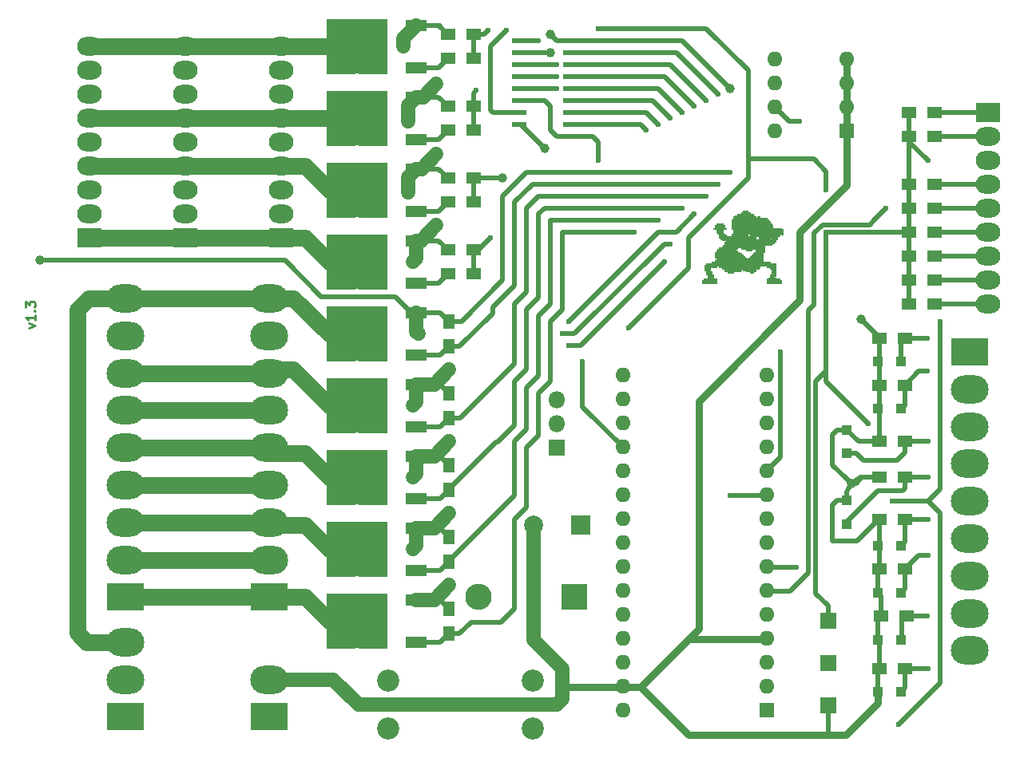
<source format=gtl>
G04 #@! TF.GenerationSoftware,KiCad,Pcbnew,5.0.1*
G04 #@! TF.CreationDate,2018-11-16T10:37:45+01:00*
G04 #@! TF.ProjectId,afterglow_nano_smd,6166746572676C6F775F6E616E6F5F73,rev?*
G04 #@! TF.SameCoordinates,Original*
G04 #@! TF.FileFunction,Copper,L1,Top,Signal*
G04 #@! TF.FilePolarity,Positive*
%FSLAX46Y46*%
G04 Gerber Fmt 4.6, Leading zero omitted, Abs format (unit mm)*
G04 Created by KiCad (PCBNEW 5.0.1) date Fr 16 Nov 2018 10:37:45 CET*
%MOMM*%
%LPD*%
G01*
G04 APERTURE LIST*
G04 #@! TA.AperFunction,NonConductor*
%ADD10C,0.250000*%
G04 #@! TD*
G04 #@! TA.AperFunction,EtchedComponent*
%ADD11C,0.010000*%
G04 #@! TD*
G04 #@! TA.AperFunction,SMDPad,CuDef*
%ADD12R,1.500000X1.300000*%
G04 #@! TD*
G04 #@! TA.AperFunction,ComponentPad*
%ADD13R,1.700000X1.700000*%
G04 #@! TD*
G04 #@! TA.AperFunction,ComponentPad*
%ADD14R,1.600000X1.600000*%
G04 #@! TD*
G04 #@! TA.AperFunction,ComponentPad*
%ADD15O,1.600000X1.600000*%
G04 #@! TD*
G04 #@! TA.AperFunction,ComponentPad*
%ADD16R,4.000000X3.000000*%
G04 #@! TD*
G04 #@! TA.AperFunction,ComponentPad*
%ADD17O,4.000000X3.000000*%
G04 #@! TD*
G04 #@! TA.AperFunction,ComponentPad*
%ADD18R,1.800000X1.800000*%
G04 #@! TD*
G04 #@! TA.AperFunction,ComponentPad*
%ADD19O,1.800000X1.800000*%
G04 #@! TD*
G04 #@! TA.AperFunction,ComponentPad*
%ADD20R,2.600000X2.000000*%
G04 #@! TD*
G04 #@! TA.AperFunction,ComponentPad*
%ADD21O,2.600000X2.000000*%
G04 #@! TD*
G04 #@! TA.AperFunction,SMDPad,CuDef*
%ADD22R,2.200000X1.200000*%
G04 #@! TD*
G04 #@! TA.AperFunction,SMDPad,CuDef*
%ADD23R,6.400000X5.800000*%
G04 #@! TD*
G04 #@! TA.AperFunction,SMDPad,CuDef*
%ADD24R,3.050000X2.750000*%
G04 #@! TD*
G04 #@! TA.AperFunction,SMDPad,CuDef*
%ADD25R,1.500000X0.600000*%
G04 #@! TD*
G04 #@! TA.AperFunction,ComponentPad*
%ADD26R,2.000000X2.000000*%
G04 #@! TD*
G04 #@! TA.AperFunction,ComponentPad*
%ADD27C,2.000000*%
G04 #@! TD*
G04 #@! TA.AperFunction,ComponentPad*
%ADD28R,2.800000X2.800000*%
G04 #@! TD*
G04 #@! TA.AperFunction,ComponentPad*
%ADD29O,2.800000X2.800000*%
G04 #@! TD*
G04 #@! TA.AperFunction,ComponentPad*
%ADD30C,2.350000*%
G04 #@! TD*
G04 #@! TA.AperFunction,SMDPad,CuDef*
%ADD31R,1.300000X1.500000*%
G04 #@! TD*
G04 #@! TA.AperFunction,SMDPad,CuDef*
%ADD32R,1.000000X1.000000*%
G04 #@! TD*
G04 #@! TA.AperFunction,ViaPad*
%ADD33C,0.600000*%
G04 #@! TD*
G04 #@! TA.AperFunction,ViaPad*
%ADD34C,1.000000*%
G04 #@! TD*
G04 #@! TA.AperFunction,Conductor*
%ADD35C,0.500000*%
G04 #@! TD*
G04 #@! TA.AperFunction,Conductor*
%ADD36C,1.500000*%
G04 #@! TD*
G04 #@! TA.AperFunction,Conductor*
%ADD37C,0.750000*%
G04 #@! TD*
G04 #@! TA.AperFunction,Conductor*
%ADD38C,1.750000*%
G04 #@! TD*
G04 APERTURE END LIST*
D10*
X31285714Y-84928571D02*
X31952380Y-84690476D01*
X31285714Y-84452380D01*
X31952380Y-83547619D02*
X31952380Y-84119047D01*
X31952380Y-83833333D02*
X30952380Y-83833333D01*
X31095238Y-83928571D01*
X31190476Y-84023809D01*
X31238095Y-84119047D01*
X31857142Y-83119047D02*
X31904761Y-83071428D01*
X31952380Y-83119047D01*
X31904761Y-83166666D01*
X31857142Y-83119047D01*
X31952380Y-83119047D01*
X30952380Y-82738095D02*
X30952380Y-82119047D01*
X31333333Y-82452380D01*
X31333333Y-82309523D01*
X31380952Y-82214285D01*
X31428571Y-82166666D01*
X31523809Y-82119047D01*
X31761904Y-82119047D01*
X31857142Y-82166666D01*
X31904761Y-82214285D01*
X31952380Y-82309523D01*
X31952380Y-82595238D01*
X31904761Y-82690476D01*
X31857142Y-82738095D01*
D11*
G04 #@! TO.C,FLAKIE*
G36*
X110900000Y-80000000D02*
X111050000Y-80000000D01*
X111050000Y-80150000D01*
X110900000Y-80150000D01*
X110900000Y-80000000D01*
X110900000Y-80000000D01*
G37*
X110900000Y-80000000D02*
X111050000Y-80000000D01*
X111050000Y-80150000D01*
X110900000Y-80150000D01*
X110900000Y-80000000D01*
G36*
X110750000Y-80000000D02*
X110900000Y-80000000D01*
X110900000Y-80150000D01*
X110750000Y-80150000D01*
X110750000Y-80000000D01*
X110750000Y-80000000D01*
G37*
X110750000Y-80000000D02*
X110900000Y-80000000D01*
X110900000Y-80150000D01*
X110750000Y-80150000D01*
X110750000Y-80000000D01*
G36*
X110600000Y-80000000D02*
X110750000Y-80000000D01*
X110750000Y-80150000D01*
X110600000Y-80150000D01*
X110600000Y-80000000D01*
X110600000Y-80000000D01*
G37*
X110600000Y-80000000D02*
X110750000Y-80000000D01*
X110750000Y-80150000D01*
X110600000Y-80150000D01*
X110600000Y-80000000D01*
G36*
X110450000Y-80000000D02*
X110600000Y-80000000D01*
X110600000Y-80150000D01*
X110450000Y-80150000D01*
X110450000Y-80000000D01*
X110450000Y-80000000D01*
G37*
X110450000Y-80000000D02*
X110600000Y-80000000D01*
X110600000Y-80150000D01*
X110450000Y-80150000D01*
X110450000Y-80000000D01*
G36*
X110300000Y-80000000D02*
X110450000Y-80000000D01*
X110450000Y-80150000D01*
X110300000Y-80150000D01*
X110300000Y-80000000D01*
X110300000Y-80000000D01*
G37*
X110300000Y-80000000D02*
X110450000Y-80000000D01*
X110450000Y-80150000D01*
X110300000Y-80150000D01*
X110300000Y-80000000D01*
G36*
X110150000Y-80000000D02*
X110300000Y-80000000D01*
X110300000Y-80150000D01*
X110150000Y-80150000D01*
X110150000Y-80000000D01*
X110150000Y-80000000D01*
G37*
X110150000Y-80000000D02*
X110300000Y-80000000D01*
X110300000Y-80150000D01*
X110150000Y-80150000D01*
X110150000Y-80000000D01*
G36*
X110000000Y-80000000D02*
X110150000Y-80000000D01*
X110150000Y-80150000D01*
X110000000Y-80150000D01*
X110000000Y-80000000D01*
X110000000Y-80000000D01*
G37*
X110000000Y-80000000D02*
X110150000Y-80000000D01*
X110150000Y-80150000D01*
X110000000Y-80150000D01*
X110000000Y-80000000D01*
G36*
X109850000Y-80000000D02*
X110000000Y-80000000D01*
X110000000Y-80150000D01*
X109850000Y-80150000D01*
X109850000Y-80000000D01*
X109850000Y-80000000D01*
G37*
X109850000Y-80000000D02*
X110000000Y-80000000D01*
X110000000Y-80150000D01*
X109850000Y-80150000D01*
X109850000Y-80000000D01*
G36*
X109700000Y-80000000D02*
X109850000Y-80000000D01*
X109850000Y-80150000D01*
X109700000Y-80150000D01*
X109700000Y-80000000D01*
X109700000Y-80000000D01*
G37*
X109700000Y-80000000D02*
X109850000Y-80000000D01*
X109850000Y-80150000D01*
X109700000Y-80150000D01*
X109700000Y-80000000D01*
G36*
X109550000Y-80000000D02*
X109700000Y-80000000D01*
X109700000Y-80150000D01*
X109550000Y-80150000D01*
X109550000Y-80000000D01*
X109550000Y-80000000D01*
G37*
X109550000Y-80000000D02*
X109700000Y-80000000D01*
X109700000Y-80150000D01*
X109550000Y-80150000D01*
X109550000Y-80000000D01*
G36*
X104000000Y-80000000D02*
X104150000Y-80000000D01*
X104150000Y-80150000D01*
X104000000Y-80150000D01*
X104000000Y-80000000D01*
X104000000Y-80000000D01*
G37*
X104000000Y-80000000D02*
X104150000Y-80000000D01*
X104150000Y-80150000D01*
X104000000Y-80150000D01*
X104000000Y-80000000D01*
G36*
X103850000Y-80000000D02*
X104000000Y-80000000D01*
X104000000Y-80150000D01*
X103850000Y-80150000D01*
X103850000Y-80000000D01*
X103850000Y-80000000D01*
G37*
X103850000Y-80000000D02*
X104000000Y-80000000D01*
X104000000Y-80150000D01*
X103850000Y-80150000D01*
X103850000Y-80000000D01*
G36*
X103700000Y-80000000D02*
X103850000Y-80000000D01*
X103850000Y-80150000D01*
X103700000Y-80150000D01*
X103700000Y-80000000D01*
X103700000Y-80000000D01*
G37*
X103700000Y-80000000D02*
X103850000Y-80000000D01*
X103850000Y-80150000D01*
X103700000Y-80150000D01*
X103700000Y-80000000D01*
G36*
X103550000Y-80000000D02*
X103700000Y-80000000D01*
X103700000Y-80150000D01*
X103550000Y-80150000D01*
X103550000Y-80000000D01*
X103550000Y-80000000D01*
G37*
X103550000Y-80000000D02*
X103700000Y-80000000D01*
X103700000Y-80150000D01*
X103550000Y-80150000D01*
X103550000Y-80000000D01*
G36*
X103400000Y-80000000D02*
X103550000Y-80000000D01*
X103550000Y-80150000D01*
X103400000Y-80150000D01*
X103400000Y-80000000D01*
X103400000Y-80000000D01*
G37*
X103400000Y-80000000D02*
X103550000Y-80000000D01*
X103550000Y-80150000D01*
X103400000Y-80150000D01*
X103400000Y-80000000D01*
G36*
X103250000Y-80000000D02*
X103400000Y-80000000D01*
X103400000Y-80150000D01*
X103250000Y-80150000D01*
X103250000Y-80000000D01*
X103250000Y-80000000D01*
G37*
X103250000Y-80000000D02*
X103400000Y-80000000D01*
X103400000Y-80150000D01*
X103250000Y-80150000D01*
X103250000Y-80000000D01*
G36*
X103100000Y-80000000D02*
X103250000Y-80000000D01*
X103250000Y-80150000D01*
X103100000Y-80150000D01*
X103100000Y-80000000D01*
X103100000Y-80000000D01*
G37*
X103100000Y-80000000D02*
X103250000Y-80000000D01*
X103250000Y-80150000D01*
X103100000Y-80150000D01*
X103100000Y-80000000D01*
G36*
X102950000Y-80000000D02*
X103100000Y-80000000D01*
X103100000Y-80150000D01*
X102950000Y-80150000D01*
X102950000Y-80000000D01*
X102950000Y-80000000D01*
G37*
X102950000Y-80000000D02*
X103100000Y-80000000D01*
X103100000Y-80150000D01*
X102950000Y-80150000D01*
X102950000Y-80000000D01*
G36*
X102800000Y-80000000D02*
X102950000Y-80000000D01*
X102950000Y-80150000D01*
X102800000Y-80150000D01*
X102800000Y-80000000D01*
X102800000Y-80000000D01*
G37*
X102800000Y-80000000D02*
X102950000Y-80000000D01*
X102950000Y-80150000D01*
X102800000Y-80150000D01*
X102800000Y-80000000D01*
G36*
X102650000Y-80000000D02*
X102800000Y-80000000D01*
X102800000Y-80150000D01*
X102650000Y-80150000D01*
X102650000Y-80000000D01*
X102650000Y-80000000D01*
G37*
X102650000Y-80000000D02*
X102800000Y-80000000D01*
X102800000Y-80150000D01*
X102650000Y-80150000D01*
X102650000Y-80000000D01*
G36*
X110900000Y-79850000D02*
X111050000Y-79850000D01*
X111050000Y-80000000D01*
X110900000Y-80000000D01*
X110900000Y-79850000D01*
X110900000Y-79850000D01*
G37*
X110900000Y-79850000D02*
X111050000Y-79850000D01*
X111050000Y-80000000D01*
X110900000Y-80000000D01*
X110900000Y-79850000D01*
G36*
X110750000Y-79850000D02*
X110900000Y-79850000D01*
X110900000Y-80000000D01*
X110750000Y-80000000D01*
X110750000Y-79850000D01*
X110750000Y-79850000D01*
G37*
X110750000Y-79850000D02*
X110900000Y-79850000D01*
X110900000Y-80000000D01*
X110750000Y-80000000D01*
X110750000Y-79850000D01*
G36*
X110600000Y-79850000D02*
X110750000Y-79850000D01*
X110750000Y-80000000D01*
X110600000Y-80000000D01*
X110600000Y-79850000D01*
X110600000Y-79850000D01*
G37*
X110600000Y-79850000D02*
X110750000Y-79850000D01*
X110750000Y-80000000D01*
X110600000Y-80000000D01*
X110600000Y-79850000D01*
G36*
X110450000Y-79850000D02*
X110600000Y-79850000D01*
X110600000Y-80000000D01*
X110450000Y-80000000D01*
X110450000Y-79850000D01*
X110450000Y-79850000D01*
G37*
X110450000Y-79850000D02*
X110600000Y-79850000D01*
X110600000Y-80000000D01*
X110450000Y-80000000D01*
X110450000Y-79850000D01*
G36*
X110300000Y-79850000D02*
X110450000Y-79850000D01*
X110450000Y-80000000D01*
X110300000Y-80000000D01*
X110300000Y-79850000D01*
X110300000Y-79850000D01*
G37*
X110300000Y-79850000D02*
X110450000Y-79850000D01*
X110450000Y-80000000D01*
X110300000Y-80000000D01*
X110300000Y-79850000D01*
G36*
X110150000Y-79850000D02*
X110300000Y-79850000D01*
X110300000Y-80000000D01*
X110150000Y-80000000D01*
X110150000Y-79850000D01*
X110150000Y-79850000D01*
G37*
X110150000Y-79850000D02*
X110300000Y-79850000D01*
X110300000Y-80000000D01*
X110150000Y-80000000D01*
X110150000Y-79850000D01*
G36*
X110000000Y-79850000D02*
X110150000Y-79850000D01*
X110150000Y-80000000D01*
X110000000Y-80000000D01*
X110000000Y-79850000D01*
X110000000Y-79850000D01*
G37*
X110000000Y-79850000D02*
X110150000Y-79850000D01*
X110150000Y-80000000D01*
X110000000Y-80000000D01*
X110000000Y-79850000D01*
G36*
X109850000Y-79850000D02*
X110000000Y-79850000D01*
X110000000Y-80000000D01*
X109850000Y-80000000D01*
X109850000Y-79850000D01*
X109850000Y-79850000D01*
G37*
X109850000Y-79850000D02*
X110000000Y-79850000D01*
X110000000Y-80000000D01*
X109850000Y-80000000D01*
X109850000Y-79850000D01*
G36*
X109700000Y-79850000D02*
X109850000Y-79850000D01*
X109850000Y-80000000D01*
X109700000Y-80000000D01*
X109700000Y-79850000D01*
X109700000Y-79850000D01*
G37*
X109700000Y-79850000D02*
X109850000Y-79850000D01*
X109850000Y-80000000D01*
X109700000Y-80000000D01*
X109700000Y-79850000D01*
G36*
X109550000Y-79850000D02*
X109700000Y-79850000D01*
X109700000Y-80000000D01*
X109550000Y-80000000D01*
X109550000Y-79850000D01*
X109550000Y-79850000D01*
G37*
X109550000Y-79850000D02*
X109700000Y-79850000D01*
X109700000Y-80000000D01*
X109550000Y-80000000D01*
X109550000Y-79850000D01*
G36*
X104000000Y-79850000D02*
X104150000Y-79850000D01*
X104150000Y-80000000D01*
X104000000Y-80000000D01*
X104000000Y-79850000D01*
X104000000Y-79850000D01*
G37*
X104000000Y-79850000D02*
X104150000Y-79850000D01*
X104150000Y-80000000D01*
X104000000Y-80000000D01*
X104000000Y-79850000D01*
G36*
X103850000Y-79850000D02*
X104000000Y-79850000D01*
X104000000Y-80000000D01*
X103850000Y-80000000D01*
X103850000Y-79850000D01*
X103850000Y-79850000D01*
G37*
X103850000Y-79850000D02*
X104000000Y-79850000D01*
X104000000Y-80000000D01*
X103850000Y-80000000D01*
X103850000Y-79850000D01*
G36*
X103700000Y-79850000D02*
X103850000Y-79850000D01*
X103850000Y-80000000D01*
X103700000Y-80000000D01*
X103700000Y-79850000D01*
X103700000Y-79850000D01*
G37*
X103700000Y-79850000D02*
X103850000Y-79850000D01*
X103850000Y-80000000D01*
X103700000Y-80000000D01*
X103700000Y-79850000D01*
G36*
X103550000Y-79850000D02*
X103700000Y-79850000D01*
X103700000Y-80000000D01*
X103550000Y-80000000D01*
X103550000Y-79850000D01*
X103550000Y-79850000D01*
G37*
X103550000Y-79850000D02*
X103700000Y-79850000D01*
X103700000Y-80000000D01*
X103550000Y-80000000D01*
X103550000Y-79850000D01*
G36*
X103400000Y-79850000D02*
X103550000Y-79850000D01*
X103550000Y-80000000D01*
X103400000Y-80000000D01*
X103400000Y-79850000D01*
X103400000Y-79850000D01*
G37*
X103400000Y-79850000D02*
X103550000Y-79850000D01*
X103550000Y-80000000D01*
X103400000Y-80000000D01*
X103400000Y-79850000D01*
G36*
X103250000Y-79850000D02*
X103400000Y-79850000D01*
X103400000Y-80000000D01*
X103250000Y-80000000D01*
X103250000Y-79850000D01*
X103250000Y-79850000D01*
G37*
X103250000Y-79850000D02*
X103400000Y-79850000D01*
X103400000Y-80000000D01*
X103250000Y-80000000D01*
X103250000Y-79850000D01*
G36*
X103100000Y-79850000D02*
X103250000Y-79850000D01*
X103250000Y-80000000D01*
X103100000Y-80000000D01*
X103100000Y-79850000D01*
X103100000Y-79850000D01*
G37*
X103100000Y-79850000D02*
X103250000Y-79850000D01*
X103250000Y-80000000D01*
X103100000Y-80000000D01*
X103100000Y-79850000D01*
G36*
X102950000Y-79850000D02*
X103100000Y-79850000D01*
X103100000Y-80000000D01*
X102950000Y-80000000D01*
X102950000Y-79850000D01*
X102950000Y-79850000D01*
G37*
X102950000Y-79850000D02*
X103100000Y-79850000D01*
X103100000Y-80000000D01*
X102950000Y-80000000D01*
X102950000Y-79850000D01*
G36*
X102800000Y-79850000D02*
X102950000Y-79850000D01*
X102950000Y-80000000D01*
X102800000Y-80000000D01*
X102800000Y-79850000D01*
X102800000Y-79850000D01*
G37*
X102800000Y-79850000D02*
X102950000Y-79850000D01*
X102950000Y-80000000D01*
X102800000Y-80000000D01*
X102800000Y-79850000D01*
G36*
X102650000Y-79850000D02*
X102800000Y-79850000D01*
X102800000Y-80000000D01*
X102650000Y-80000000D01*
X102650000Y-79850000D01*
X102650000Y-79850000D01*
G37*
X102650000Y-79850000D02*
X102800000Y-79850000D01*
X102800000Y-80000000D01*
X102650000Y-80000000D01*
X102650000Y-79850000D01*
G36*
X110750000Y-79700000D02*
X110900000Y-79700000D01*
X110900000Y-79850000D01*
X110750000Y-79850000D01*
X110750000Y-79700000D01*
X110750000Y-79700000D01*
G37*
X110750000Y-79700000D02*
X110900000Y-79700000D01*
X110900000Y-79850000D01*
X110750000Y-79850000D01*
X110750000Y-79700000D01*
G36*
X110600000Y-79700000D02*
X110750000Y-79700000D01*
X110750000Y-79850000D01*
X110600000Y-79850000D01*
X110600000Y-79700000D01*
X110600000Y-79700000D01*
G37*
X110600000Y-79700000D02*
X110750000Y-79700000D01*
X110750000Y-79850000D01*
X110600000Y-79850000D01*
X110600000Y-79700000D01*
G36*
X110450000Y-79700000D02*
X110600000Y-79700000D01*
X110600000Y-79850000D01*
X110450000Y-79850000D01*
X110450000Y-79700000D01*
X110450000Y-79700000D01*
G37*
X110450000Y-79700000D02*
X110600000Y-79700000D01*
X110600000Y-79850000D01*
X110450000Y-79850000D01*
X110450000Y-79700000D01*
G36*
X110300000Y-79700000D02*
X110450000Y-79700000D01*
X110450000Y-79850000D01*
X110300000Y-79850000D01*
X110300000Y-79700000D01*
X110300000Y-79700000D01*
G37*
X110300000Y-79700000D02*
X110450000Y-79700000D01*
X110450000Y-79850000D01*
X110300000Y-79850000D01*
X110300000Y-79700000D01*
G36*
X110150000Y-79700000D02*
X110300000Y-79700000D01*
X110300000Y-79850000D01*
X110150000Y-79850000D01*
X110150000Y-79700000D01*
X110150000Y-79700000D01*
G37*
X110150000Y-79700000D02*
X110300000Y-79700000D01*
X110300000Y-79850000D01*
X110150000Y-79850000D01*
X110150000Y-79700000D01*
G36*
X110000000Y-79700000D02*
X110150000Y-79700000D01*
X110150000Y-79850000D01*
X110000000Y-79850000D01*
X110000000Y-79700000D01*
X110000000Y-79700000D01*
G37*
X110000000Y-79700000D02*
X110150000Y-79700000D01*
X110150000Y-79850000D01*
X110000000Y-79850000D01*
X110000000Y-79700000D01*
G36*
X109850000Y-79700000D02*
X110000000Y-79700000D01*
X110000000Y-79850000D01*
X109850000Y-79850000D01*
X109850000Y-79700000D01*
X109850000Y-79700000D01*
G37*
X109850000Y-79700000D02*
X110000000Y-79700000D01*
X110000000Y-79850000D01*
X109850000Y-79850000D01*
X109850000Y-79700000D01*
G36*
X109700000Y-79700000D02*
X109850000Y-79700000D01*
X109850000Y-79850000D01*
X109700000Y-79850000D01*
X109700000Y-79700000D01*
X109700000Y-79700000D01*
G37*
X109700000Y-79700000D02*
X109850000Y-79700000D01*
X109850000Y-79850000D01*
X109700000Y-79850000D01*
X109700000Y-79700000D01*
G36*
X109550000Y-79700000D02*
X109700000Y-79700000D01*
X109700000Y-79850000D01*
X109550000Y-79850000D01*
X109550000Y-79700000D01*
X109550000Y-79700000D01*
G37*
X109550000Y-79700000D02*
X109700000Y-79700000D01*
X109700000Y-79850000D01*
X109550000Y-79850000D01*
X109550000Y-79700000D01*
G36*
X104000000Y-79700000D02*
X104150000Y-79700000D01*
X104150000Y-79850000D01*
X104000000Y-79850000D01*
X104000000Y-79700000D01*
X104000000Y-79700000D01*
G37*
X104000000Y-79700000D02*
X104150000Y-79700000D01*
X104150000Y-79850000D01*
X104000000Y-79850000D01*
X104000000Y-79700000D01*
G36*
X103850000Y-79700000D02*
X104000000Y-79700000D01*
X104000000Y-79850000D01*
X103850000Y-79850000D01*
X103850000Y-79700000D01*
X103850000Y-79700000D01*
G37*
X103850000Y-79700000D02*
X104000000Y-79700000D01*
X104000000Y-79850000D01*
X103850000Y-79850000D01*
X103850000Y-79700000D01*
G36*
X103700000Y-79700000D02*
X103850000Y-79700000D01*
X103850000Y-79850000D01*
X103700000Y-79850000D01*
X103700000Y-79700000D01*
X103700000Y-79700000D01*
G37*
X103700000Y-79700000D02*
X103850000Y-79700000D01*
X103850000Y-79850000D01*
X103700000Y-79850000D01*
X103700000Y-79700000D01*
G36*
X103550000Y-79700000D02*
X103700000Y-79700000D01*
X103700000Y-79850000D01*
X103550000Y-79850000D01*
X103550000Y-79700000D01*
X103550000Y-79700000D01*
G37*
X103550000Y-79700000D02*
X103700000Y-79700000D01*
X103700000Y-79850000D01*
X103550000Y-79850000D01*
X103550000Y-79700000D01*
G36*
X103400000Y-79700000D02*
X103550000Y-79700000D01*
X103550000Y-79850000D01*
X103400000Y-79850000D01*
X103400000Y-79700000D01*
X103400000Y-79700000D01*
G37*
X103400000Y-79700000D02*
X103550000Y-79700000D01*
X103550000Y-79850000D01*
X103400000Y-79850000D01*
X103400000Y-79700000D01*
G36*
X103250000Y-79700000D02*
X103400000Y-79700000D01*
X103400000Y-79850000D01*
X103250000Y-79850000D01*
X103250000Y-79700000D01*
X103250000Y-79700000D01*
G37*
X103250000Y-79700000D02*
X103400000Y-79700000D01*
X103400000Y-79850000D01*
X103250000Y-79850000D01*
X103250000Y-79700000D01*
G36*
X103100000Y-79700000D02*
X103250000Y-79700000D01*
X103250000Y-79850000D01*
X103100000Y-79850000D01*
X103100000Y-79700000D01*
X103100000Y-79700000D01*
G37*
X103100000Y-79700000D02*
X103250000Y-79700000D01*
X103250000Y-79850000D01*
X103100000Y-79850000D01*
X103100000Y-79700000D01*
G36*
X102950000Y-79700000D02*
X103100000Y-79700000D01*
X103100000Y-79850000D01*
X102950000Y-79850000D01*
X102950000Y-79700000D01*
X102950000Y-79700000D01*
G37*
X102950000Y-79700000D02*
X103100000Y-79700000D01*
X103100000Y-79850000D01*
X102950000Y-79850000D01*
X102950000Y-79700000D01*
G36*
X102800000Y-79700000D02*
X102950000Y-79700000D01*
X102950000Y-79850000D01*
X102800000Y-79850000D01*
X102800000Y-79700000D01*
X102800000Y-79700000D01*
G37*
X102800000Y-79700000D02*
X102950000Y-79700000D01*
X102950000Y-79850000D01*
X102800000Y-79850000D01*
X102800000Y-79700000D01*
G36*
X110300000Y-79550000D02*
X110450000Y-79550000D01*
X110450000Y-79700000D01*
X110300000Y-79700000D01*
X110300000Y-79550000D01*
X110300000Y-79550000D01*
G37*
X110300000Y-79550000D02*
X110450000Y-79550000D01*
X110450000Y-79700000D01*
X110300000Y-79700000D01*
X110300000Y-79550000D01*
G36*
X110150000Y-79550000D02*
X110300000Y-79550000D01*
X110300000Y-79700000D01*
X110150000Y-79700000D01*
X110150000Y-79550000D01*
X110150000Y-79550000D01*
G37*
X110150000Y-79550000D02*
X110300000Y-79550000D01*
X110300000Y-79700000D01*
X110150000Y-79700000D01*
X110150000Y-79550000D01*
G36*
X110000000Y-79550000D02*
X110150000Y-79550000D01*
X110150000Y-79700000D01*
X110000000Y-79700000D01*
X110000000Y-79550000D01*
X110000000Y-79550000D01*
G37*
X110000000Y-79550000D02*
X110150000Y-79550000D01*
X110150000Y-79700000D01*
X110000000Y-79700000D01*
X110000000Y-79550000D01*
G36*
X109850000Y-79550000D02*
X110000000Y-79550000D01*
X110000000Y-79700000D01*
X109850000Y-79700000D01*
X109850000Y-79550000D01*
X109850000Y-79550000D01*
G37*
X109850000Y-79550000D02*
X110000000Y-79550000D01*
X110000000Y-79700000D01*
X109850000Y-79700000D01*
X109850000Y-79550000D01*
G36*
X109700000Y-79550000D02*
X109850000Y-79550000D01*
X109850000Y-79700000D01*
X109700000Y-79700000D01*
X109700000Y-79550000D01*
X109700000Y-79550000D01*
G37*
X109700000Y-79550000D02*
X109850000Y-79550000D01*
X109850000Y-79700000D01*
X109700000Y-79700000D01*
X109700000Y-79550000D01*
G36*
X103700000Y-79550000D02*
X103850000Y-79550000D01*
X103850000Y-79700000D01*
X103700000Y-79700000D01*
X103700000Y-79550000D01*
X103700000Y-79550000D01*
G37*
X103700000Y-79550000D02*
X103850000Y-79550000D01*
X103850000Y-79700000D01*
X103700000Y-79700000D01*
X103700000Y-79550000D01*
G36*
X103550000Y-79550000D02*
X103700000Y-79550000D01*
X103700000Y-79700000D01*
X103550000Y-79700000D01*
X103550000Y-79550000D01*
X103550000Y-79550000D01*
G37*
X103550000Y-79550000D02*
X103700000Y-79550000D01*
X103700000Y-79700000D01*
X103550000Y-79700000D01*
X103550000Y-79550000D01*
G36*
X103400000Y-79550000D02*
X103550000Y-79550000D01*
X103550000Y-79700000D01*
X103400000Y-79700000D01*
X103400000Y-79550000D01*
X103400000Y-79550000D01*
G37*
X103400000Y-79550000D02*
X103550000Y-79550000D01*
X103550000Y-79700000D01*
X103400000Y-79700000D01*
X103400000Y-79550000D01*
G36*
X103250000Y-79550000D02*
X103400000Y-79550000D01*
X103400000Y-79700000D01*
X103250000Y-79700000D01*
X103250000Y-79550000D01*
X103250000Y-79550000D01*
G37*
X103250000Y-79550000D02*
X103400000Y-79550000D01*
X103400000Y-79700000D01*
X103250000Y-79700000D01*
X103250000Y-79550000D01*
G36*
X110150000Y-79400000D02*
X110300000Y-79400000D01*
X110300000Y-79550000D01*
X110150000Y-79550000D01*
X110150000Y-79400000D01*
X110150000Y-79400000D01*
G37*
X110150000Y-79400000D02*
X110300000Y-79400000D01*
X110300000Y-79550000D01*
X110150000Y-79550000D01*
X110150000Y-79400000D01*
G36*
X110000000Y-79400000D02*
X110150000Y-79400000D01*
X110150000Y-79550000D01*
X110000000Y-79550000D01*
X110000000Y-79400000D01*
X110000000Y-79400000D01*
G37*
X110000000Y-79400000D02*
X110150000Y-79400000D01*
X110150000Y-79550000D01*
X110000000Y-79550000D01*
X110000000Y-79400000D01*
G36*
X109850000Y-79400000D02*
X110000000Y-79400000D01*
X110000000Y-79550000D01*
X109850000Y-79550000D01*
X109850000Y-79400000D01*
X109850000Y-79400000D01*
G37*
X109850000Y-79400000D02*
X110000000Y-79400000D01*
X110000000Y-79550000D01*
X109850000Y-79550000D01*
X109850000Y-79400000D01*
G36*
X103700000Y-79400000D02*
X103850000Y-79400000D01*
X103850000Y-79550000D01*
X103700000Y-79550000D01*
X103700000Y-79400000D01*
X103700000Y-79400000D01*
G37*
X103700000Y-79400000D02*
X103850000Y-79400000D01*
X103850000Y-79550000D01*
X103700000Y-79550000D01*
X103700000Y-79400000D01*
G36*
X103550000Y-79400000D02*
X103700000Y-79400000D01*
X103700000Y-79550000D01*
X103550000Y-79550000D01*
X103550000Y-79400000D01*
X103550000Y-79400000D01*
G37*
X103550000Y-79400000D02*
X103700000Y-79400000D01*
X103700000Y-79550000D01*
X103550000Y-79550000D01*
X103550000Y-79400000D01*
G36*
X103400000Y-79400000D02*
X103550000Y-79400000D01*
X103550000Y-79550000D01*
X103400000Y-79550000D01*
X103400000Y-79400000D01*
X103400000Y-79400000D01*
G37*
X103400000Y-79400000D02*
X103550000Y-79400000D01*
X103550000Y-79550000D01*
X103400000Y-79550000D01*
X103400000Y-79400000D01*
G36*
X103250000Y-79400000D02*
X103400000Y-79400000D01*
X103400000Y-79550000D01*
X103250000Y-79550000D01*
X103250000Y-79400000D01*
X103250000Y-79400000D01*
G37*
X103250000Y-79400000D02*
X103400000Y-79400000D01*
X103400000Y-79550000D01*
X103250000Y-79550000D01*
X103250000Y-79400000D01*
G36*
X110300000Y-79250000D02*
X110450000Y-79250000D01*
X110450000Y-79400000D01*
X110300000Y-79400000D01*
X110300000Y-79250000D01*
X110300000Y-79250000D01*
G37*
X110300000Y-79250000D02*
X110450000Y-79250000D01*
X110450000Y-79400000D01*
X110300000Y-79400000D01*
X110300000Y-79250000D01*
G36*
X110150000Y-79250000D02*
X110300000Y-79250000D01*
X110300000Y-79400000D01*
X110150000Y-79400000D01*
X110150000Y-79250000D01*
X110150000Y-79250000D01*
G37*
X110150000Y-79250000D02*
X110300000Y-79250000D01*
X110300000Y-79400000D01*
X110150000Y-79400000D01*
X110150000Y-79250000D01*
G36*
X110000000Y-79250000D02*
X110150000Y-79250000D01*
X110150000Y-79400000D01*
X110000000Y-79400000D01*
X110000000Y-79250000D01*
X110000000Y-79250000D01*
G37*
X110000000Y-79250000D02*
X110150000Y-79250000D01*
X110150000Y-79400000D01*
X110000000Y-79400000D01*
X110000000Y-79250000D01*
G36*
X109850000Y-79250000D02*
X110000000Y-79250000D01*
X110000000Y-79400000D01*
X109850000Y-79400000D01*
X109850000Y-79250000D01*
X109850000Y-79250000D01*
G37*
X109850000Y-79250000D02*
X110000000Y-79250000D01*
X110000000Y-79400000D01*
X109850000Y-79400000D01*
X109850000Y-79250000D01*
G36*
X103700000Y-79250000D02*
X103850000Y-79250000D01*
X103850000Y-79400000D01*
X103700000Y-79400000D01*
X103700000Y-79250000D01*
X103700000Y-79250000D01*
G37*
X103700000Y-79250000D02*
X103850000Y-79250000D01*
X103850000Y-79400000D01*
X103700000Y-79400000D01*
X103700000Y-79250000D01*
G36*
X103550000Y-79250000D02*
X103700000Y-79250000D01*
X103700000Y-79400000D01*
X103550000Y-79400000D01*
X103550000Y-79250000D01*
X103550000Y-79250000D01*
G37*
X103550000Y-79250000D02*
X103700000Y-79250000D01*
X103700000Y-79400000D01*
X103550000Y-79400000D01*
X103550000Y-79250000D01*
G36*
X103400000Y-79250000D02*
X103550000Y-79250000D01*
X103550000Y-79400000D01*
X103400000Y-79400000D01*
X103400000Y-79250000D01*
X103400000Y-79250000D01*
G37*
X103400000Y-79250000D02*
X103550000Y-79250000D01*
X103550000Y-79400000D01*
X103400000Y-79400000D01*
X103400000Y-79250000D01*
G36*
X103250000Y-79250000D02*
X103400000Y-79250000D01*
X103400000Y-79400000D01*
X103250000Y-79400000D01*
X103250000Y-79250000D01*
X103250000Y-79250000D01*
G37*
X103250000Y-79250000D02*
X103400000Y-79250000D01*
X103400000Y-79400000D01*
X103250000Y-79400000D01*
X103250000Y-79250000D01*
G36*
X110300000Y-79100000D02*
X110450000Y-79100000D01*
X110450000Y-79250000D01*
X110300000Y-79250000D01*
X110300000Y-79100000D01*
X110300000Y-79100000D01*
G37*
X110300000Y-79100000D02*
X110450000Y-79100000D01*
X110450000Y-79250000D01*
X110300000Y-79250000D01*
X110300000Y-79100000D01*
G36*
X110150000Y-79100000D02*
X110300000Y-79100000D01*
X110300000Y-79250000D01*
X110150000Y-79250000D01*
X110150000Y-79100000D01*
X110150000Y-79100000D01*
G37*
X110150000Y-79100000D02*
X110300000Y-79100000D01*
X110300000Y-79250000D01*
X110150000Y-79250000D01*
X110150000Y-79100000D01*
G36*
X110000000Y-79100000D02*
X110150000Y-79100000D01*
X110150000Y-79250000D01*
X110000000Y-79250000D01*
X110000000Y-79100000D01*
X110000000Y-79100000D01*
G37*
X110000000Y-79100000D02*
X110150000Y-79100000D01*
X110150000Y-79250000D01*
X110000000Y-79250000D01*
X110000000Y-79100000D01*
G36*
X103550000Y-79100000D02*
X103700000Y-79100000D01*
X103700000Y-79250000D01*
X103550000Y-79250000D01*
X103550000Y-79100000D01*
X103550000Y-79100000D01*
G37*
X103550000Y-79100000D02*
X103700000Y-79100000D01*
X103700000Y-79250000D01*
X103550000Y-79250000D01*
X103550000Y-79100000D01*
G36*
X103400000Y-79100000D02*
X103550000Y-79100000D01*
X103550000Y-79250000D01*
X103400000Y-79250000D01*
X103400000Y-79100000D01*
X103400000Y-79100000D01*
G37*
X103400000Y-79100000D02*
X103550000Y-79100000D01*
X103550000Y-79250000D01*
X103400000Y-79250000D01*
X103400000Y-79100000D01*
G36*
X103250000Y-79100000D02*
X103400000Y-79100000D01*
X103400000Y-79250000D01*
X103250000Y-79250000D01*
X103250000Y-79100000D01*
X103250000Y-79100000D01*
G37*
X103250000Y-79100000D02*
X103400000Y-79100000D01*
X103400000Y-79250000D01*
X103250000Y-79250000D01*
X103250000Y-79100000D01*
G36*
X103100000Y-79100000D02*
X103250000Y-79100000D01*
X103250000Y-79250000D01*
X103100000Y-79250000D01*
X103100000Y-79100000D01*
X103100000Y-79100000D01*
G37*
X103100000Y-79100000D02*
X103250000Y-79100000D01*
X103250000Y-79250000D01*
X103100000Y-79250000D01*
X103100000Y-79100000D01*
G36*
X110300000Y-78950000D02*
X110450000Y-78950000D01*
X110450000Y-79100000D01*
X110300000Y-79100000D01*
X110300000Y-78950000D01*
X110300000Y-78950000D01*
G37*
X110300000Y-78950000D02*
X110450000Y-78950000D01*
X110450000Y-79100000D01*
X110300000Y-79100000D01*
X110300000Y-78950000D01*
G36*
X110150000Y-78950000D02*
X110300000Y-78950000D01*
X110300000Y-79100000D01*
X110150000Y-79100000D01*
X110150000Y-78950000D01*
X110150000Y-78950000D01*
G37*
X110150000Y-78950000D02*
X110300000Y-78950000D01*
X110300000Y-79100000D01*
X110150000Y-79100000D01*
X110150000Y-78950000D01*
G36*
X110000000Y-78950000D02*
X110150000Y-78950000D01*
X110150000Y-79100000D01*
X110000000Y-79100000D01*
X110000000Y-78950000D01*
X110000000Y-78950000D01*
G37*
X110000000Y-78950000D02*
X110150000Y-78950000D01*
X110150000Y-79100000D01*
X110000000Y-79100000D01*
X110000000Y-78950000D01*
G36*
X107900000Y-78950000D02*
X108050000Y-78950000D01*
X108050000Y-79100000D01*
X107900000Y-79100000D01*
X107900000Y-78950000D01*
X107900000Y-78950000D01*
G37*
X107900000Y-78950000D02*
X108050000Y-78950000D01*
X108050000Y-79100000D01*
X107900000Y-79100000D01*
X107900000Y-78950000D01*
G36*
X107750000Y-78950000D02*
X107900000Y-78950000D01*
X107900000Y-79100000D01*
X107750000Y-79100000D01*
X107750000Y-78950000D01*
X107750000Y-78950000D01*
G37*
X107750000Y-78950000D02*
X107900000Y-78950000D01*
X107900000Y-79100000D01*
X107750000Y-79100000D01*
X107750000Y-78950000D01*
G36*
X105800000Y-78950000D02*
X105950000Y-78950000D01*
X105950000Y-79100000D01*
X105800000Y-79100000D01*
X105800000Y-78950000D01*
X105800000Y-78950000D01*
G37*
X105800000Y-78950000D02*
X105950000Y-78950000D01*
X105950000Y-79100000D01*
X105800000Y-79100000D01*
X105800000Y-78950000D01*
G36*
X105650000Y-78950000D02*
X105800000Y-78950000D01*
X105800000Y-79100000D01*
X105650000Y-79100000D01*
X105650000Y-78950000D01*
X105650000Y-78950000D01*
G37*
X105650000Y-78950000D02*
X105800000Y-78950000D01*
X105800000Y-79100000D01*
X105650000Y-79100000D01*
X105650000Y-78950000D01*
G36*
X105500000Y-78950000D02*
X105650000Y-78950000D01*
X105650000Y-79100000D01*
X105500000Y-79100000D01*
X105500000Y-78950000D01*
X105500000Y-78950000D01*
G37*
X105500000Y-78950000D02*
X105650000Y-78950000D01*
X105650000Y-79100000D01*
X105500000Y-79100000D01*
X105500000Y-78950000D01*
G36*
X105350000Y-78950000D02*
X105500000Y-78950000D01*
X105500000Y-79100000D01*
X105350000Y-79100000D01*
X105350000Y-78950000D01*
X105350000Y-78950000D01*
G37*
X105350000Y-78950000D02*
X105500000Y-78950000D01*
X105500000Y-79100000D01*
X105350000Y-79100000D01*
X105350000Y-78950000D01*
G36*
X103550000Y-78950000D02*
X103700000Y-78950000D01*
X103700000Y-79100000D01*
X103550000Y-79100000D01*
X103550000Y-78950000D01*
X103550000Y-78950000D01*
G37*
X103550000Y-78950000D02*
X103700000Y-78950000D01*
X103700000Y-79100000D01*
X103550000Y-79100000D01*
X103550000Y-78950000D01*
G36*
X103400000Y-78950000D02*
X103550000Y-78950000D01*
X103550000Y-79100000D01*
X103400000Y-79100000D01*
X103400000Y-78950000D01*
X103400000Y-78950000D01*
G37*
X103400000Y-78950000D02*
X103550000Y-78950000D01*
X103550000Y-79100000D01*
X103400000Y-79100000D01*
X103400000Y-78950000D01*
G36*
X103250000Y-78950000D02*
X103400000Y-78950000D01*
X103400000Y-79100000D01*
X103250000Y-79100000D01*
X103250000Y-78950000D01*
X103250000Y-78950000D01*
G37*
X103250000Y-78950000D02*
X103400000Y-78950000D01*
X103400000Y-79100000D01*
X103250000Y-79100000D01*
X103250000Y-78950000D01*
G36*
X103100000Y-78950000D02*
X103250000Y-78950000D01*
X103250000Y-79100000D01*
X103100000Y-79100000D01*
X103100000Y-78950000D01*
X103100000Y-78950000D01*
G37*
X103100000Y-78950000D02*
X103250000Y-78950000D01*
X103250000Y-79100000D01*
X103100000Y-79100000D01*
X103100000Y-78950000D01*
G36*
X110300000Y-78800000D02*
X110450000Y-78800000D01*
X110450000Y-78950000D01*
X110300000Y-78950000D01*
X110300000Y-78800000D01*
X110300000Y-78800000D01*
G37*
X110300000Y-78800000D02*
X110450000Y-78800000D01*
X110450000Y-78950000D01*
X110300000Y-78950000D01*
X110300000Y-78800000D01*
G36*
X110150000Y-78800000D02*
X110300000Y-78800000D01*
X110300000Y-78950000D01*
X110150000Y-78950000D01*
X110150000Y-78800000D01*
X110150000Y-78800000D01*
G37*
X110150000Y-78800000D02*
X110300000Y-78800000D01*
X110300000Y-78950000D01*
X110150000Y-78950000D01*
X110150000Y-78800000D01*
G36*
X110000000Y-78800000D02*
X110150000Y-78800000D01*
X110150000Y-78950000D01*
X110000000Y-78950000D01*
X110000000Y-78800000D01*
X110000000Y-78800000D01*
G37*
X110000000Y-78800000D02*
X110150000Y-78800000D01*
X110150000Y-78950000D01*
X110000000Y-78950000D01*
X110000000Y-78800000D01*
G36*
X108200000Y-78800000D02*
X108350000Y-78800000D01*
X108350000Y-78950000D01*
X108200000Y-78950000D01*
X108200000Y-78800000D01*
X108200000Y-78800000D01*
G37*
X108200000Y-78800000D02*
X108350000Y-78800000D01*
X108350000Y-78950000D01*
X108200000Y-78950000D01*
X108200000Y-78800000D01*
G36*
X108050000Y-78800000D02*
X108200000Y-78800000D01*
X108200000Y-78950000D01*
X108050000Y-78950000D01*
X108050000Y-78800000D01*
X108050000Y-78800000D01*
G37*
X108050000Y-78800000D02*
X108200000Y-78800000D01*
X108200000Y-78950000D01*
X108050000Y-78950000D01*
X108050000Y-78800000D01*
G36*
X107900000Y-78800000D02*
X108050000Y-78800000D01*
X108050000Y-78950000D01*
X107900000Y-78950000D01*
X107900000Y-78800000D01*
X107900000Y-78800000D01*
G37*
X107900000Y-78800000D02*
X108050000Y-78800000D01*
X108050000Y-78950000D01*
X107900000Y-78950000D01*
X107900000Y-78800000D01*
G36*
X107750000Y-78800000D02*
X107900000Y-78800000D01*
X107900000Y-78950000D01*
X107750000Y-78950000D01*
X107750000Y-78800000D01*
X107750000Y-78800000D01*
G37*
X107750000Y-78800000D02*
X107900000Y-78800000D01*
X107900000Y-78950000D01*
X107750000Y-78950000D01*
X107750000Y-78800000D01*
G36*
X107600000Y-78800000D02*
X107750000Y-78800000D01*
X107750000Y-78950000D01*
X107600000Y-78950000D01*
X107600000Y-78800000D01*
X107600000Y-78800000D01*
G37*
X107600000Y-78800000D02*
X107750000Y-78800000D01*
X107750000Y-78950000D01*
X107600000Y-78950000D01*
X107600000Y-78800000D01*
G36*
X107450000Y-78800000D02*
X107600000Y-78800000D01*
X107600000Y-78950000D01*
X107450000Y-78950000D01*
X107450000Y-78800000D01*
X107450000Y-78800000D01*
G37*
X107450000Y-78800000D02*
X107600000Y-78800000D01*
X107600000Y-78950000D01*
X107450000Y-78950000D01*
X107450000Y-78800000D01*
G36*
X107300000Y-78800000D02*
X107450000Y-78800000D01*
X107450000Y-78950000D01*
X107300000Y-78950000D01*
X107300000Y-78800000D01*
X107300000Y-78800000D01*
G37*
X107300000Y-78800000D02*
X107450000Y-78800000D01*
X107450000Y-78950000D01*
X107300000Y-78950000D01*
X107300000Y-78800000D01*
G36*
X106550000Y-78800000D02*
X106700000Y-78800000D01*
X106700000Y-78950000D01*
X106550000Y-78950000D01*
X106550000Y-78800000D01*
X106550000Y-78800000D01*
G37*
X106550000Y-78800000D02*
X106700000Y-78800000D01*
X106700000Y-78950000D01*
X106550000Y-78950000D01*
X106550000Y-78800000D01*
G36*
X106400000Y-78800000D02*
X106550000Y-78800000D01*
X106550000Y-78950000D01*
X106400000Y-78950000D01*
X106400000Y-78800000D01*
X106400000Y-78800000D01*
G37*
X106400000Y-78800000D02*
X106550000Y-78800000D01*
X106550000Y-78950000D01*
X106400000Y-78950000D01*
X106400000Y-78800000D01*
G36*
X106250000Y-78800000D02*
X106400000Y-78800000D01*
X106400000Y-78950000D01*
X106250000Y-78950000D01*
X106250000Y-78800000D01*
X106250000Y-78800000D01*
G37*
X106250000Y-78800000D02*
X106400000Y-78800000D01*
X106400000Y-78950000D01*
X106250000Y-78950000D01*
X106250000Y-78800000D01*
G36*
X106100000Y-78800000D02*
X106250000Y-78800000D01*
X106250000Y-78950000D01*
X106100000Y-78950000D01*
X106100000Y-78800000D01*
X106100000Y-78800000D01*
G37*
X106100000Y-78800000D02*
X106250000Y-78800000D01*
X106250000Y-78950000D01*
X106100000Y-78950000D01*
X106100000Y-78800000D01*
G36*
X105950000Y-78800000D02*
X106100000Y-78800000D01*
X106100000Y-78950000D01*
X105950000Y-78950000D01*
X105950000Y-78800000D01*
X105950000Y-78800000D01*
G37*
X105950000Y-78800000D02*
X106100000Y-78800000D01*
X106100000Y-78950000D01*
X105950000Y-78950000D01*
X105950000Y-78800000D01*
G36*
X105800000Y-78800000D02*
X105950000Y-78800000D01*
X105950000Y-78950000D01*
X105800000Y-78950000D01*
X105800000Y-78800000D01*
X105800000Y-78800000D01*
G37*
X105800000Y-78800000D02*
X105950000Y-78800000D01*
X105950000Y-78950000D01*
X105800000Y-78950000D01*
X105800000Y-78800000D01*
G36*
X105650000Y-78800000D02*
X105800000Y-78800000D01*
X105800000Y-78950000D01*
X105650000Y-78950000D01*
X105650000Y-78800000D01*
X105650000Y-78800000D01*
G37*
X105650000Y-78800000D02*
X105800000Y-78800000D01*
X105800000Y-78950000D01*
X105650000Y-78950000D01*
X105650000Y-78800000D01*
G36*
X105500000Y-78800000D02*
X105650000Y-78800000D01*
X105650000Y-78950000D01*
X105500000Y-78950000D01*
X105500000Y-78800000D01*
X105500000Y-78800000D01*
G37*
X105500000Y-78800000D02*
X105650000Y-78800000D01*
X105650000Y-78950000D01*
X105500000Y-78950000D01*
X105500000Y-78800000D01*
G36*
X105350000Y-78800000D02*
X105500000Y-78800000D01*
X105500000Y-78950000D01*
X105350000Y-78950000D01*
X105350000Y-78800000D01*
X105350000Y-78800000D01*
G37*
X105350000Y-78800000D02*
X105500000Y-78800000D01*
X105500000Y-78950000D01*
X105350000Y-78950000D01*
X105350000Y-78800000D01*
G36*
X105200000Y-78800000D02*
X105350000Y-78800000D01*
X105350000Y-78950000D01*
X105200000Y-78950000D01*
X105200000Y-78800000D01*
X105200000Y-78800000D01*
G37*
X105200000Y-78800000D02*
X105350000Y-78800000D01*
X105350000Y-78950000D01*
X105200000Y-78950000D01*
X105200000Y-78800000D01*
G36*
X105050000Y-78800000D02*
X105200000Y-78800000D01*
X105200000Y-78950000D01*
X105050000Y-78950000D01*
X105050000Y-78800000D01*
X105050000Y-78800000D01*
G37*
X105050000Y-78800000D02*
X105200000Y-78800000D01*
X105200000Y-78950000D01*
X105050000Y-78950000D01*
X105050000Y-78800000D01*
G36*
X103400000Y-78800000D02*
X103550000Y-78800000D01*
X103550000Y-78950000D01*
X103400000Y-78950000D01*
X103400000Y-78800000D01*
X103400000Y-78800000D01*
G37*
X103400000Y-78800000D02*
X103550000Y-78800000D01*
X103550000Y-78950000D01*
X103400000Y-78950000D01*
X103400000Y-78800000D01*
G36*
X103250000Y-78800000D02*
X103400000Y-78800000D01*
X103400000Y-78950000D01*
X103250000Y-78950000D01*
X103250000Y-78800000D01*
X103250000Y-78800000D01*
G37*
X103250000Y-78800000D02*
X103400000Y-78800000D01*
X103400000Y-78950000D01*
X103250000Y-78950000D01*
X103250000Y-78800000D01*
G36*
X103100000Y-78800000D02*
X103250000Y-78800000D01*
X103250000Y-78950000D01*
X103100000Y-78950000D01*
X103100000Y-78800000D01*
X103100000Y-78800000D01*
G37*
X103100000Y-78800000D02*
X103250000Y-78800000D01*
X103250000Y-78950000D01*
X103100000Y-78950000D01*
X103100000Y-78800000D01*
G36*
X110300000Y-78650000D02*
X110450000Y-78650000D01*
X110450000Y-78800000D01*
X110300000Y-78800000D01*
X110300000Y-78650000D01*
X110300000Y-78650000D01*
G37*
X110300000Y-78650000D02*
X110450000Y-78650000D01*
X110450000Y-78800000D01*
X110300000Y-78800000D01*
X110300000Y-78650000D01*
G36*
X110150000Y-78650000D02*
X110300000Y-78650000D01*
X110300000Y-78800000D01*
X110150000Y-78800000D01*
X110150000Y-78650000D01*
X110150000Y-78650000D01*
G37*
X110150000Y-78650000D02*
X110300000Y-78650000D01*
X110300000Y-78800000D01*
X110150000Y-78800000D01*
X110150000Y-78650000D01*
G36*
X110000000Y-78650000D02*
X110150000Y-78650000D01*
X110150000Y-78800000D01*
X110000000Y-78800000D01*
X110000000Y-78650000D01*
X110000000Y-78650000D01*
G37*
X110000000Y-78650000D02*
X110150000Y-78650000D01*
X110150000Y-78800000D01*
X110000000Y-78800000D01*
X110000000Y-78650000D01*
G36*
X108200000Y-78650000D02*
X108350000Y-78650000D01*
X108350000Y-78800000D01*
X108200000Y-78800000D01*
X108200000Y-78650000D01*
X108200000Y-78650000D01*
G37*
X108200000Y-78650000D02*
X108350000Y-78650000D01*
X108350000Y-78800000D01*
X108200000Y-78800000D01*
X108200000Y-78650000D01*
G36*
X108050000Y-78650000D02*
X108200000Y-78650000D01*
X108200000Y-78800000D01*
X108050000Y-78800000D01*
X108050000Y-78650000D01*
X108050000Y-78650000D01*
G37*
X108050000Y-78650000D02*
X108200000Y-78650000D01*
X108200000Y-78800000D01*
X108050000Y-78800000D01*
X108050000Y-78650000D01*
G36*
X107900000Y-78650000D02*
X108050000Y-78650000D01*
X108050000Y-78800000D01*
X107900000Y-78800000D01*
X107900000Y-78650000D01*
X107900000Y-78650000D01*
G37*
X107900000Y-78650000D02*
X108050000Y-78650000D01*
X108050000Y-78800000D01*
X107900000Y-78800000D01*
X107900000Y-78650000D01*
G36*
X107750000Y-78650000D02*
X107900000Y-78650000D01*
X107900000Y-78800000D01*
X107750000Y-78800000D01*
X107750000Y-78650000D01*
X107750000Y-78650000D01*
G37*
X107750000Y-78650000D02*
X107900000Y-78650000D01*
X107900000Y-78800000D01*
X107750000Y-78800000D01*
X107750000Y-78650000D01*
G36*
X107600000Y-78650000D02*
X107750000Y-78650000D01*
X107750000Y-78800000D01*
X107600000Y-78800000D01*
X107600000Y-78650000D01*
X107600000Y-78650000D01*
G37*
X107600000Y-78650000D02*
X107750000Y-78650000D01*
X107750000Y-78800000D01*
X107600000Y-78800000D01*
X107600000Y-78650000D01*
G36*
X107450000Y-78650000D02*
X107600000Y-78650000D01*
X107600000Y-78800000D01*
X107450000Y-78800000D01*
X107450000Y-78650000D01*
X107450000Y-78650000D01*
G37*
X107450000Y-78650000D02*
X107600000Y-78650000D01*
X107600000Y-78800000D01*
X107450000Y-78800000D01*
X107450000Y-78650000D01*
G36*
X107300000Y-78650000D02*
X107450000Y-78650000D01*
X107450000Y-78800000D01*
X107300000Y-78800000D01*
X107300000Y-78650000D01*
X107300000Y-78650000D01*
G37*
X107300000Y-78650000D02*
X107450000Y-78650000D01*
X107450000Y-78800000D01*
X107300000Y-78800000D01*
X107300000Y-78650000D01*
G36*
X107150000Y-78650000D02*
X107300000Y-78650000D01*
X107300000Y-78800000D01*
X107150000Y-78800000D01*
X107150000Y-78650000D01*
X107150000Y-78650000D01*
G37*
X107150000Y-78650000D02*
X107300000Y-78650000D01*
X107300000Y-78800000D01*
X107150000Y-78800000D01*
X107150000Y-78650000D01*
G36*
X107000000Y-78650000D02*
X107150000Y-78650000D01*
X107150000Y-78800000D01*
X107000000Y-78800000D01*
X107000000Y-78650000D01*
X107000000Y-78650000D01*
G37*
X107000000Y-78650000D02*
X107150000Y-78650000D01*
X107150000Y-78800000D01*
X107000000Y-78800000D01*
X107000000Y-78650000D01*
G36*
X106700000Y-78650000D02*
X106850000Y-78650000D01*
X106850000Y-78800000D01*
X106700000Y-78800000D01*
X106700000Y-78650000D01*
X106700000Y-78650000D01*
G37*
X106700000Y-78650000D02*
X106850000Y-78650000D01*
X106850000Y-78800000D01*
X106700000Y-78800000D01*
X106700000Y-78650000D01*
G36*
X106550000Y-78650000D02*
X106700000Y-78650000D01*
X106700000Y-78800000D01*
X106550000Y-78800000D01*
X106550000Y-78650000D01*
X106550000Y-78650000D01*
G37*
X106550000Y-78650000D02*
X106700000Y-78650000D01*
X106700000Y-78800000D01*
X106550000Y-78800000D01*
X106550000Y-78650000D01*
G36*
X106400000Y-78650000D02*
X106550000Y-78650000D01*
X106550000Y-78800000D01*
X106400000Y-78800000D01*
X106400000Y-78650000D01*
X106400000Y-78650000D01*
G37*
X106400000Y-78650000D02*
X106550000Y-78650000D01*
X106550000Y-78800000D01*
X106400000Y-78800000D01*
X106400000Y-78650000D01*
G36*
X106250000Y-78650000D02*
X106400000Y-78650000D01*
X106400000Y-78800000D01*
X106250000Y-78800000D01*
X106250000Y-78650000D01*
X106250000Y-78650000D01*
G37*
X106250000Y-78650000D02*
X106400000Y-78650000D01*
X106400000Y-78800000D01*
X106250000Y-78800000D01*
X106250000Y-78650000D01*
G36*
X106100000Y-78650000D02*
X106250000Y-78650000D01*
X106250000Y-78800000D01*
X106100000Y-78800000D01*
X106100000Y-78650000D01*
X106100000Y-78650000D01*
G37*
X106100000Y-78650000D02*
X106250000Y-78650000D01*
X106250000Y-78800000D01*
X106100000Y-78800000D01*
X106100000Y-78650000D01*
G36*
X105950000Y-78650000D02*
X106100000Y-78650000D01*
X106100000Y-78800000D01*
X105950000Y-78800000D01*
X105950000Y-78650000D01*
X105950000Y-78650000D01*
G37*
X105950000Y-78650000D02*
X106100000Y-78650000D01*
X106100000Y-78800000D01*
X105950000Y-78800000D01*
X105950000Y-78650000D01*
G36*
X105800000Y-78650000D02*
X105950000Y-78650000D01*
X105950000Y-78800000D01*
X105800000Y-78800000D01*
X105800000Y-78650000D01*
X105800000Y-78650000D01*
G37*
X105800000Y-78650000D02*
X105950000Y-78650000D01*
X105950000Y-78800000D01*
X105800000Y-78800000D01*
X105800000Y-78650000D01*
G36*
X105650000Y-78650000D02*
X105800000Y-78650000D01*
X105800000Y-78800000D01*
X105650000Y-78800000D01*
X105650000Y-78650000D01*
X105650000Y-78650000D01*
G37*
X105650000Y-78650000D02*
X105800000Y-78650000D01*
X105800000Y-78800000D01*
X105650000Y-78800000D01*
X105650000Y-78650000D01*
G36*
X105500000Y-78650000D02*
X105650000Y-78650000D01*
X105650000Y-78800000D01*
X105500000Y-78800000D01*
X105500000Y-78650000D01*
X105500000Y-78650000D01*
G37*
X105500000Y-78650000D02*
X105650000Y-78650000D01*
X105650000Y-78800000D01*
X105500000Y-78800000D01*
X105500000Y-78650000D01*
G36*
X105350000Y-78650000D02*
X105500000Y-78650000D01*
X105500000Y-78800000D01*
X105350000Y-78800000D01*
X105350000Y-78650000D01*
X105350000Y-78650000D01*
G37*
X105350000Y-78650000D02*
X105500000Y-78650000D01*
X105500000Y-78800000D01*
X105350000Y-78800000D01*
X105350000Y-78650000D01*
G36*
X105200000Y-78650000D02*
X105350000Y-78650000D01*
X105350000Y-78800000D01*
X105200000Y-78800000D01*
X105200000Y-78650000D01*
X105200000Y-78650000D01*
G37*
X105200000Y-78650000D02*
X105350000Y-78650000D01*
X105350000Y-78800000D01*
X105200000Y-78800000D01*
X105200000Y-78650000D01*
G36*
X105050000Y-78650000D02*
X105200000Y-78650000D01*
X105200000Y-78800000D01*
X105050000Y-78800000D01*
X105050000Y-78650000D01*
X105050000Y-78650000D01*
G37*
X105050000Y-78650000D02*
X105200000Y-78650000D01*
X105200000Y-78800000D01*
X105050000Y-78800000D01*
X105050000Y-78650000D01*
G36*
X103400000Y-78650000D02*
X103550000Y-78650000D01*
X103550000Y-78800000D01*
X103400000Y-78800000D01*
X103400000Y-78650000D01*
X103400000Y-78650000D01*
G37*
X103400000Y-78650000D02*
X103550000Y-78650000D01*
X103550000Y-78800000D01*
X103400000Y-78800000D01*
X103400000Y-78650000D01*
G36*
X103250000Y-78650000D02*
X103400000Y-78650000D01*
X103400000Y-78800000D01*
X103250000Y-78800000D01*
X103250000Y-78650000D01*
X103250000Y-78650000D01*
G37*
X103250000Y-78650000D02*
X103400000Y-78650000D01*
X103400000Y-78800000D01*
X103250000Y-78800000D01*
X103250000Y-78650000D01*
G36*
X103100000Y-78650000D02*
X103250000Y-78650000D01*
X103250000Y-78800000D01*
X103100000Y-78800000D01*
X103100000Y-78650000D01*
X103100000Y-78650000D01*
G37*
X103100000Y-78650000D02*
X103250000Y-78650000D01*
X103250000Y-78800000D01*
X103100000Y-78800000D01*
X103100000Y-78650000D01*
G36*
X102950000Y-78650000D02*
X103100000Y-78650000D01*
X103100000Y-78800000D01*
X102950000Y-78800000D01*
X102950000Y-78650000D01*
X102950000Y-78650000D01*
G37*
X102950000Y-78650000D02*
X103100000Y-78650000D01*
X103100000Y-78800000D01*
X102950000Y-78800000D01*
X102950000Y-78650000D01*
G36*
X110300000Y-78500000D02*
X110450000Y-78500000D01*
X110450000Y-78650000D01*
X110300000Y-78650000D01*
X110300000Y-78500000D01*
X110300000Y-78500000D01*
G37*
X110300000Y-78500000D02*
X110450000Y-78500000D01*
X110450000Y-78650000D01*
X110300000Y-78650000D01*
X110300000Y-78500000D01*
G36*
X110150000Y-78500000D02*
X110300000Y-78500000D01*
X110300000Y-78650000D01*
X110150000Y-78650000D01*
X110150000Y-78500000D01*
X110150000Y-78500000D01*
G37*
X110150000Y-78500000D02*
X110300000Y-78500000D01*
X110300000Y-78650000D01*
X110150000Y-78650000D01*
X110150000Y-78500000D01*
G36*
X110000000Y-78500000D02*
X110150000Y-78500000D01*
X110150000Y-78650000D01*
X110000000Y-78650000D01*
X110000000Y-78500000D01*
X110000000Y-78500000D01*
G37*
X110000000Y-78500000D02*
X110150000Y-78500000D01*
X110150000Y-78650000D01*
X110000000Y-78650000D01*
X110000000Y-78500000D01*
G36*
X109850000Y-78500000D02*
X110000000Y-78500000D01*
X110000000Y-78650000D01*
X109850000Y-78650000D01*
X109850000Y-78500000D01*
X109850000Y-78500000D01*
G37*
X109850000Y-78500000D02*
X110000000Y-78500000D01*
X110000000Y-78650000D01*
X109850000Y-78650000D01*
X109850000Y-78500000D01*
G36*
X108500000Y-78500000D02*
X108650000Y-78500000D01*
X108650000Y-78650000D01*
X108500000Y-78650000D01*
X108500000Y-78500000D01*
X108500000Y-78500000D01*
G37*
X108500000Y-78500000D02*
X108650000Y-78500000D01*
X108650000Y-78650000D01*
X108500000Y-78650000D01*
X108500000Y-78500000D01*
G36*
X108350000Y-78500000D02*
X108500000Y-78500000D01*
X108500000Y-78650000D01*
X108350000Y-78650000D01*
X108350000Y-78500000D01*
X108350000Y-78500000D01*
G37*
X108350000Y-78500000D02*
X108500000Y-78500000D01*
X108500000Y-78650000D01*
X108350000Y-78650000D01*
X108350000Y-78500000D01*
G36*
X108200000Y-78500000D02*
X108350000Y-78500000D01*
X108350000Y-78650000D01*
X108200000Y-78650000D01*
X108200000Y-78500000D01*
X108200000Y-78500000D01*
G37*
X108200000Y-78500000D02*
X108350000Y-78500000D01*
X108350000Y-78650000D01*
X108200000Y-78650000D01*
X108200000Y-78500000D01*
G36*
X108050000Y-78500000D02*
X108200000Y-78500000D01*
X108200000Y-78650000D01*
X108050000Y-78650000D01*
X108050000Y-78500000D01*
X108050000Y-78500000D01*
G37*
X108050000Y-78500000D02*
X108200000Y-78500000D01*
X108200000Y-78650000D01*
X108050000Y-78650000D01*
X108050000Y-78500000D01*
G36*
X107900000Y-78500000D02*
X108050000Y-78500000D01*
X108050000Y-78650000D01*
X107900000Y-78650000D01*
X107900000Y-78500000D01*
X107900000Y-78500000D01*
G37*
X107900000Y-78500000D02*
X108050000Y-78500000D01*
X108050000Y-78650000D01*
X107900000Y-78650000D01*
X107900000Y-78500000D01*
G36*
X107750000Y-78500000D02*
X107900000Y-78500000D01*
X107900000Y-78650000D01*
X107750000Y-78650000D01*
X107750000Y-78500000D01*
X107750000Y-78500000D01*
G37*
X107750000Y-78500000D02*
X107900000Y-78500000D01*
X107900000Y-78650000D01*
X107750000Y-78650000D01*
X107750000Y-78500000D01*
G36*
X107600000Y-78500000D02*
X107750000Y-78500000D01*
X107750000Y-78650000D01*
X107600000Y-78650000D01*
X107600000Y-78500000D01*
X107600000Y-78500000D01*
G37*
X107600000Y-78500000D02*
X107750000Y-78500000D01*
X107750000Y-78650000D01*
X107600000Y-78650000D01*
X107600000Y-78500000D01*
G36*
X107450000Y-78500000D02*
X107600000Y-78500000D01*
X107600000Y-78650000D01*
X107450000Y-78650000D01*
X107450000Y-78500000D01*
X107450000Y-78500000D01*
G37*
X107450000Y-78500000D02*
X107600000Y-78500000D01*
X107600000Y-78650000D01*
X107450000Y-78650000D01*
X107450000Y-78500000D01*
G36*
X107300000Y-78500000D02*
X107450000Y-78500000D01*
X107450000Y-78650000D01*
X107300000Y-78650000D01*
X107300000Y-78500000D01*
X107300000Y-78500000D01*
G37*
X107300000Y-78500000D02*
X107450000Y-78500000D01*
X107450000Y-78650000D01*
X107300000Y-78650000D01*
X107300000Y-78500000D01*
G36*
X107150000Y-78500000D02*
X107300000Y-78500000D01*
X107300000Y-78650000D01*
X107150000Y-78650000D01*
X107150000Y-78500000D01*
X107150000Y-78500000D01*
G37*
X107150000Y-78500000D02*
X107300000Y-78500000D01*
X107300000Y-78650000D01*
X107150000Y-78650000D01*
X107150000Y-78500000D01*
G36*
X107000000Y-78500000D02*
X107150000Y-78500000D01*
X107150000Y-78650000D01*
X107000000Y-78650000D01*
X107000000Y-78500000D01*
X107000000Y-78500000D01*
G37*
X107000000Y-78500000D02*
X107150000Y-78500000D01*
X107150000Y-78650000D01*
X107000000Y-78650000D01*
X107000000Y-78500000D01*
G36*
X106850000Y-78500000D02*
X107000000Y-78500000D01*
X107000000Y-78650000D01*
X106850000Y-78650000D01*
X106850000Y-78500000D01*
X106850000Y-78500000D01*
G37*
X106850000Y-78500000D02*
X107000000Y-78500000D01*
X107000000Y-78650000D01*
X106850000Y-78650000D01*
X106850000Y-78500000D01*
G36*
X106700000Y-78500000D02*
X106850000Y-78500000D01*
X106850000Y-78650000D01*
X106700000Y-78650000D01*
X106700000Y-78500000D01*
X106700000Y-78500000D01*
G37*
X106700000Y-78500000D02*
X106850000Y-78500000D01*
X106850000Y-78650000D01*
X106700000Y-78650000D01*
X106700000Y-78500000D01*
G36*
X106550000Y-78500000D02*
X106700000Y-78500000D01*
X106700000Y-78650000D01*
X106550000Y-78650000D01*
X106550000Y-78500000D01*
X106550000Y-78500000D01*
G37*
X106550000Y-78500000D02*
X106700000Y-78500000D01*
X106700000Y-78650000D01*
X106550000Y-78650000D01*
X106550000Y-78500000D01*
G36*
X106400000Y-78500000D02*
X106550000Y-78500000D01*
X106550000Y-78650000D01*
X106400000Y-78650000D01*
X106400000Y-78500000D01*
X106400000Y-78500000D01*
G37*
X106400000Y-78500000D02*
X106550000Y-78500000D01*
X106550000Y-78650000D01*
X106400000Y-78650000D01*
X106400000Y-78500000D01*
G36*
X106250000Y-78500000D02*
X106400000Y-78500000D01*
X106400000Y-78650000D01*
X106250000Y-78650000D01*
X106250000Y-78500000D01*
X106250000Y-78500000D01*
G37*
X106250000Y-78500000D02*
X106400000Y-78500000D01*
X106400000Y-78650000D01*
X106250000Y-78650000D01*
X106250000Y-78500000D01*
G36*
X106100000Y-78500000D02*
X106250000Y-78500000D01*
X106250000Y-78650000D01*
X106100000Y-78650000D01*
X106100000Y-78500000D01*
X106100000Y-78500000D01*
G37*
X106100000Y-78500000D02*
X106250000Y-78500000D01*
X106250000Y-78650000D01*
X106100000Y-78650000D01*
X106100000Y-78500000D01*
G36*
X105950000Y-78500000D02*
X106100000Y-78500000D01*
X106100000Y-78650000D01*
X105950000Y-78650000D01*
X105950000Y-78500000D01*
X105950000Y-78500000D01*
G37*
X105950000Y-78500000D02*
X106100000Y-78500000D01*
X106100000Y-78650000D01*
X105950000Y-78650000D01*
X105950000Y-78500000D01*
G36*
X105800000Y-78500000D02*
X105950000Y-78500000D01*
X105950000Y-78650000D01*
X105800000Y-78650000D01*
X105800000Y-78500000D01*
X105800000Y-78500000D01*
G37*
X105800000Y-78500000D02*
X105950000Y-78500000D01*
X105950000Y-78650000D01*
X105800000Y-78650000D01*
X105800000Y-78500000D01*
G36*
X105650000Y-78500000D02*
X105800000Y-78500000D01*
X105800000Y-78650000D01*
X105650000Y-78650000D01*
X105650000Y-78500000D01*
X105650000Y-78500000D01*
G37*
X105650000Y-78500000D02*
X105800000Y-78500000D01*
X105800000Y-78650000D01*
X105650000Y-78650000D01*
X105650000Y-78500000D01*
G36*
X105500000Y-78500000D02*
X105650000Y-78500000D01*
X105650000Y-78650000D01*
X105500000Y-78650000D01*
X105500000Y-78500000D01*
X105500000Y-78500000D01*
G37*
X105500000Y-78500000D02*
X105650000Y-78500000D01*
X105650000Y-78650000D01*
X105500000Y-78650000D01*
X105500000Y-78500000D01*
G36*
X105350000Y-78500000D02*
X105500000Y-78500000D01*
X105500000Y-78650000D01*
X105350000Y-78650000D01*
X105350000Y-78500000D01*
X105350000Y-78500000D01*
G37*
X105350000Y-78500000D02*
X105500000Y-78500000D01*
X105500000Y-78650000D01*
X105350000Y-78650000D01*
X105350000Y-78500000D01*
G36*
X105200000Y-78500000D02*
X105350000Y-78500000D01*
X105350000Y-78650000D01*
X105200000Y-78650000D01*
X105200000Y-78500000D01*
X105200000Y-78500000D01*
G37*
X105200000Y-78500000D02*
X105350000Y-78500000D01*
X105350000Y-78650000D01*
X105200000Y-78650000D01*
X105200000Y-78500000D01*
G36*
X105050000Y-78500000D02*
X105200000Y-78500000D01*
X105200000Y-78650000D01*
X105050000Y-78650000D01*
X105050000Y-78500000D01*
X105050000Y-78500000D01*
G37*
X105050000Y-78500000D02*
X105200000Y-78500000D01*
X105200000Y-78650000D01*
X105050000Y-78650000D01*
X105050000Y-78500000D01*
G36*
X104900000Y-78500000D02*
X105050000Y-78500000D01*
X105050000Y-78650000D01*
X104900000Y-78650000D01*
X104900000Y-78500000D01*
X104900000Y-78500000D01*
G37*
X104900000Y-78500000D02*
X105050000Y-78500000D01*
X105050000Y-78650000D01*
X104900000Y-78650000D01*
X104900000Y-78500000D01*
G36*
X104750000Y-78500000D02*
X104900000Y-78500000D01*
X104900000Y-78650000D01*
X104750000Y-78650000D01*
X104750000Y-78500000D01*
X104750000Y-78500000D01*
G37*
X104750000Y-78500000D02*
X104900000Y-78500000D01*
X104900000Y-78650000D01*
X104750000Y-78650000D01*
X104750000Y-78500000D01*
G36*
X103400000Y-78500000D02*
X103550000Y-78500000D01*
X103550000Y-78650000D01*
X103400000Y-78650000D01*
X103400000Y-78500000D01*
X103400000Y-78500000D01*
G37*
X103400000Y-78500000D02*
X103550000Y-78500000D01*
X103550000Y-78650000D01*
X103400000Y-78650000D01*
X103400000Y-78500000D01*
G36*
X103250000Y-78500000D02*
X103400000Y-78500000D01*
X103400000Y-78650000D01*
X103250000Y-78650000D01*
X103250000Y-78500000D01*
X103250000Y-78500000D01*
G37*
X103250000Y-78500000D02*
X103400000Y-78500000D01*
X103400000Y-78650000D01*
X103250000Y-78650000D01*
X103250000Y-78500000D01*
G36*
X103100000Y-78500000D02*
X103250000Y-78500000D01*
X103250000Y-78650000D01*
X103100000Y-78650000D01*
X103100000Y-78500000D01*
X103100000Y-78500000D01*
G37*
X103100000Y-78500000D02*
X103250000Y-78500000D01*
X103250000Y-78650000D01*
X103100000Y-78650000D01*
X103100000Y-78500000D01*
G36*
X102950000Y-78500000D02*
X103100000Y-78500000D01*
X103100000Y-78650000D01*
X102950000Y-78650000D01*
X102950000Y-78500000D01*
X102950000Y-78500000D01*
G37*
X102950000Y-78500000D02*
X103100000Y-78500000D01*
X103100000Y-78650000D01*
X102950000Y-78650000D01*
X102950000Y-78500000D01*
G36*
X110300000Y-78350000D02*
X110450000Y-78350000D01*
X110450000Y-78500000D01*
X110300000Y-78500000D01*
X110300000Y-78350000D01*
X110300000Y-78350000D01*
G37*
X110300000Y-78350000D02*
X110450000Y-78350000D01*
X110450000Y-78500000D01*
X110300000Y-78500000D01*
X110300000Y-78350000D01*
G36*
X110150000Y-78350000D02*
X110300000Y-78350000D01*
X110300000Y-78500000D01*
X110150000Y-78500000D01*
X110150000Y-78350000D01*
X110150000Y-78350000D01*
G37*
X110150000Y-78350000D02*
X110300000Y-78350000D01*
X110300000Y-78500000D01*
X110150000Y-78500000D01*
X110150000Y-78350000D01*
G36*
X110000000Y-78350000D02*
X110150000Y-78350000D01*
X110150000Y-78500000D01*
X110000000Y-78500000D01*
X110000000Y-78350000D01*
X110000000Y-78350000D01*
G37*
X110000000Y-78350000D02*
X110150000Y-78350000D01*
X110150000Y-78500000D01*
X110000000Y-78500000D01*
X110000000Y-78350000D01*
G36*
X109850000Y-78350000D02*
X110000000Y-78350000D01*
X110000000Y-78500000D01*
X109850000Y-78500000D01*
X109850000Y-78350000D01*
X109850000Y-78350000D01*
G37*
X109850000Y-78350000D02*
X110000000Y-78350000D01*
X110000000Y-78500000D01*
X109850000Y-78500000D01*
X109850000Y-78350000D01*
G36*
X109700000Y-78350000D02*
X109850000Y-78350000D01*
X109850000Y-78500000D01*
X109700000Y-78500000D01*
X109700000Y-78350000D01*
X109700000Y-78350000D01*
G37*
X109700000Y-78350000D02*
X109850000Y-78350000D01*
X109850000Y-78500000D01*
X109700000Y-78500000D01*
X109700000Y-78350000D01*
G36*
X109550000Y-78350000D02*
X109700000Y-78350000D01*
X109700000Y-78500000D01*
X109550000Y-78500000D01*
X109550000Y-78350000D01*
X109550000Y-78350000D01*
G37*
X109550000Y-78350000D02*
X109700000Y-78350000D01*
X109700000Y-78500000D01*
X109550000Y-78500000D01*
X109550000Y-78350000D01*
G36*
X108650000Y-78350000D02*
X108800000Y-78350000D01*
X108800000Y-78500000D01*
X108650000Y-78500000D01*
X108650000Y-78350000D01*
X108650000Y-78350000D01*
G37*
X108650000Y-78350000D02*
X108800000Y-78350000D01*
X108800000Y-78500000D01*
X108650000Y-78500000D01*
X108650000Y-78350000D01*
G36*
X108500000Y-78350000D02*
X108650000Y-78350000D01*
X108650000Y-78500000D01*
X108500000Y-78500000D01*
X108500000Y-78350000D01*
X108500000Y-78350000D01*
G37*
X108500000Y-78350000D02*
X108650000Y-78350000D01*
X108650000Y-78500000D01*
X108500000Y-78500000D01*
X108500000Y-78350000D01*
G36*
X108350000Y-78350000D02*
X108500000Y-78350000D01*
X108500000Y-78500000D01*
X108350000Y-78500000D01*
X108350000Y-78350000D01*
X108350000Y-78350000D01*
G37*
X108350000Y-78350000D02*
X108500000Y-78350000D01*
X108500000Y-78500000D01*
X108350000Y-78500000D01*
X108350000Y-78350000D01*
G36*
X108200000Y-78350000D02*
X108350000Y-78350000D01*
X108350000Y-78500000D01*
X108200000Y-78500000D01*
X108200000Y-78350000D01*
X108200000Y-78350000D01*
G37*
X108200000Y-78350000D02*
X108350000Y-78350000D01*
X108350000Y-78500000D01*
X108200000Y-78500000D01*
X108200000Y-78350000D01*
G36*
X108050000Y-78350000D02*
X108200000Y-78350000D01*
X108200000Y-78500000D01*
X108050000Y-78500000D01*
X108050000Y-78350000D01*
X108050000Y-78350000D01*
G37*
X108050000Y-78350000D02*
X108200000Y-78350000D01*
X108200000Y-78500000D01*
X108050000Y-78500000D01*
X108050000Y-78350000D01*
G36*
X107900000Y-78350000D02*
X108050000Y-78350000D01*
X108050000Y-78500000D01*
X107900000Y-78500000D01*
X107900000Y-78350000D01*
X107900000Y-78350000D01*
G37*
X107900000Y-78350000D02*
X108050000Y-78350000D01*
X108050000Y-78500000D01*
X107900000Y-78500000D01*
X107900000Y-78350000D01*
G36*
X107750000Y-78350000D02*
X107900000Y-78350000D01*
X107900000Y-78500000D01*
X107750000Y-78500000D01*
X107750000Y-78350000D01*
X107750000Y-78350000D01*
G37*
X107750000Y-78350000D02*
X107900000Y-78350000D01*
X107900000Y-78500000D01*
X107750000Y-78500000D01*
X107750000Y-78350000D01*
G36*
X107600000Y-78350000D02*
X107750000Y-78350000D01*
X107750000Y-78500000D01*
X107600000Y-78500000D01*
X107600000Y-78350000D01*
X107600000Y-78350000D01*
G37*
X107600000Y-78350000D02*
X107750000Y-78350000D01*
X107750000Y-78500000D01*
X107600000Y-78500000D01*
X107600000Y-78350000D01*
G36*
X107450000Y-78350000D02*
X107600000Y-78350000D01*
X107600000Y-78500000D01*
X107450000Y-78500000D01*
X107450000Y-78350000D01*
X107450000Y-78350000D01*
G37*
X107450000Y-78350000D02*
X107600000Y-78350000D01*
X107600000Y-78500000D01*
X107450000Y-78500000D01*
X107450000Y-78350000D01*
G36*
X107300000Y-78350000D02*
X107450000Y-78350000D01*
X107450000Y-78500000D01*
X107300000Y-78500000D01*
X107300000Y-78350000D01*
X107300000Y-78350000D01*
G37*
X107300000Y-78350000D02*
X107450000Y-78350000D01*
X107450000Y-78500000D01*
X107300000Y-78500000D01*
X107300000Y-78350000D01*
G36*
X107150000Y-78350000D02*
X107300000Y-78350000D01*
X107300000Y-78500000D01*
X107150000Y-78500000D01*
X107150000Y-78350000D01*
X107150000Y-78350000D01*
G37*
X107150000Y-78350000D02*
X107300000Y-78350000D01*
X107300000Y-78500000D01*
X107150000Y-78500000D01*
X107150000Y-78350000D01*
G36*
X107000000Y-78350000D02*
X107150000Y-78350000D01*
X107150000Y-78500000D01*
X107000000Y-78500000D01*
X107000000Y-78350000D01*
X107000000Y-78350000D01*
G37*
X107000000Y-78350000D02*
X107150000Y-78350000D01*
X107150000Y-78500000D01*
X107000000Y-78500000D01*
X107000000Y-78350000D01*
G36*
X106850000Y-78350000D02*
X107000000Y-78350000D01*
X107000000Y-78500000D01*
X106850000Y-78500000D01*
X106850000Y-78350000D01*
X106850000Y-78350000D01*
G37*
X106850000Y-78350000D02*
X107000000Y-78350000D01*
X107000000Y-78500000D01*
X106850000Y-78500000D01*
X106850000Y-78350000D01*
G36*
X106700000Y-78350000D02*
X106850000Y-78350000D01*
X106850000Y-78500000D01*
X106700000Y-78500000D01*
X106700000Y-78350000D01*
X106700000Y-78350000D01*
G37*
X106700000Y-78350000D02*
X106850000Y-78350000D01*
X106850000Y-78500000D01*
X106700000Y-78500000D01*
X106700000Y-78350000D01*
G36*
X106550000Y-78350000D02*
X106700000Y-78350000D01*
X106700000Y-78500000D01*
X106550000Y-78500000D01*
X106550000Y-78350000D01*
X106550000Y-78350000D01*
G37*
X106550000Y-78350000D02*
X106700000Y-78350000D01*
X106700000Y-78500000D01*
X106550000Y-78500000D01*
X106550000Y-78350000D01*
G36*
X106400000Y-78350000D02*
X106550000Y-78350000D01*
X106550000Y-78500000D01*
X106400000Y-78500000D01*
X106400000Y-78350000D01*
X106400000Y-78350000D01*
G37*
X106400000Y-78350000D02*
X106550000Y-78350000D01*
X106550000Y-78500000D01*
X106400000Y-78500000D01*
X106400000Y-78350000D01*
G36*
X106250000Y-78350000D02*
X106400000Y-78350000D01*
X106400000Y-78500000D01*
X106250000Y-78500000D01*
X106250000Y-78350000D01*
X106250000Y-78350000D01*
G37*
X106250000Y-78350000D02*
X106400000Y-78350000D01*
X106400000Y-78500000D01*
X106250000Y-78500000D01*
X106250000Y-78350000D01*
G36*
X106100000Y-78350000D02*
X106250000Y-78350000D01*
X106250000Y-78500000D01*
X106100000Y-78500000D01*
X106100000Y-78350000D01*
X106100000Y-78350000D01*
G37*
X106100000Y-78350000D02*
X106250000Y-78350000D01*
X106250000Y-78500000D01*
X106100000Y-78500000D01*
X106100000Y-78350000D01*
G36*
X105950000Y-78350000D02*
X106100000Y-78350000D01*
X106100000Y-78500000D01*
X105950000Y-78500000D01*
X105950000Y-78350000D01*
X105950000Y-78350000D01*
G37*
X105950000Y-78350000D02*
X106100000Y-78350000D01*
X106100000Y-78500000D01*
X105950000Y-78500000D01*
X105950000Y-78350000D01*
G36*
X105800000Y-78350000D02*
X105950000Y-78350000D01*
X105950000Y-78500000D01*
X105800000Y-78500000D01*
X105800000Y-78350000D01*
X105800000Y-78350000D01*
G37*
X105800000Y-78350000D02*
X105950000Y-78350000D01*
X105950000Y-78500000D01*
X105800000Y-78500000D01*
X105800000Y-78350000D01*
G36*
X105650000Y-78350000D02*
X105800000Y-78350000D01*
X105800000Y-78500000D01*
X105650000Y-78500000D01*
X105650000Y-78350000D01*
X105650000Y-78350000D01*
G37*
X105650000Y-78350000D02*
X105800000Y-78350000D01*
X105800000Y-78500000D01*
X105650000Y-78500000D01*
X105650000Y-78350000D01*
G36*
X105500000Y-78350000D02*
X105650000Y-78350000D01*
X105650000Y-78500000D01*
X105500000Y-78500000D01*
X105500000Y-78350000D01*
X105500000Y-78350000D01*
G37*
X105500000Y-78350000D02*
X105650000Y-78350000D01*
X105650000Y-78500000D01*
X105500000Y-78500000D01*
X105500000Y-78350000D01*
G36*
X105350000Y-78350000D02*
X105500000Y-78350000D01*
X105500000Y-78500000D01*
X105350000Y-78500000D01*
X105350000Y-78350000D01*
X105350000Y-78350000D01*
G37*
X105350000Y-78350000D02*
X105500000Y-78350000D01*
X105500000Y-78500000D01*
X105350000Y-78500000D01*
X105350000Y-78350000D01*
G36*
X105200000Y-78350000D02*
X105350000Y-78350000D01*
X105350000Y-78500000D01*
X105200000Y-78500000D01*
X105200000Y-78350000D01*
X105200000Y-78350000D01*
G37*
X105200000Y-78350000D02*
X105350000Y-78350000D01*
X105350000Y-78500000D01*
X105200000Y-78500000D01*
X105200000Y-78350000D01*
G36*
X105050000Y-78350000D02*
X105200000Y-78350000D01*
X105200000Y-78500000D01*
X105050000Y-78500000D01*
X105050000Y-78350000D01*
X105050000Y-78350000D01*
G37*
X105050000Y-78350000D02*
X105200000Y-78350000D01*
X105200000Y-78500000D01*
X105050000Y-78500000D01*
X105050000Y-78350000D01*
G36*
X104900000Y-78350000D02*
X105050000Y-78350000D01*
X105050000Y-78500000D01*
X104900000Y-78500000D01*
X104900000Y-78350000D01*
X104900000Y-78350000D01*
G37*
X104900000Y-78350000D02*
X105050000Y-78350000D01*
X105050000Y-78500000D01*
X104900000Y-78500000D01*
X104900000Y-78350000D01*
G36*
X104750000Y-78350000D02*
X104900000Y-78350000D01*
X104900000Y-78500000D01*
X104750000Y-78500000D01*
X104750000Y-78350000D01*
X104750000Y-78350000D01*
G37*
X104750000Y-78350000D02*
X104900000Y-78350000D01*
X104900000Y-78500000D01*
X104750000Y-78500000D01*
X104750000Y-78350000D01*
G36*
X104600000Y-78350000D02*
X104750000Y-78350000D01*
X104750000Y-78500000D01*
X104600000Y-78500000D01*
X104600000Y-78350000D01*
X104600000Y-78350000D01*
G37*
X104600000Y-78350000D02*
X104750000Y-78350000D01*
X104750000Y-78500000D01*
X104600000Y-78500000D01*
X104600000Y-78350000D01*
G36*
X104450000Y-78350000D02*
X104600000Y-78350000D01*
X104600000Y-78500000D01*
X104450000Y-78500000D01*
X104450000Y-78350000D01*
X104450000Y-78350000D01*
G37*
X104450000Y-78350000D02*
X104600000Y-78350000D01*
X104600000Y-78500000D01*
X104450000Y-78500000D01*
X104450000Y-78350000D01*
G36*
X104000000Y-78350000D02*
X104150000Y-78350000D01*
X104150000Y-78500000D01*
X104000000Y-78500000D01*
X104000000Y-78350000D01*
X104000000Y-78350000D01*
G37*
X104000000Y-78350000D02*
X104150000Y-78350000D01*
X104150000Y-78500000D01*
X104000000Y-78500000D01*
X104000000Y-78350000D01*
G36*
X103850000Y-78350000D02*
X104000000Y-78350000D01*
X104000000Y-78500000D01*
X103850000Y-78500000D01*
X103850000Y-78350000D01*
X103850000Y-78350000D01*
G37*
X103850000Y-78350000D02*
X104000000Y-78350000D01*
X104000000Y-78500000D01*
X103850000Y-78500000D01*
X103850000Y-78350000D01*
G36*
X103700000Y-78350000D02*
X103850000Y-78350000D01*
X103850000Y-78500000D01*
X103700000Y-78500000D01*
X103700000Y-78350000D01*
X103700000Y-78350000D01*
G37*
X103700000Y-78350000D02*
X103850000Y-78350000D01*
X103850000Y-78500000D01*
X103700000Y-78500000D01*
X103700000Y-78350000D01*
G36*
X103550000Y-78350000D02*
X103700000Y-78350000D01*
X103700000Y-78500000D01*
X103550000Y-78500000D01*
X103550000Y-78350000D01*
X103550000Y-78350000D01*
G37*
X103550000Y-78350000D02*
X103700000Y-78350000D01*
X103700000Y-78500000D01*
X103550000Y-78500000D01*
X103550000Y-78350000D01*
G36*
X103400000Y-78350000D02*
X103550000Y-78350000D01*
X103550000Y-78500000D01*
X103400000Y-78500000D01*
X103400000Y-78350000D01*
X103400000Y-78350000D01*
G37*
X103400000Y-78350000D02*
X103550000Y-78350000D01*
X103550000Y-78500000D01*
X103400000Y-78500000D01*
X103400000Y-78350000D01*
G36*
X103250000Y-78350000D02*
X103400000Y-78350000D01*
X103400000Y-78500000D01*
X103250000Y-78500000D01*
X103250000Y-78350000D01*
X103250000Y-78350000D01*
G37*
X103250000Y-78350000D02*
X103400000Y-78350000D01*
X103400000Y-78500000D01*
X103250000Y-78500000D01*
X103250000Y-78350000D01*
G36*
X103100000Y-78350000D02*
X103250000Y-78350000D01*
X103250000Y-78500000D01*
X103100000Y-78500000D01*
X103100000Y-78350000D01*
X103100000Y-78350000D01*
G37*
X103100000Y-78350000D02*
X103250000Y-78350000D01*
X103250000Y-78500000D01*
X103100000Y-78500000D01*
X103100000Y-78350000D01*
G36*
X102950000Y-78350000D02*
X103100000Y-78350000D01*
X103100000Y-78500000D01*
X102950000Y-78500000D01*
X102950000Y-78350000D01*
X102950000Y-78350000D01*
G37*
X102950000Y-78350000D02*
X103100000Y-78350000D01*
X103100000Y-78500000D01*
X102950000Y-78500000D01*
X102950000Y-78350000D01*
G36*
X110300000Y-78200000D02*
X110450000Y-78200000D01*
X110450000Y-78350000D01*
X110300000Y-78350000D01*
X110300000Y-78200000D01*
X110300000Y-78200000D01*
G37*
X110300000Y-78200000D02*
X110450000Y-78200000D01*
X110450000Y-78350000D01*
X110300000Y-78350000D01*
X110300000Y-78200000D01*
G36*
X110150000Y-78200000D02*
X110300000Y-78200000D01*
X110300000Y-78350000D01*
X110150000Y-78350000D01*
X110150000Y-78200000D01*
X110150000Y-78200000D01*
G37*
X110150000Y-78200000D02*
X110300000Y-78200000D01*
X110300000Y-78350000D01*
X110150000Y-78350000D01*
X110150000Y-78200000D01*
G36*
X110000000Y-78200000D02*
X110150000Y-78200000D01*
X110150000Y-78350000D01*
X110000000Y-78350000D01*
X110000000Y-78200000D01*
X110000000Y-78200000D01*
G37*
X110000000Y-78200000D02*
X110150000Y-78200000D01*
X110150000Y-78350000D01*
X110000000Y-78350000D01*
X110000000Y-78200000D01*
G36*
X109850000Y-78200000D02*
X110000000Y-78200000D01*
X110000000Y-78350000D01*
X109850000Y-78350000D01*
X109850000Y-78200000D01*
X109850000Y-78200000D01*
G37*
X109850000Y-78200000D02*
X110000000Y-78200000D01*
X110000000Y-78350000D01*
X109850000Y-78350000D01*
X109850000Y-78200000D01*
G36*
X109700000Y-78200000D02*
X109850000Y-78200000D01*
X109850000Y-78350000D01*
X109700000Y-78350000D01*
X109700000Y-78200000D01*
X109700000Y-78200000D01*
G37*
X109700000Y-78200000D02*
X109850000Y-78200000D01*
X109850000Y-78350000D01*
X109700000Y-78350000D01*
X109700000Y-78200000D01*
G36*
X109550000Y-78200000D02*
X109700000Y-78200000D01*
X109700000Y-78350000D01*
X109550000Y-78350000D01*
X109550000Y-78200000D01*
X109550000Y-78200000D01*
G37*
X109550000Y-78200000D02*
X109700000Y-78200000D01*
X109700000Y-78350000D01*
X109550000Y-78350000D01*
X109550000Y-78200000D01*
G36*
X109400000Y-78200000D02*
X109550000Y-78200000D01*
X109550000Y-78350000D01*
X109400000Y-78350000D01*
X109400000Y-78200000D01*
X109400000Y-78200000D01*
G37*
X109400000Y-78200000D02*
X109550000Y-78200000D01*
X109550000Y-78350000D01*
X109400000Y-78350000D01*
X109400000Y-78200000D01*
G36*
X109250000Y-78200000D02*
X109400000Y-78200000D01*
X109400000Y-78350000D01*
X109250000Y-78350000D01*
X109250000Y-78200000D01*
X109250000Y-78200000D01*
G37*
X109250000Y-78200000D02*
X109400000Y-78200000D01*
X109400000Y-78350000D01*
X109250000Y-78350000D01*
X109250000Y-78200000D01*
G36*
X109100000Y-78200000D02*
X109250000Y-78200000D01*
X109250000Y-78350000D01*
X109100000Y-78350000D01*
X109100000Y-78200000D01*
X109100000Y-78200000D01*
G37*
X109100000Y-78200000D02*
X109250000Y-78200000D01*
X109250000Y-78350000D01*
X109100000Y-78350000D01*
X109100000Y-78200000D01*
G36*
X108950000Y-78200000D02*
X109100000Y-78200000D01*
X109100000Y-78350000D01*
X108950000Y-78350000D01*
X108950000Y-78200000D01*
X108950000Y-78200000D01*
G37*
X108950000Y-78200000D02*
X109100000Y-78200000D01*
X109100000Y-78350000D01*
X108950000Y-78350000D01*
X108950000Y-78200000D01*
G36*
X108800000Y-78200000D02*
X108950000Y-78200000D01*
X108950000Y-78350000D01*
X108800000Y-78350000D01*
X108800000Y-78200000D01*
X108800000Y-78200000D01*
G37*
X108800000Y-78200000D02*
X108950000Y-78200000D01*
X108950000Y-78350000D01*
X108800000Y-78350000D01*
X108800000Y-78200000D01*
G36*
X108650000Y-78200000D02*
X108800000Y-78200000D01*
X108800000Y-78350000D01*
X108650000Y-78350000D01*
X108650000Y-78200000D01*
X108650000Y-78200000D01*
G37*
X108650000Y-78200000D02*
X108800000Y-78200000D01*
X108800000Y-78350000D01*
X108650000Y-78350000D01*
X108650000Y-78200000D01*
G36*
X108500000Y-78200000D02*
X108650000Y-78200000D01*
X108650000Y-78350000D01*
X108500000Y-78350000D01*
X108500000Y-78200000D01*
X108500000Y-78200000D01*
G37*
X108500000Y-78200000D02*
X108650000Y-78200000D01*
X108650000Y-78350000D01*
X108500000Y-78350000D01*
X108500000Y-78200000D01*
G36*
X108350000Y-78200000D02*
X108500000Y-78200000D01*
X108500000Y-78350000D01*
X108350000Y-78350000D01*
X108350000Y-78200000D01*
X108350000Y-78200000D01*
G37*
X108350000Y-78200000D02*
X108500000Y-78200000D01*
X108500000Y-78350000D01*
X108350000Y-78350000D01*
X108350000Y-78200000D01*
G36*
X108200000Y-78200000D02*
X108350000Y-78200000D01*
X108350000Y-78350000D01*
X108200000Y-78350000D01*
X108200000Y-78200000D01*
X108200000Y-78200000D01*
G37*
X108200000Y-78200000D02*
X108350000Y-78200000D01*
X108350000Y-78350000D01*
X108200000Y-78350000D01*
X108200000Y-78200000D01*
G36*
X108050000Y-78200000D02*
X108200000Y-78200000D01*
X108200000Y-78350000D01*
X108050000Y-78350000D01*
X108050000Y-78200000D01*
X108050000Y-78200000D01*
G37*
X108050000Y-78200000D02*
X108200000Y-78200000D01*
X108200000Y-78350000D01*
X108050000Y-78350000D01*
X108050000Y-78200000D01*
G36*
X107900000Y-78200000D02*
X108050000Y-78200000D01*
X108050000Y-78350000D01*
X107900000Y-78350000D01*
X107900000Y-78200000D01*
X107900000Y-78200000D01*
G37*
X107900000Y-78200000D02*
X108050000Y-78200000D01*
X108050000Y-78350000D01*
X107900000Y-78350000D01*
X107900000Y-78200000D01*
G36*
X107750000Y-78200000D02*
X107900000Y-78200000D01*
X107900000Y-78350000D01*
X107750000Y-78350000D01*
X107750000Y-78200000D01*
X107750000Y-78200000D01*
G37*
X107750000Y-78200000D02*
X107900000Y-78200000D01*
X107900000Y-78350000D01*
X107750000Y-78350000D01*
X107750000Y-78200000D01*
G36*
X107600000Y-78200000D02*
X107750000Y-78200000D01*
X107750000Y-78350000D01*
X107600000Y-78350000D01*
X107600000Y-78200000D01*
X107600000Y-78200000D01*
G37*
X107600000Y-78200000D02*
X107750000Y-78200000D01*
X107750000Y-78350000D01*
X107600000Y-78350000D01*
X107600000Y-78200000D01*
G36*
X107450000Y-78200000D02*
X107600000Y-78200000D01*
X107600000Y-78350000D01*
X107450000Y-78350000D01*
X107450000Y-78200000D01*
X107450000Y-78200000D01*
G37*
X107450000Y-78200000D02*
X107600000Y-78200000D01*
X107600000Y-78350000D01*
X107450000Y-78350000D01*
X107450000Y-78200000D01*
G36*
X107300000Y-78200000D02*
X107450000Y-78200000D01*
X107450000Y-78350000D01*
X107300000Y-78350000D01*
X107300000Y-78200000D01*
X107300000Y-78200000D01*
G37*
X107300000Y-78200000D02*
X107450000Y-78200000D01*
X107450000Y-78350000D01*
X107300000Y-78350000D01*
X107300000Y-78200000D01*
G36*
X107150000Y-78200000D02*
X107300000Y-78200000D01*
X107300000Y-78350000D01*
X107150000Y-78350000D01*
X107150000Y-78200000D01*
X107150000Y-78200000D01*
G37*
X107150000Y-78200000D02*
X107300000Y-78200000D01*
X107300000Y-78350000D01*
X107150000Y-78350000D01*
X107150000Y-78200000D01*
G36*
X107000000Y-78200000D02*
X107150000Y-78200000D01*
X107150000Y-78350000D01*
X107000000Y-78350000D01*
X107000000Y-78200000D01*
X107000000Y-78200000D01*
G37*
X107000000Y-78200000D02*
X107150000Y-78200000D01*
X107150000Y-78350000D01*
X107000000Y-78350000D01*
X107000000Y-78200000D01*
G36*
X106850000Y-78200000D02*
X107000000Y-78200000D01*
X107000000Y-78350000D01*
X106850000Y-78350000D01*
X106850000Y-78200000D01*
X106850000Y-78200000D01*
G37*
X106850000Y-78200000D02*
X107000000Y-78200000D01*
X107000000Y-78350000D01*
X106850000Y-78350000D01*
X106850000Y-78200000D01*
G36*
X106700000Y-78200000D02*
X106850000Y-78200000D01*
X106850000Y-78350000D01*
X106700000Y-78350000D01*
X106700000Y-78200000D01*
X106700000Y-78200000D01*
G37*
X106700000Y-78200000D02*
X106850000Y-78200000D01*
X106850000Y-78350000D01*
X106700000Y-78350000D01*
X106700000Y-78200000D01*
G36*
X106550000Y-78200000D02*
X106700000Y-78200000D01*
X106700000Y-78350000D01*
X106550000Y-78350000D01*
X106550000Y-78200000D01*
X106550000Y-78200000D01*
G37*
X106550000Y-78200000D02*
X106700000Y-78200000D01*
X106700000Y-78350000D01*
X106550000Y-78350000D01*
X106550000Y-78200000D01*
G36*
X106400000Y-78200000D02*
X106550000Y-78200000D01*
X106550000Y-78350000D01*
X106400000Y-78350000D01*
X106400000Y-78200000D01*
X106400000Y-78200000D01*
G37*
X106400000Y-78200000D02*
X106550000Y-78200000D01*
X106550000Y-78350000D01*
X106400000Y-78350000D01*
X106400000Y-78200000D01*
G36*
X106250000Y-78200000D02*
X106400000Y-78200000D01*
X106400000Y-78350000D01*
X106250000Y-78350000D01*
X106250000Y-78200000D01*
X106250000Y-78200000D01*
G37*
X106250000Y-78200000D02*
X106400000Y-78200000D01*
X106400000Y-78350000D01*
X106250000Y-78350000D01*
X106250000Y-78200000D01*
G36*
X106100000Y-78200000D02*
X106250000Y-78200000D01*
X106250000Y-78350000D01*
X106100000Y-78350000D01*
X106100000Y-78200000D01*
X106100000Y-78200000D01*
G37*
X106100000Y-78200000D02*
X106250000Y-78200000D01*
X106250000Y-78350000D01*
X106100000Y-78350000D01*
X106100000Y-78200000D01*
G36*
X105950000Y-78200000D02*
X106100000Y-78200000D01*
X106100000Y-78350000D01*
X105950000Y-78350000D01*
X105950000Y-78200000D01*
X105950000Y-78200000D01*
G37*
X105950000Y-78200000D02*
X106100000Y-78200000D01*
X106100000Y-78350000D01*
X105950000Y-78350000D01*
X105950000Y-78200000D01*
G36*
X105800000Y-78200000D02*
X105950000Y-78200000D01*
X105950000Y-78350000D01*
X105800000Y-78350000D01*
X105800000Y-78200000D01*
X105800000Y-78200000D01*
G37*
X105800000Y-78200000D02*
X105950000Y-78200000D01*
X105950000Y-78350000D01*
X105800000Y-78350000D01*
X105800000Y-78200000D01*
G36*
X105650000Y-78200000D02*
X105800000Y-78200000D01*
X105800000Y-78350000D01*
X105650000Y-78350000D01*
X105650000Y-78200000D01*
X105650000Y-78200000D01*
G37*
X105650000Y-78200000D02*
X105800000Y-78200000D01*
X105800000Y-78350000D01*
X105650000Y-78350000D01*
X105650000Y-78200000D01*
G36*
X105500000Y-78200000D02*
X105650000Y-78200000D01*
X105650000Y-78350000D01*
X105500000Y-78350000D01*
X105500000Y-78200000D01*
X105500000Y-78200000D01*
G37*
X105500000Y-78200000D02*
X105650000Y-78200000D01*
X105650000Y-78350000D01*
X105500000Y-78350000D01*
X105500000Y-78200000D01*
G36*
X105350000Y-78200000D02*
X105500000Y-78200000D01*
X105500000Y-78350000D01*
X105350000Y-78350000D01*
X105350000Y-78200000D01*
X105350000Y-78200000D01*
G37*
X105350000Y-78200000D02*
X105500000Y-78200000D01*
X105500000Y-78350000D01*
X105350000Y-78350000D01*
X105350000Y-78200000D01*
G36*
X105200000Y-78200000D02*
X105350000Y-78200000D01*
X105350000Y-78350000D01*
X105200000Y-78350000D01*
X105200000Y-78200000D01*
X105200000Y-78200000D01*
G37*
X105200000Y-78200000D02*
X105350000Y-78200000D01*
X105350000Y-78350000D01*
X105200000Y-78350000D01*
X105200000Y-78200000D01*
G36*
X105050000Y-78200000D02*
X105200000Y-78200000D01*
X105200000Y-78350000D01*
X105050000Y-78350000D01*
X105050000Y-78200000D01*
X105050000Y-78200000D01*
G37*
X105050000Y-78200000D02*
X105200000Y-78200000D01*
X105200000Y-78350000D01*
X105050000Y-78350000D01*
X105050000Y-78200000D01*
G36*
X104900000Y-78200000D02*
X105050000Y-78200000D01*
X105050000Y-78350000D01*
X104900000Y-78350000D01*
X104900000Y-78200000D01*
X104900000Y-78200000D01*
G37*
X104900000Y-78200000D02*
X105050000Y-78200000D01*
X105050000Y-78350000D01*
X104900000Y-78350000D01*
X104900000Y-78200000D01*
G36*
X104750000Y-78200000D02*
X104900000Y-78200000D01*
X104900000Y-78350000D01*
X104750000Y-78350000D01*
X104750000Y-78200000D01*
X104750000Y-78200000D01*
G37*
X104750000Y-78200000D02*
X104900000Y-78200000D01*
X104900000Y-78350000D01*
X104750000Y-78350000D01*
X104750000Y-78200000D01*
G36*
X104600000Y-78200000D02*
X104750000Y-78200000D01*
X104750000Y-78350000D01*
X104600000Y-78350000D01*
X104600000Y-78200000D01*
X104600000Y-78200000D01*
G37*
X104600000Y-78200000D02*
X104750000Y-78200000D01*
X104750000Y-78350000D01*
X104600000Y-78350000D01*
X104600000Y-78200000D01*
G36*
X104450000Y-78200000D02*
X104600000Y-78200000D01*
X104600000Y-78350000D01*
X104450000Y-78350000D01*
X104450000Y-78200000D01*
X104450000Y-78200000D01*
G37*
X104450000Y-78200000D02*
X104600000Y-78200000D01*
X104600000Y-78350000D01*
X104450000Y-78350000D01*
X104450000Y-78200000D01*
G36*
X104300000Y-78200000D02*
X104450000Y-78200000D01*
X104450000Y-78350000D01*
X104300000Y-78350000D01*
X104300000Y-78200000D01*
X104300000Y-78200000D01*
G37*
X104300000Y-78200000D02*
X104450000Y-78200000D01*
X104450000Y-78350000D01*
X104300000Y-78350000D01*
X104300000Y-78200000D01*
G36*
X104150000Y-78200000D02*
X104300000Y-78200000D01*
X104300000Y-78350000D01*
X104150000Y-78350000D01*
X104150000Y-78200000D01*
X104150000Y-78200000D01*
G37*
X104150000Y-78200000D02*
X104300000Y-78200000D01*
X104300000Y-78350000D01*
X104150000Y-78350000D01*
X104150000Y-78200000D01*
G36*
X104000000Y-78200000D02*
X104150000Y-78200000D01*
X104150000Y-78350000D01*
X104000000Y-78350000D01*
X104000000Y-78200000D01*
X104000000Y-78200000D01*
G37*
X104000000Y-78200000D02*
X104150000Y-78200000D01*
X104150000Y-78350000D01*
X104000000Y-78350000D01*
X104000000Y-78200000D01*
G36*
X103850000Y-78200000D02*
X104000000Y-78200000D01*
X104000000Y-78350000D01*
X103850000Y-78350000D01*
X103850000Y-78200000D01*
X103850000Y-78200000D01*
G37*
X103850000Y-78200000D02*
X104000000Y-78200000D01*
X104000000Y-78350000D01*
X103850000Y-78350000D01*
X103850000Y-78200000D01*
G36*
X103700000Y-78200000D02*
X103850000Y-78200000D01*
X103850000Y-78350000D01*
X103700000Y-78350000D01*
X103700000Y-78200000D01*
X103700000Y-78200000D01*
G37*
X103700000Y-78200000D02*
X103850000Y-78200000D01*
X103850000Y-78350000D01*
X103700000Y-78350000D01*
X103700000Y-78200000D01*
G36*
X103550000Y-78200000D02*
X103700000Y-78200000D01*
X103700000Y-78350000D01*
X103550000Y-78350000D01*
X103550000Y-78200000D01*
X103550000Y-78200000D01*
G37*
X103550000Y-78200000D02*
X103700000Y-78200000D01*
X103700000Y-78350000D01*
X103550000Y-78350000D01*
X103550000Y-78200000D01*
G36*
X103400000Y-78200000D02*
X103550000Y-78200000D01*
X103550000Y-78350000D01*
X103400000Y-78350000D01*
X103400000Y-78200000D01*
X103400000Y-78200000D01*
G37*
X103400000Y-78200000D02*
X103550000Y-78200000D01*
X103550000Y-78350000D01*
X103400000Y-78350000D01*
X103400000Y-78200000D01*
G36*
X103250000Y-78200000D02*
X103400000Y-78200000D01*
X103400000Y-78350000D01*
X103250000Y-78350000D01*
X103250000Y-78200000D01*
X103250000Y-78200000D01*
G37*
X103250000Y-78200000D02*
X103400000Y-78200000D01*
X103400000Y-78350000D01*
X103250000Y-78350000D01*
X103250000Y-78200000D01*
G36*
X103100000Y-78200000D02*
X103250000Y-78200000D01*
X103250000Y-78350000D01*
X103100000Y-78350000D01*
X103100000Y-78200000D01*
X103100000Y-78200000D01*
G37*
X103100000Y-78200000D02*
X103250000Y-78200000D01*
X103250000Y-78350000D01*
X103100000Y-78350000D01*
X103100000Y-78200000D01*
G36*
X102950000Y-78200000D02*
X103100000Y-78200000D01*
X103100000Y-78350000D01*
X102950000Y-78350000D01*
X102950000Y-78200000D01*
X102950000Y-78200000D01*
G37*
X102950000Y-78200000D02*
X103100000Y-78200000D01*
X103100000Y-78350000D01*
X102950000Y-78350000D01*
X102950000Y-78200000D01*
G36*
X110300000Y-78050000D02*
X110450000Y-78050000D01*
X110450000Y-78200000D01*
X110300000Y-78200000D01*
X110300000Y-78050000D01*
X110300000Y-78050000D01*
G37*
X110300000Y-78050000D02*
X110450000Y-78050000D01*
X110450000Y-78200000D01*
X110300000Y-78200000D01*
X110300000Y-78050000D01*
G36*
X110150000Y-78050000D02*
X110300000Y-78050000D01*
X110300000Y-78200000D01*
X110150000Y-78200000D01*
X110150000Y-78050000D01*
X110150000Y-78050000D01*
G37*
X110150000Y-78050000D02*
X110300000Y-78050000D01*
X110300000Y-78200000D01*
X110150000Y-78200000D01*
X110150000Y-78050000D01*
G36*
X110000000Y-78050000D02*
X110150000Y-78050000D01*
X110150000Y-78200000D01*
X110000000Y-78200000D01*
X110000000Y-78050000D01*
X110000000Y-78050000D01*
G37*
X110000000Y-78050000D02*
X110150000Y-78050000D01*
X110150000Y-78200000D01*
X110000000Y-78200000D01*
X110000000Y-78050000D01*
G36*
X109850000Y-78050000D02*
X110000000Y-78050000D01*
X110000000Y-78200000D01*
X109850000Y-78200000D01*
X109850000Y-78050000D01*
X109850000Y-78050000D01*
G37*
X109850000Y-78050000D02*
X110000000Y-78050000D01*
X110000000Y-78200000D01*
X109850000Y-78200000D01*
X109850000Y-78050000D01*
G36*
X109700000Y-78050000D02*
X109850000Y-78050000D01*
X109850000Y-78200000D01*
X109700000Y-78200000D01*
X109700000Y-78050000D01*
X109700000Y-78050000D01*
G37*
X109700000Y-78050000D02*
X109850000Y-78050000D01*
X109850000Y-78200000D01*
X109700000Y-78200000D01*
X109700000Y-78050000D01*
G36*
X109550000Y-78050000D02*
X109700000Y-78050000D01*
X109700000Y-78200000D01*
X109550000Y-78200000D01*
X109550000Y-78050000D01*
X109550000Y-78050000D01*
G37*
X109550000Y-78050000D02*
X109700000Y-78050000D01*
X109700000Y-78200000D01*
X109550000Y-78200000D01*
X109550000Y-78050000D01*
G36*
X109400000Y-78050000D02*
X109550000Y-78050000D01*
X109550000Y-78200000D01*
X109400000Y-78200000D01*
X109400000Y-78050000D01*
X109400000Y-78050000D01*
G37*
X109400000Y-78050000D02*
X109550000Y-78050000D01*
X109550000Y-78200000D01*
X109400000Y-78200000D01*
X109400000Y-78050000D01*
G36*
X109250000Y-78050000D02*
X109400000Y-78050000D01*
X109400000Y-78200000D01*
X109250000Y-78200000D01*
X109250000Y-78050000D01*
X109250000Y-78050000D01*
G37*
X109250000Y-78050000D02*
X109400000Y-78050000D01*
X109400000Y-78200000D01*
X109250000Y-78200000D01*
X109250000Y-78050000D01*
G36*
X109100000Y-78050000D02*
X109250000Y-78050000D01*
X109250000Y-78200000D01*
X109100000Y-78200000D01*
X109100000Y-78050000D01*
X109100000Y-78050000D01*
G37*
X109100000Y-78050000D02*
X109250000Y-78050000D01*
X109250000Y-78200000D01*
X109100000Y-78200000D01*
X109100000Y-78050000D01*
G36*
X108950000Y-78050000D02*
X109100000Y-78050000D01*
X109100000Y-78200000D01*
X108950000Y-78200000D01*
X108950000Y-78050000D01*
X108950000Y-78050000D01*
G37*
X108950000Y-78050000D02*
X109100000Y-78050000D01*
X109100000Y-78200000D01*
X108950000Y-78200000D01*
X108950000Y-78050000D01*
G36*
X108800000Y-78050000D02*
X108950000Y-78050000D01*
X108950000Y-78200000D01*
X108800000Y-78200000D01*
X108800000Y-78050000D01*
X108800000Y-78050000D01*
G37*
X108800000Y-78050000D02*
X108950000Y-78050000D01*
X108950000Y-78200000D01*
X108800000Y-78200000D01*
X108800000Y-78050000D01*
G36*
X108650000Y-78050000D02*
X108800000Y-78050000D01*
X108800000Y-78200000D01*
X108650000Y-78200000D01*
X108650000Y-78050000D01*
X108650000Y-78050000D01*
G37*
X108650000Y-78050000D02*
X108800000Y-78050000D01*
X108800000Y-78200000D01*
X108650000Y-78200000D01*
X108650000Y-78050000D01*
G36*
X108500000Y-78050000D02*
X108650000Y-78050000D01*
X108650000Y-78200000D01*
X108500000Y-78200000D01*
X108500000Y-78050000D01*
X108500000Y-78050000D01*
G37*
X108500000Y-78050000D02*
X108650000Y-78050000D01*
X108650000Y-78200000D01*
X108500000Y-78200000D01*
X108500000Y-78050000D01*
G36*
X108350000Y-78050000D02*
X108500000Y-78050000D01*
X108500000Y-78200000D01*
X108350000Y-78200000D01*
X108350000Y-78050000D01*
X108350000Y-78050000D01*
G37*
X108350000Y-78050000D02*
X108500000Y-78050000D01*
X108500000Y-78200000D01*
X108350000Y-78200000D01*
X108350000Y-78050000D01*
G36*
X108200000Y-78050000D02*
X108350000Y-78050000D01*
X108350000Y-78200000D01*
X108200000Y-78200000D01*
X108200000Y-78050000D01*
X108200000Y-78050000D01*
G37*
X108200000Y-78050000D02*
X108350000Y-78050000D01*
X108350000Y-78200000D01*
X108200000Y-78200000D01*
X108200000Y-78050000D01*
G36*
X108050000Y-78050000D02*
X108200000Y-78050000D01*
X108200000Y-78200000D01*
X108050000Y-78200000D01*
X108050000Y-78050000D01*
X108050000Y-78050000D01*
G37*
X108050000Y-78050000D02*
X108200000Y-78050000D01*
X108200000Y-78200000D01*
X108050000Y-78200000D01*
X108050000Y-78050000D01*
G36*
X107900000Y-78050000D02*
X108050000Y-78050000D01*
X108050000Y-78200000D01*
X107900000Y-78200000D01*
X107900000Y-78050000D01*
X107900000Y-78050000D01*
G37*
X107900000Y-78050000D02*
X108050000Y-78050000D01*
X108050000Y-78200000D01*
X107900000Y-78200000D01*
X107900000Y-78050000D01*
G36*
X107750000Y-78050000D02*
X107900000Y-78050000D01*
X107900000Y-78200000D01*
X107750000Y-78200000D01*
X107750000Y-78050000D01*
X107750000Y-78050000D01*
G37*
X107750000Y-78050000D02*
X107900000Y-78050000D01*
X107900000Y-78200000D01*
X107750000Y-78200000D01*
X107750000Y-78050000D01*
G36*
X107600000Y-78050000D02*
X107750000Y-78050000D01*
X107750000Y-78200000D01*
X107600000Y-78200000D01*
X107600000Y-78050000D01*
X107600000Y-78050000D01*
G37*
X107600000Y-78050000D02*
X107750000Y-78050000D01*
X107750000Y-78200000D01*
X107600000Y-78200000D01*
X107600000Y-78050000D01*
G36*
X107450000Y-78050000D02*
X107600000Y-78050000D01*
X107600000Y-78200000D01*
X107450000Y-78200000D01*
X107450000Y-78050000D01*
X107450000Y-78050000D01*
G37*
X107450000Y-78050000D02*
X107600000Y-78050000D01*
X107600000Y-78200000D01*
X107450000Y-78200000D01*
X107450000Y-78050000D01*
G36*
X107300000Y-78050000D02*
X107450000Y-78050000D01*
X107450000Y-78200000D01*
X107300000Y-78200000D01*
X107300000Y-78050000D01*
X107300000Y-78050000D01*
G37*
X107300000Y-78050000D02*
X107450000Y-78050000D01*
X107450000Y-78200000D01*
X107300000Y-78200000D01*
X107300000Y-78050000D01*
G36*
X107150000Y-78050000D02*
X107300000Y-78050000D01*
X107300000Y-78200000D01*
X107150000Y-78200000D01*
X107150000Y-78050000D01*
X107150000Y-78050000D01*
G37*
X107150000Y-78050000D02*
X107300000Y-78050000D01*
X107300000Y-78200000D01*
X107150000Y-78200000D01*
X107150000Y-78050000D01*
G36*
X107000000Y-78050000D02*
X107150000Y-78050000D01*
X107150000Y-78200000D01*
X107000000Y-78200000D01*
X107000000Y-78050000D01*
X107000000Y-78050000D01*
G37*
X107000000Y-78050000D02*
X107150000Y-78050000D01*
X107150000Y-78200000D01*
X107000000Y-78200000D01*
X107000000Y-78050000D01*
G36*
X106850000Y-78050000D02*
X107000000Y-78050000D01*
X107000000Y-78200000D01*
X106850000Y-78200000D01*
X106850000Y-78050000D01*
X106850000Y-78050000D01*
G37*
X106850000Y-78050000D02*
X107000000Y-78050000D01*
X107000000Y-78200000D01*
X106850000Y-78200000D01*
X106850000Y-78050000D01*
G36*
X106700000Y-78050000D02*
X106850000Y-78050000D01*
X106850000Y-78200000D01*
X106700000Y-78200000D01*
X106700000Y-78050000D01*
X106700000Y-78050000D01*
G37*
X106700000Y-78050000D02*
X106850000Y-78050000D01*
X106850000Y-78200000D01*
X106700000Y-78200000D01*
X106700000Y-78050000D01*
G36*
X106550000Y-78050000D02*
X106700000Y-78050000D01*
X106700000Y-78200000D01*
X106550000Y-78200000D01*
X106550000Y-78050000D01*
X106550000Y-78050000D01*
G37*
X106550000Y-78050000D02*
X106700000Y-78050000D01*
X106700000Y-78200000D01*
X106550000Y-78200000D01*
X106550000Y-78050000D01*
G36*
X106400000Y-78050000D02*
X106550000Y-78050000D01*
X106550000Y-78200000D01*
X106400000Y-78200000D01*
X106400000Y-78050000D01*
X106400000Y-78050000D01*
G37*
X106400000Y-78050000D02*
X106550000Y-78050000D01*
X106550000Y-78200000D01*
X106400000Y-78200000D01*
X106400000Y-78050000D01*
G36*
X106250000Y-78050000D02*
X106400000Y-78050000D01*
X106400000Y-78200000D01*
X106250000Y-78200000D01*
X106250000Y-78050000D01*
X106250000Y-78050000D01*
G37*
X106250000Y-78050000D02*
X106400000Y-78050000D01*
X106400000Y-78200000D01*
X106250000Y-78200000D01*
X106250000Y-78050000D01*
G36*
X106100000Y-78050000D02*
X106250000Y-78050000D01*
X106250000Y-78200000D01*
X106100000Y-78200000D01*
X106100000Y-78050000D01*
X106100000Y-78050000D01*
G37*
X106100000Y-78050000D02*
X106250000Y-78050000D01*
X106250000Y-78200000D01*
X106100000Y-78200000D01*
X106100000Y-78050000D01*
G36*
X105950000Y-78050000D02*
X106100000Y-78050000D01*
X106100000Y-78200000D01*
X105950000Y-78200000D01*
X105950000Y-78050000D01*
X105950000Y-78050000D01*
G37*
X105950000Y-78050000D02*
X106100000Y-78050000D01*
X106100000Y-78200000D01*
X105950000Y-78200000D01*
X105950000Y-78050000D01*
G36*
X105800000Y-78050000D02*
X105950000Y-78050000D01*
X105950000Y-78200000D01*
X105800000Y-78200000D01*
X105800000Y-78050000D01*
X105800000Y-78050000D01*
G37*
X105800000Y-78050000D02*
X105950000Y-78050000D01*
X105950000Y-78200000D01*
X105800000Y-78200000D01*
X105800000Y-78050000D01*
G36*
X105650000Y-78050000D02*
X105800000Y-78050000D01*
X105800000Y-78200000D01*
X105650000Y-78200000D01*
X105650000Y-78050000D01*
X105650000Y-78050000D01*
G37*
X105650000Y-78050000D02*
X105800000Y-78050000D01*
X105800000Y-78200000D01*
X105650000Y-78200000D01*
X105650000Y-78050000D01*
G36*
X105500000Y-78050000D02*
X105650000Y-78050000D01*
X105650000Y-78200000D01*
X105500000Y-78200000D01*
X105500000Y-78050000D01*
X105500000Y-78050000D01*
G37*
X105500000Y-78050000D02*
X105650000Y-78050000D01*
X105650000Y-78200000D01*
X105500000Y-78200000D01*
X105500000Y-78050000D01*
G36*
X105350000Y-78050000D02*
X105500000Y-78050000D01*
X105500000Y-78200000D01*
X105350000Y-78200000D01*
X105350000Y-78050000D01*
X105350000Y-78050000D01*
G37*
X105350000Y-78050000D02*
X105500000Y-78050000D01*
X105500000Y-78200000D01*
X105350000Y-78200000D01*
X105350000Y-78050000D01*
G36*
X105200000Y-78050000D02*
X105350000Y-78050000D01*
X105350000Y-78200000D01*
X105200000Y-78200000D01*
X105200000Y-78050000D01*
X105200000Y-78050000D01*
G37*
X105200000Y-78050000D02*
X105350000Y-78050000D01*
X105350000Y-78200000D01*
X105200000Y-78200000D01*
X105200000Y-78050000D01*
G36*
X105050000Y-78050000D02*
X105200000Y-78050000D01*
X105200000Y-78200000D01*
X105050000Y-78200000D01*
X105050000Y-78050000D01*
X105050000Y-78050000D01*
G37*
X105050000Y-78050000D02*
X105200000Y-78050000D01*
X105200000Y-78200000D01*
X105050000Y-78200000D01*
X105050000Y-78050000D01*
G36*
X104900000Y-78050000D02*
X105050000Y-78050000D01*
X105050000Y-78200000D01*
X104900000Y-78200000D01*
X104900000Y-78050000D01*
X104900000Y-78050000D01*
G37*
X104900000Y-78050000D02*
X105050000Y-78050000D01*
X105050000Y-78200000D01*
X104900000Y-78200000D01*
X104900000Y-78050000D01*
G36*
X104750000Y-78050000D02*
X104900000Y-78050000D01*
X104900000Y-78200000D01*
X104750000Y-78200000D01*
X104750000Y-78050000D01*
X104750000Y-78050000D01*
G37*
X104750000Y-78050000D02*
X104900000Y-78050000D01*
X104900000Y-78200000D01*
X104750000Y-78200000D01*
X104750000Y-78050000D01*
G36*
X104600000Y-78050000D02*
X104750000Y-78050000D01*
X104750000Y-78200000D01*
X104600000Y-78200000D01*
X104600000Y-78050000D01*
X104600000Y-78050000D01*
G37*
X104600000Y-78050000D02*
X104750000Y-78050000D01*
X104750000Y-78200000D01*
X104600000Y-78200000D01*
X104600000Y-78050000D01*
G36*
X104450000Y-78050000D02*
X104600000Y-78050000D01*
X104600000Y-78200000D01*
X104450000Y-78200000D01*
X104450000Y-78050000D01*
X104450000Y-78050000D01*
G37*
X104450000Y-78050000D02*
X104600000Y-78050000D01*
X104600000Y-78200000D01*
X104450000Y-78200000D01*
X104450000Y-78050000D01*
G36*
X104300000Y-78050000D02*
X104450000Y-78050000D01*
X104450000Y-78200000D01*
X104300000Y-78200000D01*
X104300000Y-78050000D01*
X104300000Y-78050000D01*
G37*
X104300000Y-78050000D02*
X104450000Y-78050000D01*
X104450000Y-78200000D01*
X104300000Y-78200000D01*
X104300000Y-78050000D01*
G36*
X104150000Y-78050000D02*
X104300000Y-78050000D01*
X104300000Y-78200000D01*
X104150000Y-78200000D01*
X104150000Y-78050000D01*
X104150000Y-78050000D01*
G37*
X104150000Y-78050000D02*
X104300000Y-78050000D01*
X104300000Y-78200000D01*
X104150000Y-78200000D01*
X104150000Y-78050000D01*
G36*
X104000000Y-78050000D02*
X104150000Y-78050000D01*
X104150000Y-78200000D01*
X104000000Y-78200000D01*
X104000000Y-78050000D01*
X104000000Y-78050000D01*
G37*
X104000000Y-78050000D02*
X104150000Y-78050000D01*
X104150000Y-78200000D01*
X104000000Y-78200000D01*
X104000000Y-78050000D01*
G36*
X103850000Y-78050000D02*
X104000000Y-78050000D01*
X104000000Y-78200000D01*
X103850000Y-78200000D01*
X103850000Y-78050000D01*
X103850000Y-78050000D01*
G37*
X103850000Y-78050000D02*
X104000000Y-78050000D01*
X104000000Y-78200000D01*
X103850000Y-78200000D01*
X103850000Y-78050000D01*
G36*
X103700000Y-78050000D02*
X103850000Y-78050000D01*
X103850000Y-78200000D01*
X103700000Y-78200000D01*
X103700000Y-78050000D01*
X103700000Y-78050000D01*
G37*
X103700000Y-78050000D02*
X103850000Y-78050000D01*
X103850000Y-78200000D01*
X103700000Y-78200000D01*
X103700000Y-78050000D01*
G36*
X103550000Y-78050000D02*
X103700000Y-78050000D01*
X103700000Y-78200000D01*
X103550000Y-78200000D01*
X103550000Y-78050000D01*
X103550000Y-78050000D01*
G37*
X103550000Y-78050000D02*
X103700000Y-78050000D01*
X103700000Y-78200000D01*
X103550000Y-78200000D01*
X103550000Y-78050000D01*
G36*
X103400000Y-78050000D02*
X103550000Y-78050000D01*
X103550000Y-78200000D01*
X103400000Y-78200000D01*
X103400000Y-78050000D01*
X103400000Y-78050000D01*
G37*
X103400000Y-78050000D02*
X103550000Y-78050000D01*
X103550000Y-78200000D01*
X103400000Y-78200000D01*
X103400000Y-78050000D01*
G36*
X103250000Y-78050000D02*
X103400000Y-78050000D01*
X103400000Y-78200000D01*
X103250000Y-78200000D01*
X103250000Y-78050000D01*
X103250000Y-78050000D01*
G37*
X103250000Y-78050000D02*
X103400000Y-78050000D01*
X103400000Y-78200000D01*
X103250000Y-78200000D01*
X103250000Y-78050000D01*
G36*
X103100000Y-78050000D02*
X103250000Y-78050000D01*
X103250000Y-78200000D01*
X103100000Y-78200000D01*
X103100000Y-78050000D01*
X103100000Y-78050000D01*
G37*
X103100000Y-78050000D02*
X103250000Y-78050000D01*
X103250000Y-78200000D01*
X103100000Y-78200000D01*
X103100000Y-78050000D01*
G36*
X109700000Y-77900000D02*
X109850000Y-77900000D01*
X109850000Y-78050000D01*
X109700000Y-78050000D01*
X109700000Y-77900000D01*
X109700000Y-77900000D01*
G37*
X109700000Y-77900000D02*
X109850000Y-77900000D01*
X109850000Y-78050000D01*
X109700000Y-78050000D01*
X109700000Y-77900000D01*
G36*
X109550000Y-77900000D02*
X109700000Y-77900000D01*
X109700000Y-78050000D01*
X109550000Y-78050000D01*
X109550000Y-77900000D01*
X109550000Y-77900000D01*
G37*
X109550000Y-77900000D02*
X109700000Y-77900000D01*
X109700000Y-78050000D01*
X109550000Y-78050000D01*
X109550000Y-77900000D01*
G36*
X109400000Y-77900000D02*
X109550000Y-77900000D01*
X109550000Y-78050000D01*
X109400000Y-78050000D01*
X109400000Y-77900000D01*
X109400000Y-77900000D01*
G37*
X109400000Y-77900000D02*
X109550000Y-77900000D01*
X109550000Y-78050000D01*
X109400000Y-78050000D01*
X109400000Y-77900000D01*
G36*
X109250000Y-77900000D02*
X109400000Y-77900000D01*
X109400000Y-78050000D01*
X109250000Y-78050000D01*
X109250000Y-77900000D01*
X109250000Y-77900000D01*
G37*
X109250000Y-77900000D02*
X109400000Y-77900000D01*
X109400000Y-78050000D01*
X109250000Y-78050000D01*
X109250000Y-77900000D01*
G36*
X109100000Y-77900000D02*
X109250000Y-77900000D01*
X109250000Y-78050000D01*
X109100000Y-78050000D01*
X109100000Y-77900000D01*
X109100000Y-77900000D01*
G37*
X109100000Y-77900000D02*
X109250000Y-77900000D01*
X109250000Y-78050000D01*
X109100000Y-78050000D01*
X109100000Y-77900000D01*
G36*
X108950000Y-77900000D02*
X109100000Y-77900000D01*
X109100000Y-78050000D01*
X108950000Y-78050000D01*
X108950000Y-77900000D01*
X108950000Y-77900000D01*
G37*
X108950000Y-77900000D02*
X109100000Y-77900000D01*
X109100000Y-78050000D01*
X108950000Y-78050000D01*
X108950000Y-77900000D01*
G36*
X108800000Y-77900000D02*
X108950000Y-77900000D01*
X108950000Y-78050000D01*
X108800000Y-78050000D01*
X108800000Y-77900000D01*
X108800000Y-77900000D01*
G37*
X108800000Y-77900000D02*
X108950000Y-77900000D01*
X108950000Y-78050000D01*
X108800000Y-78050000D01*
X108800000Y-77900000D01*
G36*
X108650000Y-77900000D02*
X108800000Y-77900000D01*
X108800000Y-78050000D01*
X108650000Y-78050000D01*
X108650000Y-77900000D01*
X108650000Y-77900000D01*
G37*
X108650000Y-77900000D02*
X108800000Y-77900000D01*
X108800000Y-78050000D01*
X108650000Y-78050000D01*
X108650000Y-77900000D01*
G36*
X108500000Y-77900000D02*
X108650000Y-77900000D01*
X108650000Y-78050000D01*
X108500000Y-78050000D01*
X108500000Y-77900000D01*
X108500000Y-77900000D01*
G37*
X108500000Y-77900000D02*
X108650000Y-77900000D01*
X108650000Y-78050000D01*
X108500000Y-78050000D01*
X108500000Y-77900000D01*
G36*
X108350000Y-77900000D02*
X108500000Y-77900000D01*
X108500000Y-78050000D01*
X108350000Y-78050000D01*
X108350000Y-77900000D01*
X108350000Y-77900000D01*
G37*
X108350000Y-77900000D02*
X108500000Y-77900000D01*
X108500000Y-78050000D01*
X108350000Y-78050000D01*
X108350000Y-77900000D01*
G36*
X108200000Y-77900000D02*
X108350000Y-77900000D01*
X108350000Y-78050000D01*
X108200000Y-78050000D01*
X108200000Y-77900000D01*
X108200000Y-77900000D01*
G37*
X108200000Y-77900000D02*
X108350000Y-77900000D01*
X108350000Y-78050000D01*
X108200000Y-78050000D01*
X108200000Y-77900000D01*
G36*
X108050000Y-77900000D02*
X108200000Y-77900000D01*
X108200000Y-78050000D01*
X108050000Y-78050000D01*
X108050000Y-77900000D01*
X108050000Y-77900000D01*
G37*
X108050000Y-77900000D02*
X108200000Y-77900000D01*
X108200000Y-78050000D01*
X108050000Y-78050000D01*
X108050000Y-77900000D01*
G36*
X107900000Y-77900000D02*
X108050000Y-77900000D01*
X108050000Y-78050000D01*
X107900000Y-78050000D01*
X107900000Y-77900000D01*
X107900000Y-77900000D01*
G37*
X107900000Y-77900000D02*
X108050000Y-77900000D01*
X108050000Y-78050000D01*
X107900000Y-78050000D01*
X107900000Y-77900000D01*
G36*
X107750000Y-77900000D02*
X107900000Y-77900000D01*
X107900000Y-78050000D01*
X107750000Y-78050000D01*
X107750000Y-77900000D01*
X107750000Y-77900000D01*
G37*
X107750000Y-77900000D02*
X107900000Y-77900000D01*
X107900000Y-78050000D01*
X107750000Y-78050000D01*
X107750000Y-77900000D01*
G36*
X107600000Y-77900000D02*
X107750000Y-77900000D01*
X107750000Y-78050000D01*
X107600000Y-78050000D01*
X107600000Y-77900000D01*
X107600000Y-77900000D01*
G37*
X107600000Y-77900000D02*
X107750000Y-77900000D01*
X107750000Y-78050000D01*
X107600000Y-78050000D01*
X107600000Y-77900000D01*
G36*
X107450000Y-77900000D02*
X107600000Y-77900000D01*
X107600000Y-78050000D01*
X107450000Y-78050000D01*
X107450000Y-77900000D01*
X107450000Y-77900000D01*
G37*
X107450000Y-77900000D02*
X107600000Y-77900000D01*
X107600000Y-78050000D01*
X107450000Y-78050000D01*
X107450000Y-77900000D01*
G36*
X107300000Y-77900000D02*
X107450000Y-77900000D01*
X107450000Y-78050000D01*
X107300000Y-78050000D01*
X107300000Y-77900000D01*
X107300000Y-77900000D01*
G37*
X107300000Y-77900000D02*
X107450000Y-77900000D01*
X107450000Y-78050000D01*
X107300000Y-78050000D01*
X107300000Y-77900000D01*
G36*
X107150000Y-77900000D02*
X107300000Y-77900000D01*
X107300000Y-78050000D01*
X107150000Y-78050000D01*
X107150000Y-77900000D01*
X107150000Y-77900000D01*
G37*
X107150000Y-77900000D02*
X107300000Y-77900000D01*
X107300000Y-78050000D01*
X107150000Y-78050000D01*
X107150000Y-77900000D01*
G36*
X107000000Y-77900000D02*
X107150000Y-77900000D01*
X107150000Y-78050000D01*
X107000000Y-78050000D01*
X107000000Y-77900000D01*
X107000000Y-77900000D01*
G37*
X107000000Y-77900000D02*
X107150000Y-77900000D01*
X107150000Y-78050000D01*
X107000000Y-78050000D01*
X107000000Y-77900000D01*
G36*
X106850000Y-77900000D02*
X107000000Y-77900000D01*
X107000000Y-78050000D01*
X106850000Y-78050000D01*
X106850000Y-77900000D01*
X106850000Y-77900000D01*
G37*
X106850000Y-77900000D02*
X107000000Y-77900000D01*
X107000000Y-78050000D01*
X106850000Y-78050000D01*
X106850000Y-77900000D01*
G36*
X106700000Y-77900000D02*
X106850000Y-77900000D01*
X106850000Y-78050000D01*
X106700000Y-78050000D01*
X106700000Y-77900000D01*
X106700000Y-77900000D01*
G37*
X106700000Y-77900000D02*
X106850000Y-77900000D01*
X106850000Y-78050000D01*
X106700000Y-78050000D01*
X106700000Y-77900000D01*
G36*
X106550000Y-77900000D02*
X106700000Y-77900000D01*
X106700000Y-78050000D01*
X106550000Y-78050000D01*
X106550000Y-77900000D01*
X106550000Y-77900000D01*
G37*
X106550000Y-77900000D02*
X106700000Y-77900000D01*
X106700000Y-78050000D01*
X106550000Y-78050000D01*
X106550000Y-77900000D01*
G36*
X106400000Y-77900000D02*
X106550000Y-77900000D01*
X106550000Y-78050000D01*
X106400000Y-78050000D01*
X106400000Y-77900000D01*
X106400000Y-77900000D01*
G37*
X106400000Y-77900000D02*
X106550000Y-77900000D01*
X106550000Y-78050000D01*
X106400000Y-78050000D01*
X106400000Y-77900000D01*
G36*
X106250000Y-77900000D02*
X106400000Y-77900000D01*
X106400000Y-78050000D01*
X106250000Y-78050000D01*
X106250000Y-77900000D01*
X106250000Y-77900000D01*
G37*
X106250000Y-77900000D02*
X106400000Y-77900000D01*
X106400000Y-78050000D01*
X106250000Y-78050000D01*
X106250000Y-77900000D01*
G36*
X106100000Y-77900000D02*
X106250000Y-77900000D01*
X106250000Y-78050000D01*
X106100000Y-78050000D01*
X106100000Y-77900000D01*
X106100000Y-77900000D01*
G37*
X106100000Y-77900000D02*
X106250000Y-77900000D01*
X106250000Y-78050000D01*
X106100000Y-78050000D01*
X106100000Y-77900000D01*
G36*
X105950000Y-77900000D02*
X106100000Y-77900000D01*
X106100000Y-78050000D01*
X105950000Y-78050000D01*
X105950000Y-77900000D01*
X105950000Y-77900000D01*
G37*
X105950000Y-77900000D02*
X106100000Y-77900000D01*
X106100000Y-78050000D01*
X105950000Y-78050000D01*
X105950000Y-77900000D01*
G36*
X105800000Y-77900000D02*
X105950000Y-77900000D01*
X105950000Y-78050000D01*
X105800000Y-78050000D01*
X105800000Y-77900000D01*
X105800000Y-77900000D01*
G37*
X105800000Y-77900000D02*
X105950000Y-77900000D01*
X105950000Y-78050000D01*
X105800000Y-78050000D01*
X105800000Y-77900000D01*
G36*
X105650000Y-77900000D02*
X105800000Y-77900000D01*
X105800000Y-78050000D01*
X105650000Y-78050000D01*
X105650000Y-77900000D01*
X105650000Y-77900000D01*
G37*
X105650000Y-77900000D02*
X105800000Y-77900000D01*
X105800000Y-78050000D01*
X105650000Y-78050000D01*
X105650000Y-77900000D01*
G36*
X105500000Y-77900000D02*
X105650000Y-77900000D01*
X105650000Y-78050000D01*
X105500000Y-78050000D01*
X105500000Y-77900000D01*
X105500000Y-77900000D01*
G37*
X105500000Y-77900000D02*
X105650000Y-77900000D01*
X105650000Y-78050000D01*
X105500000Y-78050000D01*
X105500000Y-77900000D01*
G36*
X105350000Y-77900000D02*
X105500000Y-77900000D01*
X105500000Y-78050000D01*
X105350000Y-78050000D01*
X105350000Y-77900000D01*
X105350000Y-77900000D01*
G37*
X105350000Y-77900000D02*
X105500000Y-77900000D01*
X105500000Y-78050000D01*
X105350000Y-78050000D01*
X105350000Y-77900000D01*
G36*
X105200000Y-77900000D02*
X105350000Y-77900000D01*
X105350000Y-78050000D01*
X105200000Y-78050000D01*
X105200000Y-77900000D01*
X105200000Y-77900000D01*
G37*
X105200000Y-77900000D02*
X105350000Y-77900000D01*
X105350000Y-78050000D01*
X105200000Y-78050000D01*
X105200000Y-77900000D01*
G36*
X105050000Y-77900000D02*
X105200000Y-77900000D01*
X105200000Y-78050000D01*
X105050000Y-78050000D01*
X105050000Y-77900000D01*
X105050000Y-77900000D01*
G37*
X105050000Y-77900000D02*
X105200000Y-77900000D01*
X105200000Y-78050000D01*
X105050000Y-78050000D01*
X105050000Y-77900000D01*
G36*
X104900000Y-77900000D02*
X105050000Y-77900000D01*
X105050000Y-78050000D01*
X104900000Y-78050000D01*
X104900000Y-77900000D01*
X104900000Y-77900000D01*
G37*
X104900000Y-77900000D02*
X105050000Y-77900000D01*
X105050000Y-78050000D01*
X104900000Y-78050000D01*
X104900000Y-77900000D01*
G36*
X104750000Y-77900000D02*
X104900000Y-77900000D01*
X104900000Y-78050000D01*
X104750000Y-78050000D01*
X104750000Y-77900000D01*
X104750000Y-77900000D01*
G37*
X104750000Y-77900000D02*
X104900000Y-77900000D01*
X104900000Y-78050000D01*
X104750000Y-78050000D01*
X104750000Y-77900000D01*
G36*
X104600000Y-77900000D02*
X104750000Y-77900000D01*
X104750000Y-78050000D01*
X104600000Y-78050000D01*
X104600000Y-77900000D01*
X104600000Y-77900000D01*
G37*
X104600000Y-77900000D02*
X104750000Y-77900000D01*
X104750000Y-78050000D01*
X104600000Y-78050000D01*
X104600000Y-77900000D01*
G36*
X104450000Y-77900000D02*
X104600000Y-77900000D01*
X104600000Y-78050000D01*
X104450000Y-78050000D01*
X104450000Y-77900000D01*
X104450000Y-77900000D01*
G37*
X104450000Y-77900000D02*
X104600000Y-77900000D01*
X104600000Y-78050000D01*
X104450000Y-78050000D01*
X104450000Y-77900000D01*
G36*
X104300000Y-77900000D02*
X104450000Y-77900000D01*
X104450000Y-78050000D01*
X104300000Y-78050000D01*
X104300000Y-77900000D01*
X104300000Y-77900000D01*
G37*
X104300000Y-77900000D02*
X104450000Y-77900000D01*
X104450000Y-78050000D01*
X104300000Y-78050000D01*
X104300000Y-77900000D01*
G36*
X104150000Y-77900000D02*
X104300000Y-77900000D01*
X104300000Y-78050000D01*
X104150000Y-78050000D01*
X104150000Y-77900000D01*
X104150000Y-77900000D01*
G37*
X104150000Y-77900000D02*
X104300000Y-77900000D01*
X104300000Y-78050000D01*
X104150000Y-78050000D01*
X104150000Y-77900000D01*
G36*
X104000000Y-77900000D02*
X104150000Y-77900000D01*
X104150000Y-78050000D01*
X104000000Y-78050000D01*
X104000000Y-77900000D01*
X104000000Y-77900000D01*
G37*
X104000000Y-77900000D02*
X104150000Y-77900000D01*
X104150000Y-78050000D01*
X104000000Y-78050000D01*
X104000000Y-77900000D01*
G36*
X103850000Y-77900000D02*
X104000000Y-77900000D01*
X104000000Y-78050000D01*
X103850000Y-78050000D01*
X103850000Y-77900000D01*
X103850000Y-77900000D01*
G37*
X103850000Y-77900000D02*
X104000000Y-77900000D01*
X104000000Y-78050000D01*
X103850000Y-78050000D01*
X103850000Y-77900000D01*
G36*
X103700000Y-77900000D02*
X103850000Y-77900000D01*
X103850000Y-78050000D01*
X103700000Y-78050000D01*
X103700000Y-77900000D01*
X103700000Y-77900000D01*
G37*
X103700000Y-77900000D02*
X103850000Y-77900000D01*
X103850000Y-78050000D01*
X103700000Y-78050000D01*
X103700000Y-77900000D01*
G36*
X108950000Y-77750000D02*
X109100000Y-77750000D01*
X109100000Y-77900000D01*
X108950000Y-77900000D01*
X108950000Y-77750000D01*
X108950000Y-77750000D01*
G37*
X108950000Y-77750000D02*
X109100000Y-77750000D01*
X109100000Y-77900000D01*
X108950000Y-77900000D01*
X108950000Y-77750000D01*
G36*
X108800000Y-77750000D02*
X108950000Y-77750000D01*
X108950000Y-77900000D01*
X108800000Y-77900000D01*
X108800000Y-77750000D01*
X108800000Y-77750000D01*
G37*
X108800000Y-77750000D02*
X108950000Y-77750000D01*
X108950000Y-77900000D01*
X108800000Y-77900000D01*
X108800000Y-77750000D01*
G36*
X108650000Y-77750000D02*
X108800000Y-77750000D01*
X108800000Y-77900000D01*
X108650000Y-77900000D01*
X108650000Y-77750000D01*
X108650000Y-77750000D01*
G37*
X108650000Y-77750000D02*
X108800000Y-77750000D01*
X108800000Y-77900000D01*
X108650000Y-77900000D01*
X108650000Y-77750000D01*
G36*
X108500000Y-77750000D02*
X108650000Y-77750000D01*
X108650000Y-77900000D01*
X108500000Y-77900000D01*
X108500000Y-77750000D01*
X108500000Y-77750000D01*
G37*
X108500000Y-77750000D02*
X108650000Y-77750000D01*
X108650000Y-77900000D01*
X108500000Y-77900000D01*
X108500000Y-77750000D01*
G36*
X108350000Y-77750000D02*
X108500000Y-77750000D01*
X108500000Y-77900000D01*
X108350000Y-77900000D01*
X108350000Y-77750000D01*
X108350000Y-77750000D01*
G37*
X108350000Y-77750000D02*
X108500000Y-77750000D01*
X108500000Y-77900000D01*
X108350000Y-77900000D01*
X108350000Y-77750000D01*
G36*
X108200000Y-77750000D02*
X108350000Y-77750000D01*
X108350000Y-77900000D01*
X108200000Y-77900000D01*
X108200000Y-77750000D01*
X108200000Y-77750000D01*
G37*
X108200000Y-77750000D02*
X108350000Y-77750000D01*
X108350000Y-77900000D01*
X108200000Y-77900000D01*
X108200000Y-77750000D01*
G36*
X108050000Y-77750000D02*
X108200000Y-77750000D01*
X108200000Y-77900000D01*
X108050000Y-77900000D01*
X108050000Y-77750000D01*
X108050000Y-77750000D01*
G37*
X108050000Y-77750000D02*
X108200000Y-77750000D01*
X108200000Y-77900000D01*
X108050000Y-77900000D01*
X108050000Y-77750000D01*
G36*
X107900000Y-77750000D02*
X108050000Y-77750000D01*
X108050000Y-77900000D01*
X107900000Y-77900000D01*
X107900000Y-77750000D01*
X107900000Y-77750000D01*
G37*
X107900000Y-77750000D02*
X108050000Y-77750000D01*
X108050000Y-77900000D01*
X107900000Y-77900000D01*
X107900000Y-77750000D01*
G36*
X107750000Y-77750000D02*
X107900000Y-77750000D01*
X107900000Y-77900000D01*
X107750000Y-77900000D01*
X107750000Y-77750000D01*
X107750000Y-77750000D01*
G37*
X107750000Y-77750000D02*
X107900000Y-77750000D01*
X107900000Y-77900000D01*
X107750000Y-77900000D01*
X107750000Y-77750000D01*
G36*
X107600000Y-77750000D02*
X107750000Y-77750000D01*
X107750000Y-77900000D01*
X107600000Y-77900000D01*
X107600000Y-77750000D01*
X107600000Y-77750000D01*
G37*
X107600000Y-77750000D02*
X107750000Y-77750000D01*
X107750000Y-77900000D01*
X107600000Y-77900000D01*
X107600000Y-77750000D01*
G36*
X107450000Y-77750000D02*
X107600000Y-77750000D01*
X107600000Y-77900000D01*
X107450000Y-77900000D01*
X107450000Y-77750000D01*
X107450000Y-77750000D01*
G37*
X107450000Y-77750000D02*
X107600000Y-77750000D01*
X107600000Y-77900000D01*
X107450000Y-77900000D01*
X107450000Y-77750000D01*
G36*
X107300000Y-77750000D02*
X107450000Y-77750000D01*
X107450000Y-77900000D01*
X107300000Y-77900000D01*
X107300000Y-77750000D01*
X107300000Y-77750000D01*
G37*
X107300000Y-77750000D02*
X107450000Y-77750000D01*
X107450000Y-77900000D01*
X107300000Y-77900000D01*
X107300000Y-77750000D01*
G36*
X107150000Y-77750000D02*
X107300000Y-77750000D01*
X107300000Y-77900000D01*
X107150000Y-77900000D01*
X107150000Y-77750000D01*
X107150000Y-77750000D01*
G37*
X107150000Y-77750000D02*
X107300000Y-77750000D01*
X107300000Y-77900000D01*
X107150000Y-77900000D01*
X107150000Y-77750000D01*
G36*
X107000000Y-77750000D02*
X107150000Y-77750000D01*
X107150000Y-77900000D01*
X107000000Y-77900000D01*
X107000000Y-77750000D01*
X107000000Y-77750000D01*
G37*
X107000000Y-77750000D02*
X107150000Y-77750000D01*
X107150000Y-77900000D01*
X107000000Y-77900000D01*
X107000000Y-77750000D01*
G36*
X106850000Y-77750000D02*
X107000000Y-77750000D01*
X107000000Y-77900000D01*
X106850000Y-77900000D01*
X106850000Y-77750000D01*
X106850000Y-77750000D01*
G37*
X106850000Y-77750000D02*
X107000000Y-77750000D01*
X107000000Y-77900000D01*
X106850000Y-77900000D01*
X106850000Y-77750000D01*
G36*
X106700000Y-77750000D02*
X106850000Y-77750000D01*
X106850000Y-77900000D01*
X106700000Y-77900000D01*
X106700000Y-77750000D01*
X106700000Y-77750000D01*
G37*
X106700000Y-77750000D02*
X106850000Y-77750000D01*
X106850000Y-77900000D01*
X106700000Y-77900000D01*
X106700000Y-77750000D01*
G36*
X106550000Y-77750000D02*
X106700000Y-77750000D01*
X106700000Y-77900000D01*
X106550000Y-77900000D01*
X106550000Y-77750000D01*
X106550000Y-77750000D01*
G37*
X106550000Y-77750000D02*
X106700000Y-77750000D01*
X106700000Y-77900000D01*
X106550000Y-77900000D01*
X106550000Y-77750000D01*
G36*
X106400000Y-77750000D02*
X106550000Y-77750000D01*
X106550000Y-77900000D01*
X106400000Y-77900000D01*
X106400000Y-77750000D01*
X106400000Y-77750000D01*
G37*
X106400000Y-77750000D02*
X106550000Y-77750000D01*
X106550000Y-77900000D01*
X106400000Y-77900000D01*
X106400000Y-77750000D01*
G36*
X106250000Y-77750000D02*
X106400000Y-77750000D01*
X106400000Y-77900000D01*
X106250000Y-77900000D01*
X106250000Y-77750000D01*
X106250000Y-77750000D01*
G37*
X106250000Y-77750000D02*
X106400000Y-77750000D01*
X106400000Y-77900000D01*
X106250000Y-77900000D01*
X106250000Y-77750000D01*
G36*
X106100000Y-77750000D02*
X106250000Y-77750000D01*
X106250000Y-77900000D01*
X106100000Y-77900000D01*
X106100000Y-77750000D01*
X106100000Y-77750000D01*
G37*
X106100000Y-77750000D02*
X106250000Y-77750000D01*
X106250000Y-77900000D01*
X106100000Y-77900000D01*
X106100000Y-77750000D01*
G36*
X105950000Y-77750000D02*
X106100000Y-77750000D01*
X106100000Y-77900000D01*
X105950000Y-77900000D01*
X105950000Y-77750000D01*
X105950000Y-77750000D01*
G37*
X105950000Y-77750000D02*
X106100000Y-77750000D01*
X106100000Y-77900000D01*
X105950000Y-77900000D01*
X105950000Y-77750000D01*
G36*
X105800000Y-77750000D02*
X105950000Y-77750000D01*
X105950000Y-77900000D01*
X105800000Y-77900000D01*
X105800000Y-77750000D01*
X105800000Y-77750000D01*
G37*
X105800000Y-77750000D02*
X105950000Y-77750000D01*
X105950000Y-77900000D01*
X105800000Y-77900000D01*
X105800000Y-77750000D01*
G36*
X105650000Y-77750000D02*
X105800000Y-77750000D01*
X105800000Y-77900000D01*
X105650000Y-77900000D01*
X105650000Y-77750000D01*
X105650000Y-77750000D01*
G37*
X105650000Y-77750000D02*
X105800000Y-77750000D01*
X105800000Y-77900000D01*
X105650000Y-77900000D01*
X105650000Y-77750000D01*
G36*
X105500000Y-77750000D02*
X105650000Y-77750000D01*
X105650000Y-77900000D01*
X105500000Y-77900000D01*
X105500000Y-77750000D01*
X105500000Y-77750000D01*
G37*
X105500000Y-77750000D02*
X105650000Y-77750000D01*
X105650000Y-77900000D01*
X105500000Y-77900000D01*
X105500000Y-77750000D01*
G36*
X105350000Y-77750000D02*
X105500000Y-77750000D01*
X105500000Y-77900000D01*
X105350000Y-77900000D01*
X105350000Y-77750000D01*
X105350000Y-77750000D01*
G37*
X105350000Y-77750000D02*
X105500000Y-77750000D01*
X105500000Y-77900000D01*
X105350000Y-77900000D01*
X105350000Y-77750000D01*
G36*
X105200000Y-77750000D02*
X105350000Y-77750000D01*
X105350000Y-77900000D01*
X105200000Y-77900000D01*
X105200000Y-77750000D01*
X105200000Y-77750000D01*
G37*
X105200000Y-77750000D02*
X105350000Y-77750000D01*
X105350000Y-77900000D01*
X105200000Y-77900000D01*
X105200000Y-77750000D01*
G36*
X105050000Y-77750000D02*
X105200000Y-77750000D01*
X105200000Y-77900000D01*
X105050000Y-77900000D01*
X105050000Y-77750000D01*
X105050000Y-77750000D01*
G37*
X105050000Y-77750000D02*
X105200000Y-77750000D01*
X105200000Y-77900000D01*
X105050000Y-77900000D01*
X105050000Y-77750000D01*
G36*
X104900000Y-77750000D02*
X105050000Y-77750000D01*
X105050000Y-77900000D01*
X104900000Y-77900000D01*
X104900000Y-77750000D01*
X104900000Y-77750000D01*
G37*
X104900000Y-77750000D02*
X105050000Y-77750000D01*
X105050000Y-77900000D01*
X104900000Y-77900000D01*
X104900000Y-77750000D01*
G36*
X104750000Y-77750000D02*
X104900000Y-77750000D01*
X104900000Y-77900000D01*
X104750000Y-77900000D01*
X104750000Y-77750000D01*
X104750000Y-77750000D01*
G37*
X104750000Y-77750000D02*
X104900000Y-77750000D01*
X104900000Y-77900000D01*
X104750000Y-77900000D01*
X104750000Y-77750000D01*
G36*
X104600000Y-77750000D02*
X104750000Y-77750000D01*
X104750000Y-77900000D01*
X104600000Y-77900000D01*
X104600000Y-77750000D01*
X104600000Y-77750000D01*
G37*
X104600000Y-77750000D02*
X104750000Y-77750000D01*
X104750000Y-77900000D01*
X104600000Y-77900000D01*
X104600000Y-77750000D01*
G36*
X104450000Y-77750000D02*
X104600000Y-77750000D01*
X104600000Y-77900000D01*
X104450000Y-77900000D01*
X104450000Y-77750000D01*
X104450000Y-77750000D01*
G37*
X104450000Y-77750000D02*
X104600000Y-77750000D01*
X104600000Y-77900000D01*
X104450000Y-77900000D01*
X104450000Y-77750000D01*
G36*
X104300000Y-77750000D02*
X104450000Y-77750000D01*
X104450000Y-77900000D01*
X104300000Y-77900000D01*
X104300000Y-77750000D01*
X104300000Y-77750000D01*
G37*
X104300000Y-77750000D02*
X104450000Y-77750000D01*
X104450000Y-77900000D01*
X104300000Y-77900000D01*
X104300000Y-77750000D01*
G36*
X104150000Y-77750000D02*
X104300000Y-77750000D01*
X104300000Y-77900000D01*
X104150000Y-77900000D01*
X104150000Y-77750000D01*
X104150000Y-77750000D01*
G37*
X104150000Y-77750000D02*
X104300000Y-77750000D01*
X104300000Y-77900000D01*
X104150000Y-77900000D01*
X104150000Y-77750000D01*
G36*
X104000000Y-77750000D02*
X104150000Y-77750000D01*
X104150000Y-77900000D01*
X104000000Y-77900000D01*
X104000000Y-77750000D01*
X104000000Y-77750000D01*
G37*
X104000000Y-77750000D02*
X104150000Y-77750000D01*
X104150000Y-77900000D01*
X104000000Y-77900000D01*
X104000000Y-77750000D01*
G36*
X108950000Y-77600000D02*
X109100000Y-77600000D01*
X109100000Y-77750000D01*
X108950000Y-77750000D01*
X108950000Y-77600000D01*
X108950000Y-77600000D01*
G37*
X108950000Y-77600000D02*
X109100000Y-77600000D01*
X109100000Y-77750000D01*
X108950000Y-77750000D01*
X108950000Y-77600000D01*
G36*
X108800000Y-77600000D02*
X108950000Y-77600000D01*
X108950000Y-77750000D01*
X108800000Y-77750000D01*
X108800000Y-77600000D01*
X108800000Y-77600000D01*
G37*
X108800000Y-77600000D02*
X108950000Y-77600000D01*
X108950000Y-77750000D01*
X108800000Y-77750000D01*
X108800000Y-77600000D01*
G36*
X108650000Y-77600000D02*
X108800000Y-77600000D01*
X108800000Y-77750000D01*
X108650000Y-77750000D01*
X108650000Y-77600000D01*
X108650000Y-77600000D01*
G37*
X108650000Y-77600000D02*
X108800000Y-77600000D01*
X108800000Y-77750000D01*
X108650000Y-77750000D01*
X108650000Y-77600000D01*
G36*
X108500000Y-77600000D02*
X108650000Y-77600000D01*
X108650000Y-77750000D01*
X108500000Y-77750000D01*
X108500000Y-77600000D01*
X108500000Y-77600000D01*
G37*
X108500000Y-77600000D02*
X108650000Y-77600000D01*
X108650000Y-77750000D01*
X108500000Y-77750000D01*
X108500000Y-77600000D01*
G36*
X108350000Y-77600000D02*
X108500000Y-77600000D01*
X108500000Y-77750000D01*
X108350000Y-77750000D01*
X108350000Y-77600000D01*
X108350000Y-77600000D01*
G37*
X108350000Y-77600000D02*
X108500000Y-77600000D01*
X108500000Y-77750000D01*
X108350000Y-77750000D01*
X108350000Y-77600000D01*
G36*
X108200000Y-77600000D02*
X108350000Y-77600000D01*
X108350000Y-77750000D01*
X108200000Y-77750000D01*
X108200000Y-77600000D01*
X108200000Y-77600000D01*
G37*
X108200000Y-77600000D02*
X108350000Y-77600000D01*
X108350000Y-77750000D01*
X108200000Y-77750000D01*
X108200000Y-77600000D01*
G36*
X108050000Y-77600000D02*
X108200000Y-77600000D01*
X108200000Y-77750000D01*
X108050000Y-77750000D01*
X108050000Y-77600000D01*
X108050000Y-77600000D01*
G37*
X108050000Y-77600000D02*
X108200000Y-77600000D01*
X108200000Y-77750000D01*
X108050000Y-77750000D01*
X108050000Y-77600000D01*
G36*
X107900000Y-77600000D02*
X108050000Y-77600000D01*
X108050000Y-77750000D01*
X107900000Y-77750000D01*
X107900000Y-77600000D01*
X107900000Y-77600000D01*
G37*
X107900000Y-77600000D02*
X108050000Y-77600000D01*
X108050000Y-77750000D01*
X107900000Y-77750000D01*
X107900000Y-77600000D01*
G36*
X107750000Y-77600000D02*
X107900000Y-77600000D01*
X107900000Y-77750000D01*
X107750000Y-77750000D01*
X107750000Y-77600000D01*
X107750000Y-77600000D01*
G37*
X107750000Y-77600000D02*
X107900000Y-77600000D01*
X107900000Y-77750000D01*
X107750000Y-77750000D01*
X107750000Y-77600000D01*
G36*
X107600000Y-77600000D02*
X107750000Y-77600000D01*
X107750000Y-77750000D01*
X107600000Y-77750000D01*
X107600000Y-77600000D01*
X107600000Y-77600000D01*
G37*
X107600000Y-77600000D02*
X107750000Y-77600000D01*
X107750000Y-77750000D01*
X107600000Y-77750000D01*
X107600000Y-77600000D01*
G36*
X107450000Y-77600000D02*
X107600000Y-77600000D01*
X107600000Y-77750000D01*
X107450000Y-77750000D01*
X107450000Y-77600000D01*
X107450000Y-77600000D01*
G37*
X107450000Y-77600000D02*
X107600000Y-77600000D01*
X107600000Y-77750000D01*
X107450000Y-77750000D01*
X107450000Y-77600000D01*
G36*
X107300000Y-77600000D02*
X107450000Y-77600000D01*
X107450000Y-77750000D01*
X107300000Y-77750000D01*
X107300000Y-77600000D01*
X107300000Y-77600000D01*
G37*
X107300000Y-77600000D02*
X107450000Y-77600000D01*
X107450000Y-77750000D01*
X107300000Y-77750000D01*
X107300000Y-77600000D01*
G36*
X107150000Y-77600000D02*
X107300000Y-77600000D01*
X107300000Y-77750000D01*
X107150000Y-77750000D01*
X107150000Y-77600000D01*
X107150000Y-77600000D01*
G37*
X107150000Y-77600000D02*
X107300000Y-77600000D01*
X107300000Y-77750000D01*
X107150000Y-77750000D01*
X107150000Y-77600000D01*
G36*
X107000000Y-77600000D02*
X107150000Y-77600000D01*
X107150000Y-77750000D01*
X107000000Y-77750000D01*
X107000000Y-77600000D01*
X107000000Y-77600000D01*
G37*
X107000000Y-77600000D02*
X107150000Y-77600000D01*
X107150000Y-77750000D01*
X107000000Y-77750000D01*
X107000000Y-77600000D01*
G36*
X106850000Y-77600000D02*
X107000000Y-77600000D01*
X107000000Y-77750000D01*
X106850000Y-77750000D01*
X106850000Y-77600000D01*
X106850000Y-77600000D01*
G37*
X106850000Y-77600000D02*
X107000000Y-77600000D01*
X107000000Y-77750000D01*
X106850000Y-77750000D01*
X106850000Y-77600000D01*
G36*
X106700000Y-77600000D02*
X106850000Y-77600000D01*
X106850000Y-77750000D01*
X106700000Y-77750000D01*
X106700000Y-77600000D01*
X106700000Y-77600000D01*
G37*
X106700000Y-77600000D02*
X106850000Y-77600000D01*
X106850000Y-77750000D01*
X106700000Y-77750000D01*
X106700000Y-77600000D01*
G36*
X106550000Y-77600000D02*
X106700000Y-77600000D01*
X106700000Y-77750000D01*
X106550000Y-77750000D01*
X106550000Y-77600000D01*
X106550000Y-77600000D01*
G37*
X106550000Y-77600000D02*
X106700000Y-77600000D01*
X106700000Y-77750000D01*
X106550000Y-77750000D01*
X106550000Y-77600000D01*
G36*
X106400000Y-77600000D02*
X106550000Y-77600000D01*
X106550000Y-77750000D01*
X106400000Y-77750000D01*
X106400000Y-77600000D01*
X106400000Y-77600000D01*
G37*
X106400000Y-77600000D02*
X106550000Y-77600000D01*
X106550000Y-77750000D01*
X106400000Y-77750000D01*
X106400000Y-77600000D01*
G36*
X106250000Y-77600000D02*
X106400000Y-77600000D01*
X106400000Y-77750000D01*
X106250000Y-77750000D01*
X106250000Y-77600000D01*
X106250000Y-77600000D01*
G37*
X106250000Y-77600000D02*
X106400000Y-77600000D01*
X106400000Y-77750000D01*
X106250000Y-77750000D01*
X106250000Y-77600000D01*
G36*
X106100000Y-77600000D02*
X106250000Y-77600000D01*
X106250000Y-77750000D01*
X106100000Y-77750000D01*
X106100000Y-77600000D01*
X106100000Y-77600000D01*
G37*
X106100000Y-77600000D02*
X106250000Y-77600000D01*
X106250000Y-77750000D01*
X106100000Y-77750000D01*
X106100000Y-77600000D01*
G36*
X105950000Y-77600000D02*
X106100000Y-77600000D01*
X106100000Y-77750000D01*
X105950000Y-77750000D01*
X105950000Y-77600000D01*
X105950000Y-77600000D01*
G37*
X105950000Y-77600000D02*
X106100000Y-77600000D01*
X106100000Y-77750000D01*
X105950000Y-77750000D01*
X105950000Y-77600000D01*
G36*
X105800000Y-77600000D02*
X105950000Y-77600000D01*
X105950000Y-77750000D01*
X105800000Y-77750000D01*
X105800000Y-77600000D01*
X105800000Y-77600000D01*
G37*
X105800000Y-77600000D02*
X105950000Y-77600000D01*
X105950000Y-77750000D01*
X105800000Y-77750000D01*
X105800000Y-77600000D01*
G36*
X105650000Y-77600000D02*
X105800000Y-77600000D01*
X105800000Y-77750000D01*
X105650000Y-77750000D01*
X105650000Y-77600000D01*
X105650000Y-77600000D01*
G37*
X105650000Y-77600000D02*
X105800000Y-77600000D01*
X105800000Y-77750000D01*
X105650000Y-77750000D01*
X105650000Y-77600000D01*
G36*
X105500000Y-77600000D02*
X105650000Y-77600000D01*
X105650000Y-77750000D01*
X105500000Y-77750000D01*
X105500000Y-77600000D01*
X105500000Y-77600000D01*
G37*
X105500000Y-77600000D02*
X105650000Y-77600000D01*
X105650000Y-77750000D01*
X105500000Y-77750000D01*
X105500000Y-77600000D01*
G36*
X105350000Y-77600000D02*
X105500000Y-77600000D01*
X105500000Y-77750000D01*
X105350000Y-77750000D01*
X105350000Y-77600000D01*
X105350000Y-77600000D01*
G37*
X105350000Y-77600000D02*
X105500000Y-77600000D01*
X105500000Y-77750000D01*
X105350000Y-77750000D01*
X105350000Y-77600000D01*
G36*
X105200000Y-77600000D02*
X105350000Y-77600000D01*
X105350000Y-77750000D01*
X105200000Y-77750000D01*
X105200000Y-77600000D01*
X105200000Y-77600000D01*
G37*
X105200000Y-77600000D02*
X105350000Y-77600000D01*
X105350000Y-77750000D01*
X105200000Y-77750000D01*
X105200000Y-77600000D01*
G36*
X105050000Y-77600000D02*
X105200000Y-77600000D01*
X105200000Y-77750000D01*
X105050000Y-77750000D01*
X105050000Y-77600000D01*
X105050000Y-77600000D01*
G37*
X105050000Y-77600000D02*
X105200000Y-77600000D01*
X105200000Y-77750000D01*
X105050000Y-77750000D01*
X105050000Y-77600000D01*
G36*
X104900000Y-77600000D02*
X105050000Y-77600000D01*
X105050000Y-77750000D01*
X104900000Y-77750000D01*
X104900000Y-77600000D01*
X104900000Y-77600000D01*
G37*
X104900000Y-77600000D02*
X105050000Y-77600000D01*
X105050000Y-77750000D01*
X104900000Y-77750000D01*
X104900000Y-77600000D01*
G36*
X104750000Y-77600000D02*
X104900000Y-77600000D01*
X104900000Y-77750000D01*
X104750000Y-77750000D01*
X104750000Y-77600000D01*
X104750000Y-77600000D01*
G37*
X104750000Y-77600000D02*
X104900000Y-77600000D01*
X104900000Y-77750000D01*
X104750000Y-77750000D01*
X104750000Y-77600000D01*
G36*
X104600000Y-77600000D02*
X104750000Y-77600000D01*
X104750000Y-77750000D01*
X104600000Y-77750000D01*
X104600000Y-77600000D01*
X104600000Y-77600000D01*
G37*
X104600000Y-77600000D02*
X104750000Y-77600000D01*
X104750000Y-77750000D01*
X104600000Y-77750000D01*
X104600000Y-77600000D01*
G36*
X104450000Y-77600000D02*
X104600000Y-77600000D01*
X104600000Y-77750000D01*
X104450000Y-77750000D01*
X104450000Y-77600000D01*
X104450000Y-77600000D01*
G37*
X104450000Y-77600000D02*
X104600000Y-77600000D01*
X104600000Y-77750000D01*
X104450000Y-77750000D01*
X104450000Y-77600000D01*
G36*
X104300000Y-77600000D02*
X104450000Y-77600000D01*
X104450000Y-77750000D01*
X104300000Y-77750000D01*
X104300000Y-77600000D01*
X104300000Y-77600000D01*
G37*
X104300000Y-77600000D02*
X104450000Y-77600000D01*
X104450000Y-77750000D01*
X104300000Y-77750000D01*
X104300000Y-77600000D01*
G36*
X104150000Y-77600000D02*
X104300000Y-77600000D01*
X104300000Y-77750000D01*
X104150000Y-77750000D01*
X104150000Y-77600000D01*
X104150000Y-77600000D01*
G37*
X104150000Y-77600000D02*
X104300000Y-77600000D01*
X104300000Y-77750000D01*
X104150000Y-77750000D01*
X104150000Y-77600000D01*
G36*
X108950000Y-77450000D02*
X109100000Y-77450000D01*
X109100000Y-77600000D01*
X108950000Y-77600000D01*
X108950000Y-77450000D01*
X108950000Y-77450000D01*
G37*
X108950000Y-77450000D02*
X109100000Y-77450000D01*
X109100000Y-77600000D01*
X108950000Y-77600000D01*
X108950000Y-77450000D01*
G36*
X108800000Y-77450000D02*
X108950000Y-77450000D01*
X108950000Y-77600000D01*
X108800000Y-77600000D01*
X108800000Y-77450000D01*
X108800000Y-77450000D01*
G37*
X108800000Y-77450000D02*
X108950000Y-77450000D01*
X108950000Y-77600000D01*
X108800000Y-77600000D01*
X108800000Y-77450000D01*
G36*
X108650000Y-77450000D02*
X108800000Y-77450000D01*
X108800000Y-77600000D01*
X108650000Y-77600000D01*
X108650000Y-77450000D01*
X108650000Y-77450000D01*
G37*
X108650000Y-77450000D02*
X108800000Y-77450000D01*
X108800000Y-77600000D01*
X108650000Y-77600000D01*
X108650000Y-77450000D01*
G36*
X108500000Y-77450000D02*
X108650000Y-77450000D01*
X108650000Y-77600000D01*
X108500000Y-77600000D01*
X108500000Y-77450000D01*
X108500000Y-77450000D01*
G37*
X108500000Y-77450000D02*
X108650000Y-77450000D01*
X108650000Y-77600000D01*
X108500000Y-77600000D01*
X108500000Y-77450000D01*
G36*
X108350000Y-77450000D02*
X108500000Y-77450000D01*
X108500000Y-77600000D01*
X108350000Y-77600000D01*
X108350000Y-77450000D01*
X108350000Y-77450000D01*
G37*
X108350000Y-77450000D02*
X108500000Y-77450000D01*
X108500000Y-77600000D01*
X108350000Y-77600000D01*
X108350000Y-77450000D01*
G36*
X108200000Y-77450000D02*
X108350000Y-77450000D01*
X108350000Y-77600000D01*
X108200000Y-77600000D01*
X108200000Y-77450000D01*
X108200000Y-77450000D01*
G37*
X108200000Y-77450000D02*
X108350000Y-77450000D01*
X108350000Y-77600000D01*
X108200000Y-77600000D01*
X108200000Y-77450000D01*
G36*
X108050000Y-77450000D02*
X108200000Y-77450000D01*
X108200000Y-77600000D01*
X108050000Y-77600000D01*
X108050000Y-77450000D01*
X108050000Y-77450000D01*
G37*
X108050000Y-77450000D02*
X108200000Y-77450000D01*
X108200000Y-77600000D01*
X108050000Y-77600000D01*
X108050000Y-77450000D01*
G36*
X107900000Y-77450000D02*
X108050000Y-77450000D01*
X108050000Y-77600000D01*
X107900000Y-77600000D01*
X107900000Y-77450000D01*
X107900000Y-77450000D01*
G37*
X107900000Y-77450000D02*
X108050000Y-77450000D01*
X108050000Y-77600000D01*
X107900000Y-77600000D01*
X107900000Y-77450000D01*
G36*
X107750000Y-77450000D02*
X107900000Y-77450000D01*
X107900000Y-77600000D01*
X107750000Y-77600000D01*
X107750000Y-77450000D01*
X107750000Y-77450000D01*
G37*
X107750000Y-77450000D02*
X107900000Y-77450000D01*
X107900000Y-77600000D01*
X107750000Y-77600000D01*
X107750000Y-77450000D01*
G36*
X107600000Y-77450000D02*
X107750000Y-77450000D01*
X107750000Y-77600000D01*
X107600000Y-77600000D01*
X107600000Y-77450000D01*
X107600000Y-77450000D01*
G37*
X107600000Y-77450000D02*
X107750000Y-77450000D01*
X107750000Y-77600000D01*
X107600000Y-77600000D01*
X107600000Y-77450000D01*
G36*
X107150000Y-77450000D02*
X107300000Y-77450000D01*
X107300000Y-77600000D01*
X107150000Y-77600000D01*
X107150000Y-77450000D01*
X107150000Y-77450000D01*
G37*
X107150000Y-77450000D02*
X107300000Y-77450000D01*
X107300000Y-77600000D01*
X107150000Y-77600000D01*
X107150000Y-77450000D01*
G36*
X107000000Y-77450000D02*
X107150000Y-77450000D01*
X107150000Y-77600000D01*
X107000000Y-77600000D01*
X107000000Y-77450000D01*
X107000000Y-77450000D01*
G37*
X107000000Y-77450000D02*
X107150000Y-77450000D01*
X107150000Y-77600000D01*
X107000000Y-77600000D01*
X107000000Y-77450000D01*
G36*
X106850000Y-77450000D02*
X107000000Y-77450000D01*
X107000000Y-77600000D01*
X106850000Y-77600000D01*
X106850000Y-77450000D01*
X106850000Y-77450000D01*
G37*
X106850000Y-77450000D02*
X107000000Y-77450000D01*
X107000000Y-77600000D01*
X106850000Y-77600000D01*
X106850000Y-77450000D01*
G36*
X106700000Y-77450000D02*
X106850000Y-77450000D01*
X106850000Y-77600000D01*
X106700000Y-77600000D01*
X106700000Y-77450000D01*
X106700000Y-77450000D01*
G37*
X106700000Y-77450000D02*
X106850000Y-77450000D01*
X106850000Y-77600000D01*
X106700000Y-77600000D01*
X106700000Y-77450000D01*
G36*
X106550000Y-77450000D02*
X106700000Y-77450000D01*
X106700000Y-77600000D01*
X106550000Y-77600000D01*
X106550000Y-77450000D01*
X106550000Y-77450000D01*
G37*
X106550000Y-77450000D02*
X106700000Y-77450000D01*
X106700000Y-77600000D01*
X106550000Y-77600000D01*
X106550000Y-77450000D01*
G36*
X106400000Y-77450000D02*
X106550000Y-77450000D01*
X106550000Y-77600000D01*
X106400000Y-77600000D01*
X106400000Y-77450000D01*
X106400000Y-77450000D01*
G37*
X106400000Y-77450000D02*
X106550000Y-77450000D01*
X106550000Y-77600000D01*
X106400000Y-77600000D01*
X106400000Y-77450000D01*
G36*
X106250000Y-77450000D02*
X106400000Y-77450000D01*
X106400000Y-77600000D01*
X106250000Y-77600000D01*
X106250000Y-77450000D01*
X106250000Y-77450000D01*
G37*
X106250000Y-77450000D02*
X106400000Y-77450000D01*
X106400000Y-77600000D01*
X106250000Y-77600000D01*
X106250000Y-77450000D01*
G36*
X106100000Y-77450000D02*
X106250000Y-77450000D01*
X106250000Y-77600000D01*
X106100000Y-77600000D01*
X106100000Y-77450000D01*
X106100000Y-77450000D01*
G37*
X106100000Y-77450000D02*
X106250000Y-77450000D01*
X106250000Y-77600000D01*
X106100000Y-77600000D01*
X106100000Y-77450000D01*
G36*
X105950000Y-77450000D02*
X106100000Y-77450000D01*
X106100000Y-77600000D01*
X105950000Y-77600000D01*
X105950000Y-77450000D01*
X105950000Y-77450000D01*
G37*
X105950000Y-77450000D02*
X106100000Y-77450000D01*
X106100000Y-77600000D01*
X105950000Y-77600000D01*
X105950000Y-77450000D01*
G36*
X105800000Y-77450000D02*
X105950000Y-77450000D01*
X105950000Y-77600000D01*
X105800000Y-77600000D01*
X105800000Y-77450000D01*
X105800000Y-77450000D01*
G37*
X105800000Y-77450000D02*
X105950000Y-77450000D01*
X105950000Y-77600000D01*
X105800000Y-77600000D01*
X105800000Y-77450000D01*
G36*
X105650000Y-77450000D02*
X105800000Y-77450000D01*
X105800000Y-77600000D01*
X105650000Y-77600000D01*
X105650000Y-77450000D01*
X105650000Y-77450000D01*
G37*
X105650000Y-77450000D02*
X105800000Y-77450000D01*
X105800000Y-77600000D01*
X105650000Y-77600000D01*
X105650000Y-77450000D01*
G36*
X105500000Y-77450000D02*
X105650000Y-77450000D01*
X105650000Y-77600000D01*
X105500000Y-77600000D01*
X105500000Y-77450000D01*
X105500000Y-77450000D01*
G37*
X105500000Y-77450000D02*
X105650000Y-77450000D01*
X105650000Y-77600000D01*
X105500000Y-77600000D01*
X105500000Y-77450000D01*
G36*
X105350000Y-77450000D02*
X105500000Y-77450000D01*
X105500000Y-77600000D01*
X105350000Y-77600000D01*
X105350000Y-77450000D01*
X105350000Y-77450000D01*
G37*
X105350000Y-77450000D02*
X105500000Y-77450000D01*
X105500000Y-77600000D01*
X105350000Y-77600000D01*
X105350000Y-77450000D01*
G36*
X105200000Y-77450000D02*
X105350000Y-77450000D01*
X105350000Y-77600000D01*
X105200000Y-77600000D01*
X105200000Y-77450000D01*
X105200000Y-77450000D01*
G37*
X105200000Y-77450000D02*
X105350000Y-77450000D01*
X105350000Y-77600000D01*
X105200000Y-77600000D01*
X105200000Y-77450000D01*
G36*
X105050000Y-77450000D02*
X105200000Y-77450000D01*
X105200000Y-77600000D01*
X105050000Y-77600000D01*
X105050000Y-77450000D01*
X105050000Y-77450000D01*
G37*
X105050000Y-77450000D02*
X105200000Y-77450000D01*
X105200000Y-77600000D01*
X105050000Y-77600000D01*
X105050000Y-77450000D01*
G36*
X104900000Y-77450000D02*
X105050000Y-77450000D01*
X105050000Y-77600000D01*
X104900000Y-77600000D01*
X104900000Y-77450000D01*
X104900000Y-77450000D01*
G37*
X104900000Y-77450000D02*
X105050000Y-77450000D01*
X105050000Y-77600000D01*
X104900000Y-77600000D01*
X104900000Y-77450000D01*
G36*
X104750000Y-77450000D02*
X104900000Y-77450000D01*
X104900000Y-77600000D01*
X104750000Y-77600000D01*
X104750000Y-77450000D01*
X104750000Y-77450000D01*
G37*
X104750000Y-77450000D02*
X104900000Y-77450000D01*
X104900000Y-77600000D01*
X104750000Y-77600000D01*
X104750000Y-77450000D01*
G36*
X104600000Y-77450000D02*
X104750000Y-77450000D01*
X104750000Y-77600000D01*
X104600000Y-77600000D01*
X104600000Y-77450000D01*
X104600000Y-77450000D01*
G37*
X104600000Y-77450000D02*
X104750000Y-77450000D01*
X104750000Y-77600000D01*
X104600000Y-77600000D01*
X104600000Y-77450000D01*
G36*
X104450000Y-77450000D02*
X104600000Y-77450000D01*
X104600000Y-77600000D01*
X104450000Y-77600000D01*
X104450000Y-77450000D01*
X104450000Y-77450000D01*
G37*
X104450000Y-77450000D02*
X104600000Y-77450000D01*
X104600000Y-77600000D01*
X104450000Y-77600000D01*
X104450000Y-77450000D01*
G36*
X104300000Y-77450000D02*
X104450000Y-77450000D01*
X104450000Y-77600000D01*
X104300000Y-77600000D01*
X104300000Y-77450000D01*
X104300000Y-77450000D01*
G37*
X104300000Y-77450000D02*
X104450000Y-77450000D01*
X104450000Y-77600000D01*
X104300000Y-77600000D01*
X104300000Y-77450000D01*
G36*
X104150000Y-77450000D02*
X104300000Y-77450000D01*
X104300000Y-77600000D01*
X104150000Y-77600000D01*
X104150000Y-77450000D01*
X104150000Y-77450000D01*
G37*
X104150000Y-77450000D02*
X104300000Y-77450000D01*
X104300000Y-77600000D01*
X104150000Y-77600000D01*
X104150000Y-77450000D01*
G36*
X108950000Y-77300000D02*
X109100000Y-77300000D01*
X109100000Y-77450000D01*
X108950000Y-77450000D01*
X108950000Y-77300000D01*
X108950000Y-77300000D01*
G37*
X108950000Y-77300000D02*
X109100000Y-77300000D01*
X109100000Y-77450000D01*
X108950000Y-77450000D01*
X108950000Y-77300000D01*
G36*
X108800000Y-77300000D02*
X108950000Y-77300000D01*
X108950000Y-77450000D01*
X108800000Y-77450000D01*
X108800000Y-77300000D01*
X108800000Y-77300000D01*
G37*
X108800000Y-77300000D02*
X108950000Y-77300000D01*
X108950000Y-77450000D01*
X108800000Y-77450000D01*
X108800000Y-77300000D01*
G36*
X108650000Y-77300000D02*
X108800000Y-77300000D01*
X108800000Y-77450000D01*
X108650000Y-77450000D01*
X108650000Y-77300000D01*
X108650000Y-77300000D01*
G37*
X108650000Y-77300000D02*
X108800000Y-77300000D01*
X108800000Y-77450000D01*
X108650000Y-77450000D01*
X108650000Y-77300000D01*
G36*
X108500000Y-77300000D02*
X108650000Y-77300000D01*
X108650000Y-77450000D01*
X108500000Y-77450000D01*
X108500000Y-77300000D01*
X108500000Y-77300000D01*
G37*
X108500000Y-77300000D02*
X108650000Y-77300000D01*
X108650000Y-77450000D01*
X108500000Y-77450000D01*
X108500000Y-77300000D01*
G36*
X108350000Y-77300000D02*
X108500000Y-77300000D01*
X108500000Y-77450000D01*
X108350000Y-77450000D01*
X108350000Y-77300000D01*
X108350000Y-77300000D01*
G37*
X108350000Y-77300000D02*
X108500000Y-77300000D01*
X108500000Y-77450000D01*
X108350000Y-77450000D01*
X108350000Y-77300000D01*
G36*
X108200000Y-77300000D02*
X108350000Y-77300000D01*
X108350000Y-77450000D01*
X108200000Y-77450000D01*
X108200000Y-77300000D01*
X108200000Y-77300000D01*
G37*
X108200000Y-77300000D02*
X108350000Y-77300000D01*
X108350000Y-77450000D01*
X108200000Y-77450000D01*
X108200000Y-77300000D01*
G36*
X108050000Y-77300000D02*
X108200000Y-77300000D01*
X108200000Y-77450000D01*
X108050000Y-77450000D01*
X108050000Y-77300000D01*
X108050000Y-77300000D01*
G37*
X108050000Y-77300000D02*
X108200000Y-77300000D01*
X108200000Y-77450000D01*
X108050000Y-77450000D01*
X108050000Y-77300000D01*
G36*
X107900000Y-77300000D02*
X108050000Y-77300000D01*
X108050000Y-77450000D01*
X107900000Y-77450000D01*
X107900000Y-77300000D01*
X107900000Y-77300000D01*
G37*
X107900000Y-77300000D02*
X108050000Y-77300000D01*
X108050000Y-77450000D01*
X107900000Y-77450000D01*
X107900000Y-77300000D01*
G36*
X107750000Y-77300000D02*
X107900000Y-77300000D01*
X107900000Y-77450000D01*
X107750000Y-77450000D01*
X107750000Y-77300000D01*
X107750000Y-77300000D01*
G37*
X107750000Y-77300000D02*
X107900000Y-77300000D01*
X107900000Y-77450000D01*
X107750000Y-77450000D01*
X107750000Y-77300000D01*
G36*
X107000000Y-77300000D02*
X107150000Y-77300000D01*
X107150000Y-77450000D01*
X107000000Y-77450000D01*
X107000000Y-77300000D01*
X107000000Y-77300000D01*
G37*
X107000000Y-77300000D02*
X107150000Y-77300000D01*
X107150000Y-77450000D01*
X107000000Y-77450000D01*
X107000000Y-77300000D01*
G36*
X106850000Y-77300000D02*
X107000000Y-77300000D01*
X107000000Y-77450000D01*
X106850000Y-77450000D01*
X106850000Y-77300000D01*
X106850000Y-77300000D01*
G37*
X106850000Y-77300000D02*
X107000000Y-77300000D01*
X107000000Y-77450000D01*
X106850000Y-77450000D01*
X106850000Y-77300000D01*
G36*
X106700000Y-77300000D02*
X106850000Y-77300000D01*
X106850000Y-77450000D01*
X106700000Y-77450000D01*
X106700000Y-77300000D01*
X106700000Y-77300000D01*
G37*
X106700000Y-77300000D02*
X106850000Y-77300000D01*
X106850000Y-77450000D01*
X106700000Y-77450000D01*
X106700000Y-77300000D01*
G36*
X106550000Y-77300000D02*
X106700000Y-77300000D01*
X106700000Y-77450000D01*
X106550000Y-77450000D01*
X106550000Y-77300000D01*
X106550000Y-77300000D01*
G37*
X106550000Y-77300000D02*
X106700000Y-77300000D01*
X106700000Y-77450000D01*
X106550000Y-77450000D01*
X106550000Y-77300000D01*
G36*
X106400000Y-77300000D02*
X106550000Y-77300000D01*
X106550000Y-77450000D01*
X106400000Y-77450000D01*
X106400000Y-77300000D01*
X106400000Y-77300000D01*
G37*
X106400000Y-77300000D02*
X106550000Y-77300000D01*
X106550000Y-77450000D01*
X106400000Y-77450000D01*
X106400000Y-77300000D01*
G36*
X106250000Y-77300000D02*
X106400000Y-77300000D01*
X106400000Y-77450000D01*
X106250000Y-77450000D01*
X106250000Y-77300000D01*
X106250000Y-77300000D01*
G37*
X106250000Y-77300000D02*
X106400000Y-77300000D01*
X106400000Y-77450000D01*
X106250000Y-77450000D01*
X106250000Y-77300000D01*
G36*
X106100000Y-77300000D02*
X106250000Y-77300000D01*
X106250000Y-77450000D01*
X106100000Y-77450000D01*
X106100000Y-77300000D01*
X106100000Y-77300000D01*
G37*
X106100000Y-77300000D02*
X106250000Y-77300000D01*
X106250000Y-77450000D01*
X106100000Y-77450000D01*
X106100000Y-77300000D01*
G36*
X105950000Y-77300000D02*
X106100000Y-77300000D01*
X106100000Y-77450000D01*
X105950000Y-77450000D01*
X105950000Y-77300000D01*
X105950000Y-77300000D01*
G37*
X105950000Y-77300000D02*
X106100000Y-77300000D01*
X106100000Y-77450000D01*
X105950000Y-77450000D01*
X105950000Y-77300000D01*
G36*
X105800000Y-77300000D02*
X105950000Y-77300000D01*
X105950000Y-77450000D01*
X105800000Y-77450000D01*
X105800000Y-77300000D01*
X105800000Y-77300000D01*
G37*
X105800000Y-77300000D02*
X105950000Y-77300000D01*
X105950000Y-77450000D01*
X105800000Y-77450000D01*
X105800000Y-77300000D01*
G36*
X105650000Y-77300000D02*
X105800000Y-77300000D01*
X105800000Y-77450000D01*
X105650000Y-77450000D01*
X105650000Y-77300000D01*
X105650000Y-77300000D01*
G37*
X105650000Y-77300000D02*
X105800000Y-77300000D01*
X105800000Y-77450000D01*
X105650000Y-77450000D01*
X105650000Y-77300000D01*
G36*
X105500000Y-77300000D02*
X105650000Y-77300000D01*
X105650000Y-77450000D01*
X105500000Y-77450000D01*
X105500000Y-77300000D01*
X105500000Y-77300000D01*
G37*
X105500000Y-77300000D02*
X105650000Y-77300000D01*
X105650000Y-77450000D01*
X105500000Y-77450000D01*
X105500000Y-77300000D01*
G36*
X105350000Y-77300000D02*
X105500000Y-77300000D01*
X105500000Y-77450000D01*
X105350000Y-77450000D01*
X105350000Y-77300000D01*
X105350000Y-77300000D01*
G37*
X105350000Y-77300000D02*
X105500000Y-77300000D01*
X105500000Y-77450000D01*
X105350000Y-77450000D01*
X105350000Y-77300000D01*
G36*
X105200000Y-77300000D02*
X105350000Y-77300000D01*
X105350000Y-77450000D01*
X105200000Y-77450000D01*
X105200000Y-77300000D01*
X105200000Y-77300000D01*
G37*
X105200000Y-77300000D02*
X105350000Y-77300000D01*
X105350000Y-77450000D01*
X105200000Y-77450000D01*
X105200000Y-77300000D01*
G36*
X105050000Y-77300000D02*
X105200000Y-77300000D01*
X105200000Y-77450000D01*
X105050000Y-77450000D01*
X105050000Y-77300000D01*
X105050000Y-77300000D01*
G37*
X105050000Y-77300000D02*
X105200000Y-77300000D01*
X105200000Y-77450000D01*
X105050000Y-77450000D01*
X105050000Y-77300000D01*
G36*
X104900000Y-77300000D02*
X105050000Y-77300000D01*
X105050000Y-77450000D01*
X104900000Y-77450000D01*
X104900000Y-77300000D01*
X104900000Y-77300000D01*
G37*
X104900000Y-77300000D02*
X105050000Y-77300000D01*
X105050000Y-77450000D01*
X104900000Y-77450000D01*
X104900000Y-77300000D01*
G36*
X104750000Y-77300000D02*
X104900000Y-77300000D01*
X104900000Y-77450000D01*
X104750000Y-77450000D01*
X104750000Y-77300000D01*
X104750000Y-77300000D01*
G37*
X104750000Y-77300000D02*
X104900000Y-77300000D01*
X104900000Y-77450000D01*
X104750000Y-77450000D01*
X104750000Y-77300000D01*
G36*
X104600000Y-77300000D02*
X104750000Y-77300000D01*
X104750000Y-77450000D01*
X104600000Y-77450000D01*
X104600000Y-77300000D01*
X104600000Y-77300000D01*
G37*
X104600000Y-77300000D02*
X104750000Y-77300000D01*
X104750000Y-77450000D01*
X104600000Y-77450000D01*
X104600000Y-77300000D01*
G36*
X104450000Y-77300000D02*
X104600000Y-77300000D01*
X104600000Y-77450000D01*
X104450000Y-77450000D01*
X104450000Y-77300000D01*
X104450000Y-77300000D01*
G37*
X104450000Y-77300000D02*
X104600000Y-77300000D01*
X104600000Y-77450000D01*
X104450000Y-77450000D01*
X104450000Y-77300000D01*
G36*
X104300000Y-77300000D02*
X104450000Y-77300000D01*
X104450000Y-77450000D01*
X104300000Y-77450000D01*
X104300000Y-77300000D01*
X104300000Y-77300000D01*
G37*
X104300000Y-77300000D02*
X104450000Y-77300000D01*
X104450000Y-77450000D01*
X104300000Y-77450000D01*
X104300000Y-77300000D01*
G36*
X104150000Y-77300000D02*
X104300000Y-77300000D01*
X104300000Y-77450000D01*
X104150000Y-77450000D01*
X104150000Y-77300000D01*
X104150000Y-77300000D01*
G37*
X104150000Y-77300000D02*
X104300000Y-77300000D01*
X104300000Y-77450000D01*
X104150000Y-77450000D01*
X104150000Y-77300000D01*
G36*
X104000000Y-77300000D02*
X104150000Y-77300000D01*
X104150000Y-77450000D01*
X104000000Y-77450000D01*
X104000000Y-77300000D01*
X104000000Y-77300000D01*
G37*
X104000000Y-77300000D02*
X104150000Y-77300000D01*
X104150000Y-77450000D01*
X104000000Y-77450000D01*
X104000000Y-77300000D01*
G36*
X108950000Y-77150000D02*
X109100000Y-77150000D01*
X109100000Y-77300000D01*
X108950000Y-77300000D01*
X108950000Y-77150000D01*
X108950000Y-77150000D01*
G37*
X108950000Y-77150000D02*
X109100000Y-77150000D01*
X109100000Y-77300000D01*
X108950000Y-77300000D01*
X108950000Y-77150000D01*
G36*
X108800000Y-77150000D02*
X108950000Y-77150000D01*
X108950000Y-77300000D01*
X108800000Y-77300000D01*
X108800000Y-77150000D01*
X108800000Y-77150000D01*
G37*
X108800000Y-77150000D02*
X108950000Y-77150000D01*
X108950000Y-77300000D01*
X108800000Y-77300000D01*
X108800000Y-77150000D01*
G36*
X108650000Y-77150000D02*
X108800000Y-77150000D01*
X108800000Y-77300000D01*
X108650000Y-77300000D01*
X108650000Y-77150000D01*
X108650000Y-77150000D01*
G37*
X108650000Y-77150000D02*
X108800000Y-77150000D01*
X108800000Y-77300000D01*
X108650000Y-77300000D01*
X108650000Y-77150000D01*
G36*
X108500000Y-77150000D02*
X108650000Y-77150000D01*
X108650000Y-77300000D01*
X108500000Y-77300000D01*
X108500000Y-77150000D01*
X108500000Y-77150000D01*
G37*
X108500000Y-77150000D02*
X108650000Y-77150000D01*
X108650000Y-77300000D01*
X108500000Y-77300000D01*
X108500000Y-77150000D01*
G36*
X108350000Y-77150000D02*
X108500000Y-77150000D01*
X108500000Y-77300000D01*
X108350000Y-77300000D01*
X108350000Y-77150000D01*
X108350000Y-77150000D01*
G37*
X108350000Y-77150000D02*
X108500000Y-77150000D01*
X108500000Y-77300000D01*
X108350000Y-77300000D01*
X108350000Y-77150000D01*
G36*
X108200000Y-77150000D02*
X108350000Y-77150000D01*
X108350000Y-77300000D01*
X108200000Y-77300000D01*
X108200000Y-77150000D01*
X108200000Y-77150000D01*
G37*
X108200000Y-77150000D02*
X108350000Y-77150000D01*
X108350000Y-77300000D01*
X108200000Y-77300000D01*
X108200000Y-77150000D01*
G36*
X108050000Y-77150000D02*
X108200000Y-77150000D01*
X108200000Y-77300000D01*
X108050000Y-77300000D01*
X108050000Y-77150000D01*
X108050000Y-77150000D01*
G37*
X108050000Y-77150000D02*
X108200000Y-77150000D01*
X108200000Y-77300000D01*
X108050000Y-77300000D01*
X108050000Y-77150000D01*
G36*
X107900000Y-77150000D02*
X108050000Y-77150000D01*
X108050000Y-77300000D01*
X107900000Y-77300000D01*
X107900000Y-77150000D01*
X107900000Y-77150000D01*
G37*
X107900000Y-77150000D02*
X108050000Y-77150000D01*
X108050000Y-77300000D01*
X107900000Y-77300000D01*
X107900000Y-77150000D01*
G36*
X106850000Y-77150000D02*
X107000000Y-77150000D01*
X107000000Y-77300000D01*
X106850000Y-77300000D01*
X106850000Y-77150000D01*
X106850000Y-77150000D01*
G37*
X106850000Y-77150000D02*
X107000000Y-77150000D01*
X107000000Y-77300000D01*
X106850000Y-77300000D01*
X106850000Y-77150000D01*
G36*
X106700000Y-77150000D02*
X106850000Y-77150000D01*
X106850000Y-77300000D01*
X106700000Y-77300000D01*
X106700000Y-77150000D01*
X106700000Y-77150000D01*
G37*
X106700000Y-77150000D02*
X106850000Y-77150000D01*
X106850000Y-77300000D01*
X106700000Y-77300000D01*
X106700000Y-77150000D01*
G36*
X106550000Y-77150000D02*
X106700000Y-77150000D01*
X106700000Y-77300000D01*
X106550000Y-77300000D01*
X106550000Y-77150000D01*
X106550000Y-77150000D01*
G37*
X106550000Y-77150000D02*
X106700000Y-77150000D01*
X106700000Y-77300000D01*
X106550000Y-77300000D01*
X106550000Y-77150000D01*
G36*
X106400000Y-77150000D02*
X106550000Y-77150000D01*
X106550000Y-77300000D01*
X106400000Y-77300000D01*
X106400000Y-77150000D01*
X106400000Y-77150000D01*
G37*
X106400000Y-77150000D02*
X106550000Y-77150000D01*
X106550000Y-77300000D01*
X106400000Y-77300000D01*
X106400000Y-77150000D01*
G36*
X106250000Y-77150000D02*
X106400000Y-77150000D01*
X106400000Y-77300000D01*
X106250000Y-77300000D01*
X106250000Y-77150000D01*
X106250000Y-77150000D01*
G37*
X106250000Y-77150000D02*
X106400000Y-77150000D01*
X106400000Y-77300000D01*
X106250000Y-77300000D01*
X106250000Y-77150000D01*
G36*
X106100000Y-77150000D02*
X106250000Y-77150000D01*
X106250000Y-77300000D01*
X106100000Y-77300000D01*
X106100000Y-77150000D01*
X106100000Y-77150000D01*
G37*
X106100000Y-77150000D02*
X106250000Y-77150000D01*
X106250000Y-77300000D01*
X106100000Y-77300000D01*
X106100000Y-77150000D01*
G36*
X105950000Y-77150000D02*
X106100000Y-77150000D01*
X106100000Y-77300000D01*
X105950000Y-77300000D01*
X105950000Y-77150000D01*
X105950000Y-77150000D01*
G37*
X105950000Y-77150000D02*
X106100000Y-77150000D01*
X106100000Y-77300000D01*
X105950000Y-77300000D01*
X105950000Y-77150000D01*
G36*
X105800000Y-77150000D02*
X105950000Y-77150000D01*
X105950000Y-77300000D01*
X105800000Y-77300000D01*
X105800000Y-77150000D01*
X105800000Y-77150000D01*
G37*
X105800000Y-77150000D02*
X105950000Y-77150000D01*
X105950000Y-77300000D01*
X105800000Y-77300000D01*
X105800000Y-77150000D01*
G36*
X105650000Y-77150000D02*
X105800000Y-77150000D01*
X105800000Y-77300000D01*
X105650000Y-77300000D01*
X105650000Y-77150000D01*
X105650000Y-77150000D01*
G37*
X105650000Y-77150000D02*
X105800000Y-77150000D01*
X105800000Y-77300000D01*
X105650000Y-77300000D01*
X105650000Y-77150000D01*
G36*
X105500000Y-77150000D02*
X105650000Y-77150000D01*
X105650000Y-77300000D01*
X105500000Y-77300000D01*
X105500000Y-77150000D01*
X105500000Y-77150000D01*
G37*
X105500000Y-77150000D02*
X105650000Y-77150000D01*
X105650000Y-77300000D01*
X105500000Y-77300000D01*
X105500000Y-77150000D01*
G36*
X105350000Y-77150000D02*
X105500000Y-77150000D01*
X105500000Y-77300000D01*
X105350000Y-77300000D01*
X105350000Y-77150000D01*
X105350000Y-77150000D01*
G37*
X105350000Y-77150000D02*
X105500000Y-77150000D01*
X105500000Y-77300000D01*
X105350000Y-77300000D01*
X105350000Y-77150000D01*
G36*
X105200000Y-77150000D02*
X105350000Y-77150000D01*
X105350000Y-77300000D01*
X105200000Y-77300000D01*
X105200000Y-77150000D01*
X105200000Y-77150000D01*
G37*
X105200000Y-77150000D02*
X105350000Y-77150000D01*
X105350000Y-77300000D01*
X105200000Y-77300000D01*
X105200000Y-77150000D01*
G36*
X105050000Y-77150000D02*
X105200000Y-77150000D01*
X105200000Y-77300000D01*
X105050000Y-77300000D01*
X105050000Y-77150000D01*
X105050000Y-77150000D01*
G37*
X105050000Y-77150000D02*
X105200000Y-77150000D01*
X105200000Y-77300000D01*
X105050000Y-77300000D01*
X105050000Y-77150000D01*
G36*
X104900000Y-77150000D02*
X105050000Y-77150000D01*
X105050000Y-77300000D01*
X104900000Y-77300000D01*
X104900000Y-77150000D01*
X104900000Y-77150000D01*
G37*
X104900000Y-77150000D02*
X105050000Y-77150000D01*
X105050000Y-77300000D01*
X104900000Y-77300000D01*
X104900000Y-77150000D01*
G36*
X104750000Y-77150000D02*
X104900000Y-77150000D01*
X104900000Y-77300000D01*
X104750000Y-77300000D01*
X104750000Y-77150000D01*
X104750000Y-77150000D01*
G37*
X104750000Y-77150000D02*
X104900000Y-77150000D01*
X104900000Y-77300000D01*
X104750000Y-77300000D01*
X104750000Y-77150000D01*
G36*
X104600000Y-77150000D02*
X104750000Y-77150000D01*
X104750000Y-77300000D01*
X104600000Y-77300000D01*
X104600000Y-77150000D01*
X104600000Y-77150000D01*
G37*
X104600000Y-77150000D02*
X104750000Y-77150000D01*
X104750000Y-77300000D01*
X104600000Y-77300000D01*
X104600000Y-77150000D01*
G36*
X104450000Y-77150000D02*
X104600000Y-77150000D01*
X104600000Y-77300000D01*
X104450000Y-77300000D01*
X104450000Y-77150000D01*
X104450000Y-77150000D01*
G37*
X104450000Y-77150000D02*
X104600000Y-77150000D01*
X104600000Y-77300000D01*
X104450000Y-77300000D01*
X104450000Y-77150000D01*
G36*
X104300000Y-77150000D02*
X104450000Y-77150000D01*
X104450000Y-77300000D01*
X104300000Y-77300000D01*
X104300000Y-77150000D01*
X104300000Y-77150000D01*
G37*
X104300000Y-77150000D02*
X104450000Y-77150000D01*
X104450000Y-77300000D01*
X104300000Y-77300000D01*
X104300000Y-77150000D01*
G36*
X104150000Y-77150000D02*
X104300000Y-77150000D01*
X104300000Y-77300000D01*
X104150000Y-77300000D01*
X104150000Y-77150000D01*
X104150000Y-77150000D01*
G37*
X104150000Y-77150000D02*
X104300000Y-77150000D01*
X104300000Y-77300000D01*
X104150000Y-77300000D01*
X104150000Y-77150000D01*
G36*
X104000000Y-77150000D02*
X104150000Y-77150000D01*
X104150000Y-77300000D01*
X104000000Y-77300000D01*
X104000000Y-77150000D01*
X104000000Y-77150000D01*
G37*
X104000000Y-77150000D02*
X104150000Y-77150000D01*
X104150000Y-77300000D01*
X104000000Y-77300000D01*
X104000000Y-77150000D01*
G36*
X108950000Y-77000000D02*
X109100000Y-77000000D01*
X109100000Y-77150000D01*
X108950000Y-77150000D01*
X108950000Y-77000000D01*
X108950000Y-77000000D01*
G37*
X108950000Y-77000000D02*
X109100000Y-77000000D01*
X109100000Y-77150000D01*
X108950000Y-77150000D01*
X108950000Y-77000000D01*
G36*
X108800000Y-77000000D02*
X108950000Y-77000000D01*
X108950000Y-77150000D01*
X108800000Y-77150000D01*
X108800000Y-77000000D01*
X108800000Y-77000000D01*
G37*
X108800000Y-77000000D02*
X108950000Y-77000000D01*
X108950000Y-77150000D01*
X108800000Y-77150000D01*
X108800000Y-77000000D01*
G36*
X108650000Y-77000000D02*
X108800000Y-77000000D01*
X108800000Y-77150000D01*
X108650000Y-77150000D01*
X108650000Y-77000000D01*
X108650000Y-77000000D01*
G37*
X108650000Y-77000000D02*
X108800000Y-77000000D01*
X108800000Y-77150000D01*
X108650000Y-77150000D01*
X108650000Y-77000000D01*
G36*
X108500000Y-77000000D02*
X108650000Y-77000000D01*
X108650000Y-77150000D01*
X108500000Y-77150000D01*
X108500000Y-77000000D01*
X108500000Y-77000000D01*
G37*
X108500000Y-77000000D02*
X108650000Y-77000000D01*
X108650000Y-77150000D01*
X108500000Y-77150000D01*
X108500000Y-77000000D01*
G36*
X108350000Y-77000000D02*
X108500000Y-77000000D01*
X108500000Y-77150000D01*
X108350000Y-77150000D01*
X108350000Y-77000000D01*
X108350000Y-77000000D01*
G37*
X108350000Y-77000000D02*
X108500000Y-77000000D01*
X108500000Y-77150000D01*
X108350000Y-77150000D01*
X108350000Y-77000000D01*
G36*
X108200000Y-77000000D02*
X108350000Y-77000000D01*
X108350000Y-77150000D01*
X108200000Y-77150000D01*
X108200000Y-77000000D01*
X108200000Y-77000000D01*
G37*
X108200000Y-77000000D02*
X108350000Y-77000000D01*
X108350000Y-77150000D01*
X108200000Y-77150000D01*
X108200000Y-77000000D01*
G36*
X108050000Y-77000000D02*
X108200000Y-77000000D01*
X108200000Y-77150000D01*
X108050000Y-77150000D01*
X108050000Y-77000000D01*
X108050000Y-77000000D01*
G37*
X108050000Y-77000000D02*
X108200000Y-77000000D01*
X108200000Y-77150000D01*
X108050000Y-77150000D01*
X108050000Y-77000000D01*
G36*
X106700000Y-77000000D02*
X106850000Y-77000000D01*
X106850000Y-77150000D01*
X106700000Y-77150000D01*
X106700000Y-77000000D01*
X106700000Y-77000000D01*
G37*
X106700000Y-77000000D02*
X106850000Y-77000000D01*
X106850000Y-77150000D01*
X106700000Y-77150000D01*
X106700000Y-77000000D01*
G36*
X106550000Y-77000000D02*
X106700000Y-77000000D01*
X106700000Y-77150000D01*
X106550000Y-77150000D01*
X106550000Y-77000000D01*
X106550000Y-77000000D01*
G37*
X106550000Y-77000000D02*
X106700000Y-77000000D01*
X106700000Y-77150000D01*
X106550000Y-77150000D01*
X106550000Y-77000000D01*
G36*
X106400000Y-77000000D02*
X106550000Y-77000000D01*
X106550000Y-77150000D01*
X106400000Y-77150000D01*
X106400000Y-77000000D01*
X106400000Y-77000000D01*
G37*
X106400000Y-77000000D02*
X106550000Y-77000000D01*
X106550000Y-77150000D01*
X106400000Y-77150000D01*
X106400000Y-77000000D01*
G36*
X106250000Y-77000000D02*
X106400000Y-77000000D01*
X106400000Y-77150000D01*
X106250000Y-77150000D01*
X106250000Y-77000000D01*
X106250000Y-77000000D01*
G37*
X106250000Y-77000000D02*
X106400000Y-77000000D01*
X106400000Y-77150000D01*
X106250000Y-77150000D01*
X106250000Y-77000000D01*
G36*
X106100000Y-77000000D02*
X106250000Y-77000000D01*
X106250000Y-77150000D01*
X106100000Y-77150000D01*
X106100000Y-77000000D01*
X106100000Y-77000000D01*
G37*
X106100000Y-77000000D02*
X106250000Y-77000000D01*
X106250000Y-77150000D01*
X106100000Y-77150000D01*
X106100000Y-77000000D01*
G36*
X105950000Y-77000000D02*
X106100000Y-77000000D01*
X106100000Y-77150000D01*
X105950000Y-77150000D01*
X105950000Y-77000000D01*
X105950000Y-77000000D01*
G37*
X105950000Y-77000000D02*
X106100000Y-77000000D01*
X106100000Y-77150000D01*
X105950000Y-77150000D01*
X105950000Y-77000000D01*
G36*
X105800000Y-77000000D02*
X105950000Y-77000000D01*
X105950000Y-77150000D01*
X105800000Y-77150000D01*
X105800000Y-77000000D01*
X105800000Y-77000000D01*
G37*
X105800000Y-77000000D02*
X105950000Y-77000000D01*
X105950000Y-77150000D01*
X105800000Y-77150000D01*
X105800000Y-77000000D01*
G36*
X105650000Y-77000000D02*
X105800000Y-77000000D01*
X105800000Y-77150000D01*
X105650000Y-77150000D01*
X105650000Y-77000000D01*
X105650000Y-77000000D01*
G37*
X105650000Y-77000000D02*
X105800000Y-77000000D01*
X105800000Y-77150000D01*
X105650000Y-77150000D01*
X105650000Y-77000000D01*
G36*
X105500000Y-77000000D02*
X105650000Y-77000000D01*
X105650000Y-77150000D01*
X105500000Y-77150000D01*
X105500000Y-77000000D01*
X105500000Y-77000000D01*
G37*
X105500000Y-77000000D02*
X105650000Y-77000000D01*
X105650000Y-77150000D01*
X105500000Y-77150000D01*
X105500000Y-77000000D01*
G36*
X105350000Y-77000000D02*
X105500000Y-77000000D01*
X105500000Y-77150000D01*
X105350000Y-77150000D01*
X105350000Y-77000000D01*
X105350000Y-77000000D01*
G37*
X105350000Y-77000000D02*
X105500000Y-77000000D01*
X105500000Y-77150000D01*
X105350000Y-77150000D01*
X105350000Y-77000000D01*
G36*
X105200000Y-77000000D02*
X105350000Y-77000000D01*
X105350000Y-77150000D01*
X105200000Y-77150000D01*
X105200000Y-77000000D01*
X105200000Y-77000000D01*
G37*
X105200000Y-77000000D02*
X105350000Y-77000000D01*
X105350000Y-77150000D01*
X105200000Y-77150000D01*
X105200000Y-77000000D01*
G36*
X105050000Y-77000000D02*
X105200000Y-77000000D01*
X105200000Y-77150000D01*
X105050000Y-77150000D01*
X105050000Y-77000000D01*
X105050000Y-77000000D01*
G37*
X105050000Y-77000000D02*
X105200000Y-77000000D01*
X105200000Y-77150000D01*
X105050000Y-77150000D01*
X105050000Y-77000000D01*
G36*
X104900000Y-77000000D02*
X105050000Y-77000000D01*
X105050000Y-77150000D01*
X104900000Y-77150000D01*
X104900000Y-77000000D01*
X104900000Y-77000000D01*
G37*
X104900000Y-77000000D02*
X105050000Y-77000000D01*
X105050000Y-77150000D01*
X104900000Y-77150000D01*
X104900000Y-77000000D01*
G36*
X104750000Y-77000000D02*
X104900000Y-77000000D01*
X104900000Y-77150000D01*
X104750000Y-77150000D01*
X104750000Y-77000000D01*
X104750000Y-77000000D01*
G37*
X104750000Y-77000000D02*
X104900000Y-77000000D01*
X104900000Y-77150000D01*
X104750000Y-77150000D01*
X104750000Y-77000000D01*
G36*
X104600000Y-77000000D02*
X104750000Y-77000000D01*
X104750000Y-77150000D01*
X104600000Y-77150000D01*
X104600000Y-77000000D01*
X104600000Y-77000000D01*
G37*
X104600000Y-77000000D02*
X104750000Y-77000000D01*
X104750000Y-77150000D01*
X104600000Y-77150000D01*
X104600000Y-77000000D01*
G36*
X104450000Y-77000000D02*
X104600000Y-77000000D01*
X104600000Y-77150000D01*
X104450000Y-77150000D01*
X104450000Y-77000000D01*
X104450000Y-77000000D01*
G37*
X104450000Y-77000000D02*
X104600000Y-77000000D01*
X104600000Y-77150000D01*
X104450000Y-77150000D01*
X104450000Y-77000000D01*
G36*
X104300000Y-77000000D02*
X104450000Y-77000000D01*
X104450000Y-77150000D01*
X104300000Y-77150000D01*
X104300000Y-77000000D01*
X104300000Y-77000000D01*
G37*
X104300000Y-77000000D02*
X104450000Y-77000000D01*
X104450000Y-77150000D01*
X104300000Y-77150000D01*
X104300000Y-77000000D01*
G36*
X104150000Y-77000000D02*
X104300000Y-77000000D01*
X104300000Y-77150000D01*
X104150000Y-77150000D01*
X104150000Y-77000000D01*
X104150000Y-77000000D01*
G37*
X104150000Y-77000000D02*
X104300000Y-77000000D01*
X104300000Y-77150000D01*
X104150000Y-77150000D01*
X104150000Y-77000000D01*
G36*
X104000000Y-77000000D02*
X104150000Y-77000000D01*
X104150000Y-77150000D01*
X104000000Y-77150000D01*
X104000000Y-77000000D01*
X104000000Y-77000000D01*
G37*
X104000000Y-77000000D02*
X104150000Y-77000000D01*
X104150000Y-77150000D01*
X104000000Y-77150000D01*
X104000000Y-77000000D01*
G36*
X108950000Y-76850000D02*
X109100000Y-76850000D01*
X109100000Y-77000000D01*
X108950000Y-77000000D01*
X108950000Y-76850000D01*
X108950000Y-76850000D01*
G37*
X108950000Y-76850000D02*
X109100000Y-76850000D01*
X109100000Y-77000000D01*
X108950000Y-77000000D01*
X108950000Y-76850000D01*
G36*
X108800000Y-76850000D02*
X108950000Y-76850000D01*
X108950000Y-77000000D01*
X108800000Y-77000000D01*
X108800000Y-76850000D01*
X108800000Y-76850000D01*
G37*
X108800000Y-76850000D02*
X108950000Y-76850000D01*
X108950000Y-77000000D01*
X108800000Y-77000000D01*
X108800000Y-76850000D01*
G36*
X108650000Y-76850000D02*
X108800000Y-76850000D01*
X108800000Y-77000000D01*
X108650000Y-77000000D01*
X108650000Y-76850000D01*
X108650000Y-76850000D01*
G37*
X108650000Y-76850000D02*
X108800000Y-76850000D01*
X108800000Y-77000000D01*
X108650000Y-77000000D01*
X108650000Y-76850000D01*
G36*
X108500000Y-76850000D02*
X108650000Y-76850000D01*
X108650000Y-77000000D01*
X108500000Y-77000000D01*
X108500000Y-76850000D01*
X108500000Y-76850000D01*
G37*
X108500000Y-76850000D02*
X108650000Y-76850000D01*
X108650000Y-77000000D01*
X108500000Y-77000000D01*
X108500000Y-76850000D01*
G36*
X108350000Y-76850000D02*
X108500000Y-76850000D01*
X108500000Y-77000000D01*
X108350000Y-77000000D01*
X108350000Y-76850000D01*
X108350000Y-76850000D01*
G37*
X108350000Y-76850000D02*
X108500000Y-76850000D01*
X108500000Y-77000000D01*
X108350000Y-77000000D01*
X108350000Y-76850000D01*
G36*
X108200000Y-76850000D02*
X108350000Y-76850000D01*
X108350000Y-77000000D01*
X108200000Y-77000000D01*
X108200000Y-76850000D01*
X108200000Y-76850000D01*
G37*
X108200000Y-76850000D02*
X108350000Y-76850000D01*
X108350000Y-77000000D01*
X108200000Y-77000000D01*
X108200000Y-76850000D01*
G36*
X106400000Y-76850000D02*
X106550000Y-76850000D01*
X106550000Y-77000000D01*
X106400000Y-77000000D01*
X106400000Y-76850000D01*
X106400000Y-76850000D01*
G37*
X106400000Y-76850000D02*
X106550000Y-76850000D01*
X106550000Y-77000000D01*
X106400000Y-77000000D01*
X106400000Y-76850000D01*
G36*
X106250000Y-76850000D02*
X106400000Y-76850000D01*
X106400000Y-77000000D01*
X106250000Y-77000000D01*
X106250000Y-76850000D01*
X106250000Y-76850000D01*
G37*
X106250000Y-76850000D02*
X106400000Y-76850000D01*
X106400000Y-77000000D01*
X106250000Y-77000000D01*
X106250000Y-76850000D01*
G36*
X106100000Y-76850000D02*
X106250000Y-76850000D01*
X106250000Y-77000000D01*
X106100000Y-77000000D01*
X106100000Y-76850000D01*
X106100000Y-76850000D01*
G37*
X106100000Y-76850000D02*
X106250000Y-76850000D01*
X106250000Y-77000000D01*
X106100000Y-77000000D01*
X106100000Y-76850000D01*
G36*
X105950000Y-76850000D02*
X106100000Y-76850000D01*
X106100000Y-77000000D01*
X105950000Y-77000000D01*
X105950000Y-76850000D01*
X105950000Y-76850000D01*
G37*
X105950000Y-76850000D02*
X106100000Y-76850000D01*
X106100000Y-77000000D01*
X105950000Y-77000000D01*
X105950000Y-76850000D01*
G36*
X105800000Y-76850000D02*
X105950000Y-76850000D01*
X105950000Y-77000000D01*
X105800000Y-77000000D01*
X105800000Y-76850000D01*
X105800000Y-76850000D01*
G37*
X105800000Y-76850000D02*
X105950000Y-76850000D01*
X105950000Y-77000000D01*
X105800000Y-77000000D01*
X105800000Y-76850000D01*
G36*
X105650000Y-76850000D02*
X105800000Y-76850000D01*
X105800000Y-77000000D01*
X105650000Y-77000000D01*
X105650000Y-76850000D01*
X105650000Y-76850000D01*
G37*
X105650000Y-76850000D02*
X105800000Y-76850000D01*
X105800000Y-77000000D01*
X105650000Y-77000000D01*
X105650000Y-76850000D01*
G36*
X105500000Y-76850000D02*
X105650000Y-76850000D01*
X105650000Y-77000000D01*
X105500000Y-77000000D01*
X105500000Y-76850000D01*
X105500000Y-76850000D01*
G37*
X105500000Y-76850000D02*
X105650000Y-76850000D01*
X105650000Y-77000000D01*
X105500000Y-77000000D01*
X105500000Y-76850000D01*
G36*
X105350000Y-76850000D02*
X105500000Y-76850000D01*
X105500000Y-77000000D01*
X105350000Y-77000000D01*
X105350000Y-76850000D01*
X105350000Y-76850000D01*
G37*
X105350000Y-76850000D02*
X105500000Y-76850000D01*
X105500000Y-77000000D01*
X105350000Y-77000000D01*
X105350000Y-76850000D01*
G36*
X105200000Y-76850000D02*
X105350000Y-76850000D01*
X105350000Y-77000000D01*
X105200000Y-77000000D01*
X105200000Y-76850000D01*
X105200000Y-76850000D01*
G37*
X105200000Y-76850000D02*
X105350000Y-76850000D01*
X105350000Y-77000000D01*
X105200000Y-77000000D01*
X105200000Y-76850000D01*
G36*
X105050000Y-76850000D02*
X105200000Y-76850000D01*
X105200000Y-77000000D01*
X105050000Y-77000000D01*
X105050000Y-76850000D01*
X105050000Y-76850000D01*
G37*
X105050000Y-76850000D02*
X105200000Y-76850000D01*
X105200000Y-77000000D01*
X105050000Y-77000000D01*
X105050000Y-76850000D01*
G36*
X104900000Y-76850000D02*
X105050000Y-76850000D01*
X105050000Y-77000000D01*
X104900000Y-77000000D01*
X104900000Y-76850000D01*
X104900000Y-76850000D01*
G37*
X104900000Y-76850000D02*
X105050000Y-76850000D01*
X105050000Y-77000000D01*
X104900000Y-77000000D01*
X104900000Y-76850000D01*
G36*
X104750000Y-76850000D02*
X104900000Y-76850000D01*
X104900000Y-77000000D01*
X104750000Y-77000000D01*
X104750000Y-76850000D01*
X104750000Y-76850000D01*
G37*
X104750000Y-76850000D02*
X104900000Y-76850000D01*
X104900000Y-77000000D01*
X104750000Y-77000000D01*
X104750000Y-76850000D01*
G36*
X104600000Y-76850000D02*
X104750000Y-76850000D01*
X104750000Y-77000000D01*
X104600000Y-77000000D01*
X104600000Y-76850000D01*
X104600000Y-76850000D01*
G37*
X104600000Y-76850000D02*
X104750000Y-76850000D01*
X104750000Y-77000000D01*
X104600000Y-77000000D01*
X104600000Y-76850000D01*
G36*
X104450000Y-76850000D02*
X104600000Y-76850000D01*
X104600000Y-77000000D01*
X104450000Y-77000000D01*
X104450000Y-76850000D01*
X104450000Y-76850000D01*
G37*
X104450000Y-76850000D02*
X104600000Y-76850000D01*
X104600000Y-77000000D01*
X104450000Y-77000000D01*
X104450000Y-76850000D01*
G36*
X104300000Y-76850000D02*
X104450000Y-76850000D01*
X104450000Y-77000000D01*
X104300000Y-77000000D01*
X104300000Y-76850000D01*
X104300000Y-76850000D01*
G37*
X104300000Y-76850000D02*
X104450000Y-76850000D01*
X104450000Y-77000000D01*
X104300000Y-77000000D01*
X104300000Y-76850000D01*
G36*
X104150000Y-76850000D02*
X104300000Y-76850000D01*
X104300000Y-77000000D01*
X104150000Y-77000000D01*
X104150000Y-76850000D01*
X104150000Y-76850000D01*
G37*
X104150000Y-76850000D02*
X104300000Y-76850000D01*
X104300000Y-77000000D01*
X104150000Y-77000000D01*
X104150000Y-76850000D01*
G36*
X104000000Y-76850000D02*
X104150000Y-76850000D01*
X104150000Y-77000000D01*
X104000000Y-77000000D01*
X104000000Y-76850000D01*
X104000000Y-76850000D01*
G37*
X104000000Y-76850000D02*
X104150000Y-76850000D01*
X104150000Y-77000000D01*
X104000000Y-77000000D01*
X104000000Y-76850000D01*
G36*
X109100000Y-76700000D02*
X109250000Y-76700000D01*
X109250000Y-76850000D01*
X109100000Y-76850000D01*
X109100000Y-76700000D01*
X109100000Y-76700000D01*
G37*
X109100000Y-76700000D02*
X109250000Y-76700000D01*
X109250000Y-76850000D01*
X109100000Y-76850000D01*
X109100000Y-76700000D01*
G36*
X108950000Y-76700000D02*
X109100000Y-76700000D01*
X109100000Y-76850000D01*
X108950000Y-76850000D01*
X108950000Y-76700000D01*
X108950000Y-76700000D01*
G37*
X108950000Y-76700000D02*
X109100000Y-76700000D01*
X109100000Y-76850000D01*
X108950000Y-76850000D01*
X108950000Y-76700000D01*
G36*
X108800000Y-76700000D02*
X108950000Y-76700000D01*
X108950000Y-76850000D01*
X108800000Y-76850000D01*
X108800000Y-76700000D01*
X108800000Y-76700000D01*
G37*
X108800000Y-76700000D02*
X108950000Y-76700000D01*
X108950000Y-76850000D01*
X108800000Y-76850000D01*
X108800000Y-76700000D01*
G36*
X108650000Y-76700000D02*
X108800000Y-76700000D01*
X108800000Y-76850000D01*
X108650000Y-76850000D01*
X108650000Y-76700000D01*
X108650000Y-76700000D01*
G37*
X108650000Y-76700000D02*
X108800000Y-76700000D01*
X108800000Y-76850000D01*
X108650000Y-76850000D01*
X108650000Y-76700000D01*
G36*
X108500000Y-76700000D02*
X108650000Y-76700000D01*
X108650000Y-76850000D01*
X108500000Y-76850000D01*
X108500000Y-76700000D01*
X108500000Y-76700000D01*
G37*
X108500000Y-76700000D02*
X108650000Y-76700000D01*
X108650000Y-76850000D01*
X108500000Y-76850000D01*
X108500000Y-76700000D01*
G36*
X108350000Y-76700000D02*
X108500000Y-76700000D01*
X108500000Y-76850000D01*
X108350000Y-76850000D01*
X108350000Y-76700000D01*
X108350000Y-76700000D01*
G37*
X108350000Y-76700000D02*
X108500000Y-76700000D01*
X108500000Y-76850000D01*
X108350000Y-76850000D01*
X108350000Y-76700000D01*
G36*
X106250000Y-76700000D02*
X106400000Y-76700000D01*
X106400000Y-76850000D01*
X106250000Y-76850000D01*
X106250000Y-76700000D01*
X106250000Y-76700000D01*
G37*
X106250000Y-76700000D02*
X106400000Y-76700000D01*
X106400000Y-76850000D01*
X106250000Y-76850000D01*
X106250000Y-76700000D01*
G36*
X106100000Y-76700000D02*
X106250000Y-76700000D01*
X106250000Y-76850000D01*
X106100000Y-76850000D01*
X106100000Y-76700000D01*
X106100000Y-76700000D01*
G37*
X106100000Y-76700000D02*
X106250000Y-76700000D01*
X106250000Y-76850000D01*
X106100000Y-76850000D01*
X106100000Y-76700000D01*
G36*
X105950000Y-76700000D02*
X106100000Y-76700000D01*
X106100000Y-76850000D01*
X105950000Y-76850000D01*
X105950000Y-76700000D01*
X105950000Y-76700000D01*
G37*
X105950000Y-76700000D02*
X106100000Y-76700000D01*
X106100000Y-76850000D01*
X105950000Y-76850000D01*
X105950000Y-76700000D01*
G36*
X105800000Y-76700000D02*
X105950000Y-76700000D01*
X105950000Y-76850000D01*
X105800000Y-76850000D01*
X105800000Y-76700000D01*
X105800000Y-76700000D01*
G37*
X105800000Y-76700000D02*
X105950000Y-76700000D01*
X105950000Y-76850000D01*
X105800000Y-76850000D01*
X105800000Y-76700000D01*
G36*
X105650000Y-76700000D02*
X105800000Y-76700000D01*
X105800000Y-76850000D01*
X105650000Y-76850000D01*
X105650000Y-76700000D01*
X105650000Y-76700000D01*
G37*
X105650000Y-76700000D02*
X105800000Y-76700000D01*
X105800000Y-76850000D01*
X105650000Y-76850000D01*
X105650000Y-76700000D01*
G36*
X105500000Y-76700000D02*
X105650000Y-76700000D01*
X105650000Y-76850000D01*
X105500000Y-76850000D01*
X105500000Y-76700000D01*
X105500000Y-76700000D01*
G37*
X105500000Y-76700000D02*
X105650000Y-76700000D01*
X105650000Y-76850000D01*
X105500000Y-76850000D01*
X105500000Y-76700000D01*
G36*
X105350000Y-76700000D02*
X105500000Y-76700000D01*
X105500000Y-76850000D01*
X105350000Y-76850000D01*
X105350000Y-76700000D01*
X105350000Y-76700000D01*
G37*
X105350000Y-76700000D02*
X105500000Y-76700000D01*
X105500000Y-76850000D01*
X105350000Y-76850000D01*
X105350000Y-76700000D01*
G36*
X105200000Y-76700000D02*
X105350000Y-76700000D01*
X105350000Y-76850000D01*
X105200000Y-76850000D01*
X105200000Y-76700000D01*
X105200000Y-76700000D01*
G37*
X105200000Y-76700000D02*
X105350000Y-76700000D01*
X105350000Y-76850000D01*
X105200000Y-76850000D01*
X105200000Y-76700000D01*
G36*
X105050000Y-76700000D02*
X105200000Y-76700000D01*
X105200000Y-76850000D01*
X105050000Y-76850000D01*
X105050000Y-76700000D01*
X105050000Y-76700000D01*
G37*
X105050000Y-76700000D02*
X105200000Y-76700000D01*
X105200000Y-76850000D01*
X105050000Y-76850000D01*
X105050000Y-76700000D01*
G36*
X104900000Y-76700000D02*
X105050000Y-76700000D01*
X105050000Y-76850000D01*
X104900000Y-76850000D01*
X104900000Y-76700000D01*
X104900000Y-76700000D01*
G37*
X104900000Y-76700000D02*
X105050000Y-76700000D01*
X105050000Y-76850000D01*
X104900000Y-76850000D01*
X104900000Y-76700000D01*
G36*
X104750000Y-76700000D02*
X104900000Y-76700000D01*
X104900000Y-76850000D01*
X104750000Y-76850000D01*
X104750000Y-76700000D01*
X104750000Y-76700000D01*
G37*
X104750000Y-76700000D02*
X104900000Y-76700000D01*
X104900000Y-76850000D01*
X104750000Y-76850000D01*
X104750000Y-76700000D01*
G36*
X104600000Y-76700000D02*
X104750000Y-76700000D01*
X104750000Y-76850000D01*
X104600000Y-76850000D01*
X104600000Y-76700000D01*
X104600000Y-76700000D01*
G37*
X104600000Y-76700000D02*
X104750000Y-76700000D01*
X104750000Y-76850000D01*
X104600000Y-76850000D01*
X104600000Y-76700000D01*
G36*
X104450000Y-76700000D02*
X104600000Y-76700000D01*
X104600000Y-76850000D01*
X104450000Y-76850000D01*
X104450000Y-76700000D01*
X104450000Y-76700000D01*
G37*
X104450000Y-76700000D02*
X104600000Y-76700000D01*
X104600000Y-76850000D01*
X104450000Y-76850000D01*
X104450000Y-76700000D01*
G36*
X104300000Y-76700000D02*
X104450000Y-76700000D01*
X104450000Y-76850000D01*
X104300000Y-76850000D01*
X104300000Y-76700000D01*
X104300000Y-76700000D01*
G37*
X104300000Y-76700000D02*
X104450000Y-76700000D01*
X104450000Y-76850000D01*
X104300000Y-76850000D01*
X104300000Y-76700000D01*
G36*
X104150000Y-76700000D02*
X104300000Y-76700000D01*
X104300000Y-76850000D01*
X104150000Y-76850000D01*
X104150000Y-76700000D01*
X104150000Y-76700000D01*
G37*
X104150000Y-76700000D02*
X104300000Y-76700000D01*
X104300000Y-76850000D01*
X104150000Y-76850000D01*
X104150000Y-76700000D01*
G36*
X109100000Y-76550000D02*
X109250000Y-76550000D01*
X109250000Y-76700000D01*
X109100000Y-76700000D01*
X109100000Y-76550000D01*
X109100000Y-76550000D01*
G37*
X109100000Y-76550000D02*
X109250000Y-76550000D01*
X109250000Y-76700000D01*
X109100000Y-76700000D01*
X109100000Y-76550000D01*
G36*
X108950000Y-76550000D02*
X109100000Y-76550000D01*
X109100000Y-76700000D01*
X108950000Y-76700000D01*
X108950000Y-76550000D01*
X108950000Y-76550000D01*
G37*
X108950000Y-76550000D02*
X109100000Y-76550000D01*
X109100000Y-76700000D01*
X108950000Y-76700000D01*
X108950000Y-76550000D01*
G36*
X108800000Y-76550000D02*
X108950000Y-76550000D01*
X108950000Y-76700000D01*
X108800000Y-76700000D01*
X108800000Y-76550000D01*
X108800000Y-76550000D01*
G37*
X108800000Y-76550000D02*
X108950000Y-76550000D01*
X108950000Y-76700000D01*
X108800000Y-76700000D01*
X108800000Y-76550000D01*
G36*
X108650000Y-76550000D02*
X108800000Y-76550000D01*
X108800000Y-76700000D01*
X108650000Y-76700000D01*
X108650000Y-76550000D01*
X108650000Y-76550000D01*
G37*
X108650000Y-76550000D02*
X108800000Y-76550000D01*
X108800000Y-76700000D01*
X108650000Y-76700000D01*
X108650000Y-76550000D01*
G36*
X108500000Y-76550000D02*
X108650000Y-76550000D01*
X108650000Y-76700000D01*
X108500000Y-76700000D01*
X108500000Y-76550000D01*
X108500000Y-76550000D01*
G37*
X108500000Y-76550000D02*
X108650000Y-76550000D01*
X108650000Y-76700000D01*
X108500000Y-76700000D01*
X108500000Y-76550000D01*
G36*
X108350000Y-76550000D02*
X108500000Y-76550000D01*
X108500000Y-76700000D01*
X108350000Y-76700000D01*
X108350000Y-76550000D01*
X108350000Y-76550000D01*
G37*
X108350000Y-76550000D02*
X108500000Y-76550000D01*
X108500000Y-76700000D01*
X108350000Y-76700000D01*
X108350000Y-76550000D01*
G36*
X107750000Y-76550000D02*
X107900000Y-76550000D01*
X107900000Y-76700000D01*
X107750000Y-76700000D01*
X107750000Y-76550000D01*
X107750000Y-76550000D01*
G37*
X107750000Y-76550000D02*
X107900000Y-76550000D01*
X107900000Y-76700000D01*
X107750000Y-76700000D01*
X107750000Y-76550000D01*
G36*
X107600000Y-76550000D02*
X107750000Y-76550000D01*
X107750000Y-76700000D01*
X107600000Y-76700000D01*
X107600000Y-76550000D01*
X107600000Y-76550000D01*
G37*
X107600000Y-76550000D02*
X107750000Y-76550000D01*
X107750000Y-76700000D01*
X107600000Y-76700000D01*
X107600000Y-76550000D01*
G36*
X107450000Y-76550000D02*
X107600000Y-76550000D01*
X107600000Y-76700000D01*
X107450000Y-76700000D01*
X107450000Y-76550000D01*
X107450000Y-76550000D01*
G37*
X107450000Y-76550000D02*
X107600000Y-76550000D01*
X107600000Y-76700000D01*
X107450000Y-76700000D01*
X107450000Y-76550000D01*
G36*
X107300000Y-76550000D02*
X107450000Y-76550000D01*
X107450000Y-76700000D01*
X107300000Y-76700000D01*
X107300000Y-76550000D01*
X107300000Y-76550000D01*
G37*
X107300000Y-76550000D02*
X107450000Y-76550000D01*
X107450000Y-76700000D01*
X107300000Y-76700000D01*
X107300000Y-76550000D01*
G36*
X106100000Y-76550000D02*
X106250000Y-76550000D01*
X106250000Y-76700000D01*
X106100000Y-76700000D01*
X106100000Y-76550000D01*
X106100000Y-76550000D01*
G37*
X106100000Y-76550000D02*
X106250000Y-76550000D01*
X106250000Y-76700000D01*
X106100000Y-76700000D01*
X106100000Y-76550000D01*
G36*
X105950000Y-76550000D02*
X106100000Y-76550000D01*
X106100000Y-76700000D01*
X105950000Y-76700000D01*
X105950000Y-76550000D01*
X105950000Y-76550000D01*
G37*
X105950000Y-76550000D02*
X106100000Y-76550000D01*
X106100000Y-76700000D01*
X105950000Y-76700000D01*
X105950000Y-76550000D01*
G36*
X105800000Y-76550000D02*
X105950000Y-76550000D01*
X105950000Y-76700000D01*
X105800000Y-76700000D01*
X105800000Y-76550000D01*
X105800000Y-76550000D01*
G37*
X105800000Y-76550000D02*
X105950000Y-76550000D01*
X105950000Y-76700000D01*
X105800000Y-76700000D01*
X105800000Y-76550000D01*
G36*
X105650000Y-76550000D02*
X105800000Y-76550000D01*
X105800000Y-76700000D01*
X105650000Y-76700000D01*
X105650000Y-76550000D01*
X105650000Y-76550000D01*
G37*
X105650000Y-76550000D02*
X105800000Y-76550000D01*
X105800000Y-76700000D01*
X105650000Y-76700000D01*
X105650000Y-76550000D01*
G36*
X105500000Y-76550000D02*
X105650000Y-76550000D01*
X105650000Y-76700000D01*
X105500000Y-76700000D01*
X105500000Y-76550000D01*
X105500000Y-76550000D01*
G37*
X105500000Y-76550000D02*
X105650000Y-76550000D01*
X105650000Y-76700000D01*
X105500000Y-76700000D01*
X105500000Y-76550000D01*
G36*
X105350000Y-76550000D02*
X105500000Y-76550000D01*
X105500000Y-76700000D01*
X105350000Y-76700000D01*
X105350000Y-76550000D01*
X105350000Y-76550000D01*
G37*
X105350000Y-76550000D02*
X105500000Y-76550000D01*
X105500000Y-76700000D01*
X105350000Y-76700000D01*
X105350000Y-76550000D01*
G36*
X105200000Y-76550000D02*
X105350000Y-76550000D01*
X105350000Y-76700000D01*
X105200000Y-76700000D01*
X105200000Y-76550000D01*
X105200000Y-76550000D01*
G37*
X105200000Y-76550000D02*
X105350000Y-76550000D01*
X105350000Y-76700000D01*
X105200000Y-76700000D01*
X105200000Y-76550000D01*
G36*
X105050000Y-76550000D02*
X105200000Y-76550000D01*
X105200000Y-76700000D01*
X105050000Y-76700000D01*
X105050000Y-76550000D01*
X105050000Y-76550000D01*
G37*
X105050000Y-76550000D02*
X105200000Y-76550000D01*
X105200000Y-76700000D01*
X105050000Y-76700000D01*
X105050000Y-76550000D01*
G36*
X104900000Y-76550000D02*
X105050000Y-76550000D01*
X105050000Y-76700000D01*
X104900000Y-76700000D01*
X104900000Y-76550000D01*
X104900000Y-76550000D01*
G37*
X104900000Y-76550000D02*
X105050000Y-76550000D01*
X105050000Y-76700000D01*
X104900000Y-76700000D01*
X104900000Y-76550000D01*
G36*
X104750000Y-76550000D02*
X104900000Y-76550000D01*
X104900000Y-76700000D01*
X104750000Y-76700000D01*
X104750000Y-76550000D01*
X104750000Y-76550000D01*
G37*
X104750000Y-76550000D02*
X104900000Y-76550000D01*
X104900000Y-76700000D01*
X104750000Y-76700000D01*
X104750000Y-76550000D01*
G36*
X104600000Y-76550000D02*
X104750000Y-76550000D01*
X104750000Y-76700000D01*
X104600000Y-76700000D01*
X104600000Y-76550000D01*
X104600000Y-76550000D01*
G37*
X104600000Y-76550000D02*
X104750000Y-76550000D01*
X104750000Y-76700000D01*
X104600000Y-76700000D01*
X104600000Y-76550000D01*
G36*
X104450000Y-76550000D02*
X104600000Y-76550000D01*
X104600000Y-76700000D01*
X104450000Y-76700000D01*
X104450000Y-76550000D01*
X104450000Y-76550000D01*
G37*
X104450000Y-76550000D02*
X104600000Y-76550000D01*
X104600000Y-76700000D01*
X104450000Y-76700000D01*
X104450000Y-76550000D01*
G36*
X104300000Y-76550000D02*
X104450000Y-76550000D01*
X104450000Y-76700000D01*
X104300000Y-76700000D01*
X104300000Y-76550000D01*
X104300000Y-76550000D01*
G37*
X104300000Y-76550000D02*
X104450000Y-76550000D01*
X104450000Y-76700000D01*
X104300000Y-76700000D01*
X104300000Y-76550000D01*
G36*
X109100000Y-76400000D02*
X109250000Y-76400000D01*
X109250000Y-76550000D01*
X109100000Y-76550000D01*
X109100000Y-76400000D01*
X109100000Y-76400000D01*
G37*
X109100000Y-76400000D02*
X109250000Y-76400000D01*
X109250000Y-76550000D01*
X109100000Y-76550000D01*
X109100000Y-76400000D01*
G36*
X108950000Y-76400000D02*
X109100000Y-76400000D01*
X109100000Y-76550000D01*
X108950000Y-76550000D01*
X108950000Y-76400000D01*
X108950000Y-76400000D01*
G37*
X108950000Y-76400000D02*
X109100000Y-76400000D01*
X109100000Y-76550000D01*
X108950000Y-76550000D01*
X108950000Y-76400000D01*
G36*
X108800000Y-76400000D02*
X108950000Y-76400000D01*
X108950000Y-76550000D01*
X108800000Y-76550000D01*
X108800000Y-76400000D01*
X108800000Y-76400000D01*
G37*
X108800000Y-76400000D02*
X108950000Y-76400000D01*
X108950000Y-76550000D01*
X108800000Y-76550000D01*
X108800000Y-76400000D01*
G36*
X108650000Y-76400000D02*
X108800000Y-76400000D01*
X108800000Y-76550000D01*
X108650000Y-76550000D01*
X108650000Y-76400000D01*
X108650000Y-76400000D01*
G37*
X108650000Y-76400000D02*
X108800000Y-76400000D01*
X108800000Y-76550000D01*
X108650000Y-76550000D01*
X108650000Y-76400000D01*
G36*
X108500000Y-76400000D02*
X108650000Y-76400000D01*
X108650000Y-76550000D01*
X108500000Y-76550000D01*
X108500000Y-76400000D01*
X108500000Y-76400000D01*
G37*
X108500000Y-76400000D02*
X108650000Y-76400000D01*
X108650000Y-76550000D01*
X108500000Y-76550000D01*
X108500000Y-76400000D01*
G36*
X108350000Y-76400000D02*
X108500000Y-76400000D01*
X108500000Y-76550000D01*
X108350000Y-76550000D01*
X108350000Y-76400000D01*
X108350000Y-76400000D01*
G37*
X108350000Y-76400000D02*
X108500000Y-76400000D01*
X108500000Y-76550000D01*
X108350000Y-76550000D01*
X108350000Y-76400000D01*
G36*
X108200000Y-76400000D02*
X108350000Y-76400000D01*
X108350000Y-76550000D01*
X108200000Y-76550000D01*
X108200000Y-76400000D01*
X108200000Y-76400000D01*
G37*
X108200000Y-76400000D02*
X108350000Y-76400000D01*
X108350000Y-76550000D01*
X108200000Y-76550000D01*
X108200000Y-76400000D01*
G36*
X108050000Y-76400000D02*
X108200000Y-76400000D01*
X108200000Y-76550000D01*
X108050000Y-76550000D01*
X108050000Y-76400000D01*
X108050000Y-76400000D01*
G37*
X108050000Y-76400000D02*
X108200000Y-76400000D01*
X108200000Y-76550000D01*
X108050000Y-76550000D01*
X108050000Y-76400000D01*
G36*
X107900000Y-76400000D02*
X108050000Y-76400000D01*
X108050000Y-76550000D01*
X107900000Y-76550000D01*
X107900000Y-76400000D01*
X107900000Y-76400000D01*
G37*
X107900000Y-76400000D02*
X108050000Y-76400000D01*
X108050000Y-76550000D01*
X107900000Y-76550000D01*
X107900000Y-76400000D01*
G36*
X107750000Y-76400000D02*
X107900000Y-76400000D01*
X107900000Y-76550000D01*
X107750000Y-76550000D01*
X107750000Y-76400000D01*
X107750000Y-76400000D01*
G37*
X107750000Y-76400000D02*
X107900000Y-76400000D01*
X107900000Y-76550000D01*
X107750000Y-76550000D01*
X107750000Y-76400000D01*
G36*
X107600000Y-76400000D02*
X107750000Y-76400000D01*
X107750000Y-76550000D01*
X107600000Y-76550000D01*
X107600000Y-76400000D01*
X107600000Y-76400000D01*
G37*
X107600000Y-76400000D02*
X107750000Y-76400000D01*
X107750000Y-76550000D01*
X107600000Y-76550000D01*
X107600000Y-76400000D01*
G36*
X107450000Y-76400000D02*
X107600000Y-76400000D01*
X107600000Y-76550000D01*
X107450000Y-76550000D01*
X107450000Y-76400000D01*
X107450000Y-76400000D01*
G37*
X107450000Y-76400000D02*
X107600000Y-76400000D01*
X107600000Y-76550000D01*
X107450000Y-76550000D01*
X107450000Y-76400000D01*
G36*
X107300000Y-76400000D02*
X107450000Y-76400000D01*
X107450000Y-76550000D01*
X107300000Y-76550000D01*
X107300000Y-76400000D01*
X107300000Y-76400000D01*
G37*
X107300000Y-76400000D02*
X107450000Y-76400000D01*
X107450000Y-76550000D01*
X107300000Y-76550000D01*
X107300000Y-76400000D01*
G36*
X107150000Y-76400000D02*
X107300000Y-76400000D01*
X107300000Y-76550000D01*
X107150000Y-76550000D01*
X107150000Y-76400000D01*
X107150000Y-76400000D01*
G37*
X107150000Y-76400000D02*
X107300000Y-76400000D01*
X107300000Y-76550000D01*
X107150000Y-76550000D01*
X107150000Y-76400000D01*
G36*
X107000000Y-76400000D02*
X107150000Y-76400000D01*
X107150000Y-76550000D01*
X107000000Y-76550000D01*
X107000000Y-76400000D01*
X107000000Y-76400000D01*
G37*
X107000000Y-76400000D02*
X107150000Y-76400000D01*
X107150000Y-76550000D01*
X107000000Y-76550000D01*
X107000000Y-76400000D01*
G36*
X106850000Y-76400000D02*
X107000000Y-76400000D01*
X107000000Y-76550000D01*
X106850000Y-76550000D01*
X106850000Y-76400000D01*
X106850000Y-76400000D01*
G37*
X106850000Y-76400000D02*
X107000000Y-76400000D01*
X107000000Y-76550000D01*
X106850000Y-76550000D01*
X106850000Y-76400000D01*
G36*
X106250000Y-76400000D02*
X106400000Y-76400000D01*
X106400000Y-76550000D01*
X106250000Y-76550000D01*
X106250000Y-76400000D01*
X106250000Y-76400000D01*
G37*
X106250000Y-76400000D02*
X106400000Y-76400000D01*
X106400000Y-76550000D01*
X106250000Y-76550000D01*
X106250000Y-76400000D01*
G36*
X106100000Y-76400000D02*
X106250000Y-76400000D01*
X106250000Y-76550000D01*
X106100000Y-76550000D01*
X106100000Y-76400000D01*
X106100000Y-76400000D01*
G37*
X106100000Y-76400000D02*
X106250000Y-76400000D01*
X106250000Y-76550000D01*
X106100000Y-76550000D01*
X106100000Y-76400000D01*
G36*
X105950000Y-76400000D02*
X106100000Y-76400000D01*
X106100000Y-76550000D01*
X105950000Y-76550000D01*
X105950000Y-76400000D01*
X105950000Y-76400000D01*
G37*
X105950000Y-76400000D02*
X106100000Y-76400000D01*
X106100000Y-76550000D01*
X105950000Y-76550000D01*
X105950000Y-76400000D01*
G36*
X105800000Y-76400000D02*
X105950000Y-76400000D01*
X105950000Y-76550000D01*
X105800000Y-76550000D01*
X105800000Y-76400000D01*
X105800000Y-76400000D01*
G37*
X105800000Y-76400000D02*
X105950000Y-76400000D01*
X105950000Y-76550000D01*
X105800000Y-76550000D01*
X105800000Y-76400000D01*
G36*
X105650000Y-76400000D02*
X105800000Y-76400000D01*
X105800000Y-76550000D01*
X105650000Y-76550000D01*
X105650000Y-76400000D01*
X105650000Y-76400000D01*
G37*
X105650000Y-76400000D02*
X105800000Y-76400000D01*
X105800000Y-76550000D01*
X105650000Y-76550000D01*
X105650000Y-76400000D01*
G36*
X105500000Y-76400000D02*
X105650000Y-76400000D01*
X105650000Y-76550000D01*
X105500000Y-76550000D01*
X105500000Y-76400000D01*
X105500000Y-76400000D01*
G37*
X105500000Y-76400000D02*
X105650000Y-76400000D01*
X105650000Y-76550000D01*
X105500000Y-76550000D01*
X105500000Y-76400000D01*
G36*
X105350000Y-76400000D02*
X105500000Y-76400000D01*
X105500000Y-76550000D01*
X105350000Y-76550000D01*
X105350000Y-76400000D01*
X105350000Y-76400000D01*
G37*
X105350000Y-76400000D02*
X105500000Y-76400000D01*
X105500000Y-76550000D01*
X105350000Y-76550000D01*
X105350000Y-76400000D01*
G36*
X105200000Y-76400000D02*
X105350000Y-76400000D01*
X105350000Y-76550000D01*
X105200000Y-76550000D01*
X105200000Y-76400000D01*
X105200000Y-76400000D01*
G37*
X105200000Y-76400000D02*
X105350000Y-76400000D01*
X105350000Y-76550000D01*
X105200000Y-76550000D01*
X105200000Y-76400000D01*
G36*
X105050000Y-76400000D02*
X105200000Y-76400000D01*
X105200000Y-76550000D01*
X105050000Y-76550000D01*
X105050000Y-76400000D01*
X105050000Y-76400000D01*
G37*
X105050000Y-76400000D02*
X105200000Y-76400000D01*
X105200000Y-76550000D01*
X105050000Y-76550000D01*
X105050000Y-76400000D01*
G36*
X104900000Y-76400000D02*
X105050000Y-76400000D01*
X105050000Y-76550000D01*
X104900000Y-76550000D01*
X104900000Y-76400000D01*
X104900000Y-76400000D01*
G37*
X104900000Y-76400000D02*
X105050000Y-76400000D01*
X105050000Y-76550000D01*
X104900000Y-76550000D01*
X104900000Y-76400000D01*
G36*
X104750000Y-76400000D02*
X104900000Y-76400000D01*
X104900000Y-76550000D01*
X104750000Y-76550000D01*
X104750000Y-76400000D01*
X104750000Y-76400000D01*
G37*
X104750000Y-76400000D02*
X104900000Y-76400000D01*
X104900000Y-76550000D01*
X104750000Y-76550000D01*
X104750000Y-76400000D01*
G36*
X104600000Y-76400000D02*
X104750000Y-76400000D01*
X104750000Y-76550000D01*
X104600000Y-76550000D01*
X104600000Y-76400000D01*
X104600000Y-76400000D01*
G37*
X104600000Y-76400000D02*
X104750000Y-76400000D01*
X104750000Y-76550000D01*
X104600000Y-76550000D01*
X104600000Y-76400000D01*
G36*
X104450000Y-76400000D02*
X104600000Y-76400000D01*
X104600000Y-76550000D01*
X104450000Y-76550000D01*
X104450000Y-76400000D01*
X104450000Y-76400000D01*
G37*
X104450000Y-76400000D02*
X104600000Y-76400000D01*
X104600000Y-76550000D01*
X104450000Y-76550000D01*
X104450000Y-76400000D01*
G36*
X109100000Y-76250000D02*
X109250000Y-76250000D01*
X109250000Y-76400000D01*
X109100000Y-76400000D01*
X109100000Y-76250000D01*
X109100000Y-76250000D01*
G37*
X109100000Y-76250000D02*
X109250000Y-76250000D01*
X109250000Y-76400000D01*
X109100000Y-76400000D01*
X109100000Y-76250000D01*
G36*
X108950000Y-76250000D02*
X109100000Y-76250000D01*
X109100000Y-76400000D01*
X108950000Y-76400000D01*
X108950000Y-76250000D01*
X108950000Y-76250000D01*
G37*
X108950000Y-76250000D02*
X109100000Y-76250000D01*
X109100000Y-76400000D01*
X108950000Y-76400000D01*
X108950000Y-76250000D01*
G36*
X108800000Y-76250000D02*
X108950000Y-76250000D01*
X108950000Y-76400000D01*
X108800000Y-76400000D01*
X108800000Y-76250000D01*
X108800000Y-76250000D01*
G37*
X108800000Y-76250000D02*
X108950000Y-76250000D01*
X108950000Y-76400000D01*
X108800000Y-76400000D01*
X108800000Y-76250000D01*
G36*
X108650000Y-76250000D02*
X108800000Y-76250000D01*
X108800000Y-76400000D01*
X108650000Y-76400000D01*
X108650000Y-76250000D01*
X108650000Y-76250000D01*
G37*
X108650000Y-76250000D02*
X108800000Y-76250000D01*
X108800000Y-76400000D01*
X108650000Y-76400000D01*
X108650000Y-76250000D01*
G36*
X108500000Y-76250000D02*
X108650000Y-76250000D01*
X108650000Y-76400000D01*
X108500000Y-76400000D01*
X108500000Y-76250000D01*
X108500000Y-76250000D01*
G37*
X108500000Y-76250000D02*
X108650000Y-76250000D01*
X108650000Y-76400000D01*
X108500000Y-76400000D01*
X108500000Y-76250000D01*
G36*
X108350000Y-76250000D02*
X108500000Y-76250000D01*
X108500000Y-76400000D01*
X108350000Y-76400000D01*
X108350000Y-76250000D01*
X108350000Y-76250000D01*
G37*
X108350000Y-76250000D02*
X108500000Y-76250000D01*
X108500000Y-76400000D01*
X108350000Y-76400000D01*
X108350000Y-76250000D01*
G36*
X108200000Y-76250000D02*
X108350000Y-76250000D01*
X108350000Y-76400000D01*
X108200000Y-76400000D01*
X108200000Y-76250000D01*
X108200000Y-76250000D01*
G37*
X108200000Y-76250000D02*
X108350000Y-76250000D01*
X108350000Y-76400000D01*
X108200000Y-76400000D01*
X108200000Y-76250000D01*
G36*
X108050000Y-76250000D02*
X108200000Y-76250000D01*
X108200000Y-76400000D01*
X108050000Y-76400000D01*
X108050000Y-76250000D01*
X108050000Y-76250000D01*
G37*
X108050000Y-76250000D02*
X108200000Y-76250000D01*
X108200000Y-76400000D01*
X108050000Y-76400000D01*
X108050000Y-76250000D01*
G36*
X107900000Y-76250000D02*
X108050000Y-76250000D01*
X108050000Y-76400000D01*
X107900000Y-76400000D01*
X107900000Y-76250000D01*
X107900000Y-76250000D01*
G37*
X107900000Y-76250000D02*
X108050000Y-76250000D01*
X108050000Y-76400000D01*
X107900000Y-76400000D01*
X107900000Y-76250000D01*
G36*
X107750000Y-76250000D02*
X107900000Y-76250000D01*
X107900000Y-76400000D01*
X107750000Y-76400000D01*
X107750000Y-76250000D01*
X107750000Y-76250000D01*
G37*
X107750000Y-76250000D02*
X107900000Y-76250000D01*
X107900000Y-76400000D01*
X107750000Y-76400000D01*
X107750000Y-76250000D01*
G36*
X107600000Y-76250000D02*
X107750000Y-76250000D01*
X107750000Y-76400000D01*
X107600000Y-76400000D01*
X107600000Y-76250000D01*
X107600000Y-76250000D01*
G37*
X107600000Y-76250000D02*
X107750000Y-76250000D01*
X107750000Y-76400000D01*
X107600000Y-76400000D01*
X107600000Y-76250000D01*
G36*
X107450000Y-76250000D02*
X107600000Y-76250000D01*
X107600000Y-76400000D01*
X107450000Y-76400000D01*
X107450000Y-76250000D01*
X107450000Y-76250000D01*
G37*
X107450000Y-76250000D02*
X107600000Y-76250000D01*
X107600000Y-76400000D01*
X107450000Y-76400000D01*
X107450000Y-76250000D01*
G36*
X107300000Y-76250000D02*
X107450000Y-76250000D01*
X107450000Y-76400000D01*
X107300000Y-76400000D01*
X107300000Y-76250000D01*
X107300000Y-76250000D01*
G37*
X107300000Y-76250000D02*
X107450000Y-76250000D01*
X107450000Y-76400000D01*
X107300000Y-76400000D01*
X107300000Y-76250000D01*
G36*
X107150000Y-76250000D02*
X107300000Y-76250000D01*
X107300000Y-76400000D01*
X107150000Y-76400000D01*
X107150000Y-76250000D01*
X107150000Y-76250000D01*
G37*
X107150000Y-76250000D02*
X107300000Y-76250000D01*
X107300000Y-76400000D01*
X107150000Y-76400000D01*
X107150000Y-76250000D01*
G36*
X107000000Y-76250000D02*
X107150000Y-76250000D01*
X107150000Y-76400000D01*
X107000000Y-76400000D01*
X107000000Y-76250000D01*
X107000000Y-76250000D01*
G37*
X107000000Y-76250000D02*
X107150000Y-76250000D01*
X107150000Y-76400000D01*
X107000000Y-76400000D01*
X107000000Y-76250000D01*
G36*
X106850000Y-76250000D02*
X107000000Y-76250000D01*
X107000000Y-76400000D01*
X106850000Y-76400000D01*
X106850000Y-76250000D01*
X106850000Y-76250000D01*
G37*
X106850000Y-76250000D02*
X107000000Y-76250000D01*
X107000000Y-76400000D01*
X106850000Y-76400000D01*
X106850000Y-76250000D01*
G36*
X106700000Y-76250000D02*
X106850000Y-76250000D01*
X106850000Y-76400000D01*
X106700000Y-76400000D01*
X106700000Y-76250000D01*
X106700000Y-76250000D01*
G37*
X106700000Y-76250000D02*
X106850000Y-76250000D01*
X106850000Y-76400000D01*
X106700000Y-76400000D01*
X106700000Y-76250000D01*
G36*
X106550000Y-76250000D02*
X106700000Y-76250000D01*
X106700000Y-76400000D01*
X106550000Y-76400000D01*
X106550000Y-76250000D01*
X106550000Y-76250000D01*
G37*
X106550000Y-76250000D02*
X106700000Y-76250000D01*
X106700000Y-76400000D01*
X106550000Y-76400000D01*
X106550000Y-76250000D01*
G36*
X106400000Y-76250000D02*
X106550000Y-76250000D01*
X106550000Y-76400000D01*
X106400000Y-76400000D01*
X106400000Y-76250000D01*
X106400000Y-76250000D01*
G37*
X106400000Y-76250000D02*
X106550000Y-76250000D01*
X106550000Y-76400000D01*
X106400000Y-76400000D01*
X106400000Y-76250000D01*
G36*
X106250000Y-76250000D02*
X106400000Y-76250000D01*
X106400000Y-76400000D01*
X106250000Y-76400000D01*
X106250000Y-76250000D01*
X106250000Y-76250000D01*
G37*
X106250000Y-76250000D02*
X106400000Y-76250000D01*
X106400000Y-76400000D01*
X106250000Y-76400000D01*
X106250000Y-76250000D01*
G36*
X106100000Y-76250000D02*
X106250000Y-76250000D01*
X106250000Y-76400000D01*
X106100000Y-76400000D01*
X106100000Y-76250000D01*
X106100000Y-76250000D01*
G37*
X106100000Y-76250000D02*
X106250000Y-76250000D01*
X106250000Y-76400000D01*
X106100000Y-76400000D01*
X106100000Y-76250000D01*
G36*
X105950000Y-76250000D02*
X106100000Y-76250000D01*
X106100000Y-76400000D01*
X105950000Y-76400000D01*
X105950000Y-76250000D01*
X105950000Y-76250000D01*
G37*
X105950000Y-76250000D02*
X106100000Y-76250000D01*
X106100000Y-76400000D01*
X105950000Y-76400000D01*
X105950000Y-76250000D01*
G36*
X105800000Y-76250000D02*
X105950000Y-76250000D01*
X105950000Y-76400000D01*
X105800000Y-76400000D01*
X105800000Y-76250000D01*
X105800000Y-76250000D01*
G37*
X105800000Y-76250000D02*
X105950000Y-76250000D01*
X105950000Y-76400000D01*
X105800000Y-76400000D01*
X105800000Y-76250000D01*
G36*
X105650000Y-76250000D02*
X105800000Y-76250000D01*
X105800000Y-76400000D01*
X105650000Y-76400000D01*
X105650000Y-76250000D01*
X105650000Y-76250000D01*
G37*
X105650000Y-76250000D02*
X105800000Y-76250000D01*
X105800000Y-76400000D01*
X105650000Y-76400000D01*
X105650000Y-76250000D01*
G36*
X105500000Y-76250000D02*
X105650000Y-76250000D01*
X105650000Y-76400000D01*
X105500000Y-76400000D01*
X105500000Y-76250000D01*
X105500000Y-76250000D01*
G37*
X105500000Y-76250000D02*
X105650000Y-76250000D01*
X105650000Y-76400000D01*
X105500000Y-76400000D01*
X105500000Y-76250000D01*
G36*
X105350000Y-76250000D02*
X105500000Y-76250000D01*
X105500000Y-76400000D01*
X105350000Y-76400000D01*
X105350000Y-76250000D01*
X105350000Y-76250000D01*
G37*
X105350000Y-76250000D02*
X105500000Y-76250000D01*
X105500000Y-76400000D01*
X105350000Y-76400000D01*
X105350000Y-76250000D01*
G36*
X105200000Y-76250000D02*
X105350000Y-76250000D01*
X105350000Y-76400000D01*
X105200000Y-76400000D01*
X105200000Y-76250000D01*
X105200000Y-76250000D01*
G37*
X105200000Y-76250000D02*
X105350000Y-76250000D01*
X105350000Y-76400000D01*
X105200000Y-76400000D01*
X105200000Y-76250000D01*
G36*
X105050000Y-76250000D02*
X105200000Y-76250000D01*
X105200000Y-76400000D01*
X105050000Y-76400000D01*
X105050000Y-76250000D01*
X105050000Y-76250000D01*
G37*
X105050000Y-76250000D02*
X105200000Y-76250000D01*
X105200000Y-76400000D01*
X105050000Y-76400000D01*
X105050000Y-76250000D01*
G36*
X104900000Y-76250000D02*
X105050000Y-76250000D01*
X105050000Y-76400000D01*
X104900000Y-76400000D01*
X104900000Y-76250000D01*
X104900000Y-76250000D01*
G37*
X104900000Y-76250000D02*
X105050000Y-76250000D01*
X105050000Y-76400000D01*
X104900000Y-76400000D01*
X104900000Y-76250000D01*
G36*
X104750000Y-76250000D02*
X104900000Y-76250000D01*
X104900000Y-76400000D01*
X104750000Y-76400000D01*
X104750000Y-76250000D01*
X104750000Y-76250000D01*
G37*
X104750000Y-76250000D02*
X104900000Y-76250000D01*
X104900000Y-76400000D01*
X104750000Y-76400000D01*
X104750000Y-76250000D01*
G36*
X109100000Y-76100000D02*
X109250000Y-76100000D01*
X109250000Y-76250000D01*
X109100000Y-76250000D01*
X109100000Y-76100000D01*
X109100000Y-76100000D01*
G37*
X109100000Y-76100000D02*
X109250000Y-76100000D01*
X109250000Y-76250000D01*
X109100000Y-76250000D01*
X109100000Y-76100000D01*
G36*
X108950000Y-76100000D02*
X109100000Y-76100000D01*
X109100000Y-76250000D01*
X108950000Y-76250000D01*
X108950000Y-76100000D01*
X108950000Y-76100000D01*
G37*
X108950000Y-76100000D02*
X109100000Y-76100000D01*
X109100000Y-76250000D01*
X108950000Y-76250000D01*
X108950000Y-76100000D01*
G36*
X108800000Y-76100000D02*
X108950000Y-76100000D01*
X108950000Y-76250000D01*
X108800000Y-76250000D01*
X108800000Y-76100000D01*
X108800000Y-76100000D01*
G37*
X108800000Y-76100000D02*
X108950000Y-76100000D01*
X108950000Y-76250000D01*
X108800000Y-76250000D01*
X108800000Y-76100000D01*
G36*
X108650000Y-76100000D02*
X108800000Y-76100000D01*
X108800000Y-76250000D01*
X108650000Y-76250000D01*
X108650000Y-76100000D01*
X108650000Y-76100000D01*
G37*
X108650000Y-76100000D02*
X108800000Y-76100000D01*
X108800000Y-76250000D01*
X108650000Y-76250000D01*
X108650000Y-76100000D01*
G36*
X108500000Y-76100000D02*
X108650000Y-76100000D01*
X108650000Y-76250000D01*
X108500000Y-76250000D01*
X108500000Y-76100000D01*
X108500000Y-76100000D01*
G37*
X108500000Y-76100000D02*
X108650000Y-76100000D01*
X108650000Y-76250000D01*
X108500000Y-76250000D01*
X108500000Y-76100000D01*
G36*
X108350000Y-76100000D02*
X108500000Y-76100000D01*
X108500000Y-76250000D01*
X108350000Y-76250000D01*
X108350000Y-76100000D01*
X108350000Y-76100000D01*
G37*
X108350000Y-76100000D02*
X108500000Y-76100000D01*
X108500000Y-76250000D01*
X108350000Y-76250000D01*
X108350000Y-76100000D01*
G36*
X108200000Y-76100000D02*
X108350000Y-76100000D01*
X108350000Y-76250000D01*
X108200000Y-76250000D01*
X108200000Y-76100000D01*
X108200000Y-76100000D01*
G37*
X108200000Y-76100000D02*
X108350000Y-76100000D01*
X108350000Y-76250000D01*
X108200000Y-76250000D01*
X108200000Y-76100000D01*
G36*
X108050000Y-76100000D02*
X108200000Y-76100000D01*
X108200000Y-76250000D01*
X108050000Y-76250000D01*
X108050000Y-76100000D01*
X108050000Y-76100000D01*
G37*
X108050000Y-76100000D02*
X108200000Y-76100000D01*
X108200000Y-76250000D01*
X108050000Y-76250000D01*
X108050000Y-76100000D01*
G36*
X107900000Y-76100000D02*
X108050000Y-76100000D01*
X108050000Y-76250000D01*
X107900000Y-76250000D01*
X107900000Y-76100000D01*
X107900000Y-76100000D01*
G37*
X107900000Y-76100000D02*
X108050000Y-76100000D01*
X108050000Y-76250000D01*
X107900000Y-76250000D01*
X107900000Y-76100000D01*
G36*
X107750000Y-76100000D02*
X107900000Y-76100000D01*
X107900000Y-76250000D01*
X107750000Y-76250000D01*
X107750000Y-76100000D01*
X107750000Y-76100000D01*
G37*
X107750000Y-76100000D02*
X107900000Y-76100000D01*
X107900000Y-76250000D01*
X107750000Y-76250000D01*
X107750000Y-76100000D01*
G36*
X107600000Y-76100000D02*
X107750000Y-76100000D01*
X107750000Y-76250000D01*
X107600000Y-76250000D01*
X107600000Y-76100000D01*
X107600000Y-76100000D01*
G37*
X107600000Y-76100000D02*
X107750000Y-76100000D01*
X107750000Y-7625
... [250384 chars truncated]
</source>
